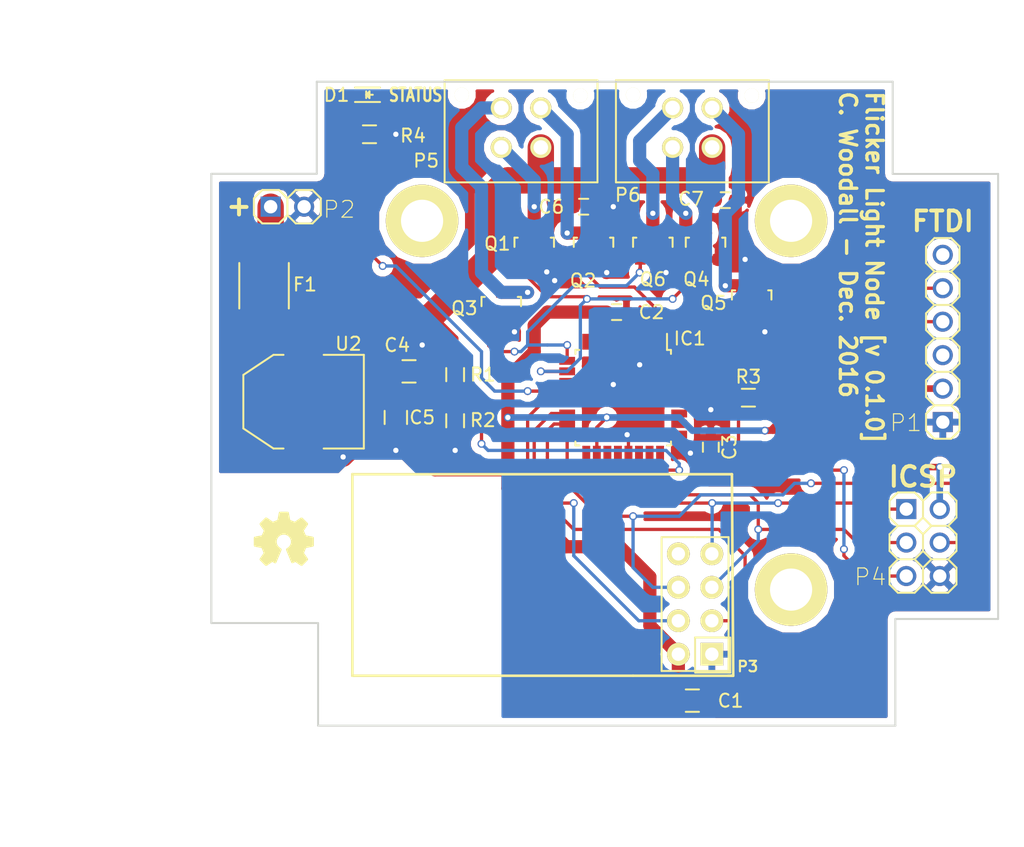
<source format=kicad_pcb>
(kicad_pcb (version 4) (host pcbnew 4.0.4-1.fc25-product)

  (general
    (links 0)
    (no_connects 3)
    (area 32.924999 158.674999 92.775001 207.715001)
    (thickness 1.6)
    (drawings 49)
    (tracks 380)
    (zones 0)
    (modules 31)
    (nets 41)
  )

  (page USLedger)
  (title_block
    (title "Flicker Light Node Hardware")
    (rev 0.1.0)
    (company "Christopher Woodall")
    (comment 1 2016)
    (comment 2 OSHW)
    (comment 3 "CC BY 4.0")
    (comment 4 github.com/cwoodall/flighter-lights-node-hardware)
  )

  (layers
    (0 F.Cu signal)
    (31 B.Cu signal)
    (32 B.Adhes user)
    (33 F.Adhes user)
    (34 B.Paste user)
    (35 F.Paste user)
    (36 B.SilkS user)
    (37 F.SilkS user)
    (38 B.Mask user)
    (39 F.Mask user)
    (40 Dwgs.User user)
    (41 Cmts.User user)
    (42 Eco1.User user)
    (43 Eco2.User user)
    (44 Edge.Cuts user)
    (45 Margin user)
    (46 B.CrtYd user)
    (47 F.CrtYd user)
    (48 B.Fab user)
    (49 F.Fab user)
  )

  (setup
    (last_trace_width 0.25)
    (trace_clearance 0.2)
    (zone_clearance 0.508)
    (zone_45_only yes)
    (trace_min 0.2)
    (segment_width 0.2)
    (edge_width 0.15)
    (via_size 0.6)
    (via_drill 0.4)
    (via_min_size 0.4)
    (via_min_drill 0.3)
    (uvia_size 0.3)
    (uvia_drill 0.1)
    (uvias_allowed no)
    (uvia_min_size 0.2)
    (uvia_min_drill 0.1)
    (pcb_text_width 0.3)
    (pcb_text_size 1.5 1.5)
    (mod_edge_width 0.15)
    (mod_text_size 1 1)
    (mod_text_width 0.15)
    (pad_size 1.524 1.524)
    (pad_drill 0.762)
    (pad_to_mask_clearance 0.2)
    (aux_axis_origin 33 158.75)
    (grid_origin 33 158.75)
    (visible_elements FFFFFF7F)
    (pcbplotparams
      (layerselection 0x010f0_80000001)
      (usegerberextensions false)
      (excludeedgelayer false)
      (linewidth 0.100000)
      (plotframeref false)
      (viasonmask false)
      (mode 1)
      (useauxorigin false)
      (hpglpennumber 1)
      (hpglpenspeed 20)
      (hpglpendiameter 15)
      (hpglpenoverlay 2)
      (psnegative false)
      (psa4output false)
      (plotreference true)
      (plotvalue true)
      (plotinvisibletext false)
      (padsonsilk false)
      (subtractmaskfromsilk true)
      (outputformat 1)
      (mirror false)
      (drillshape 0)
      (scaleselection 1)
      (outputdirectory output/))
  )

  (net 0 "")
  (net 1 +3V3)
  (net 2 GND)
  (net 3 "Net-(C3-Pad1)")
  (net 4 +9V)
  (net 5 "Net-(D1-Pad2)")
  (net 6 "Net-(D1-Pad1)")
  (net 7 "Net-(F1-Pad1)")
  (net 8 /LED_BLUE)
  (net 9 "Net-(IC1-Pad2)")
  (net 10 /LED_RED)
  (net 11 /LED_GREEN)
  (net 12 /NRF24_CE)
  (net 13 /NRF24_CSN)
  (net 14 /NRF24_MO)
  (net 15 /NRF24_MI)
  (net 16 /NRF24_SCK)
  (net 17 "Net-(IC1-Pad22)")
  (net 18 "Net-(IC1-Pad25)")
  (net 19 /FTDI_RX)
  (net 20 /FTDI_TX)
  (net 21 "Net-(IC1-Pad28)")
  (net 22 "Net-(P1-Pad3)")
  (net 23 "Net-(P1-Pad6)")
  (net 24 /NRF24_IRQ)
  (net 25 "Net-(P5-Pad2)")
  (net 26 "Net-(P5-Pad3)")
  (net 27 "Net-(P5-Pad4)")
  (net 28 "Net-(P6-Pad2)")
  (net 29 "Net-(P6-Pad3)")
  (net 30 "Net-(P6-Pad4)")
  (net 31 "Net-(IC1-Pad7)")
  (net 32 "Net-(IC1-Pad8)")
  (net 33 "Net-(IC1-Pad12)")
  (net 34 "Net-(IC1-Pad19)")
  (net 35 /VADC)
  (net 36 "Net-(IC1-Pad26)")
  (net 37 "Net-(IC1-Pad27)")
  (net 38 "Net-(IC1-Pad29)")
  (net 39 "Net-(IC1-Pad32)")
  (net 40 "Net-(IC1-Pad24)")

  (net_class Default "This is the default net class."
    (clearance 0.2)
    (trace_width 0.25)
    (via_dia 0.6)
    (via_drill 0.4)
    (uvia_dia 0.3)
    (uvia_drill 0.1)
    (add_net +3V3)
    (add_net +9V)
    (add_net /FTDI_RX)
    (add_net /FTDI_TX)
    (add_net /LED_BLUE)
    (add_net /LED_GREEN)
    (add_net /LED_RED)
    (add_net /NRF24_CE)
    (add_net /NRF24_CSN)
    (add_net /NRF24_IRQ)
    (add_net /NRF24_MI)
    (add_net /NRF24_MO)
    (add_net /NRF24_SCK)
    (add_net /VADC)
    (add_net GND)
    (add_net "Net-(C3-Pad1)")
    (add_net "Net-(D1-Pad1)")
    (add_net "Net-(D1-Pad2)")
    (add_net "Net-(F1-Pad1)")
    (add_net "Net-(IC1-Pad12)")
    (add_net "Net-(IC1-Pad19)")
    (add_net "Net-(IC1-Pad2)")
    (add_net "Net-(IC1-Pad22)")
    (add_net "Net-(IC1-Pad24)")
    (add_net "Net-(IC1-Pad25)")
    (add_net "Net-(IC1-Pad26)")
    (add_net "Net-(IC1-Pad27)")
    (add_net "Net-(IC1-Pad28)")
    (add_net "Net-(IC1-Pad29)")
    (add_net "Net-(IC1-Pad32)")
    (add_net "Net-(IC1-Pad7)")
    (add_net "Net-(IC1-Pad8)")
    (add_net "Net-(P1-Pad3)")
    (add_net "Net-(P1-Pad6)")
    (add_net "Net-(P5-Pad2)")
    (add_net "Net-(P5-Pad3)")
    (add_net "Net-(P5-Pad4)")
    (add_net "Net-(P6-Pad2)")
    (add_net "Net-(P6-Pad3)")
    (add_net "Net-(P6-Pad4)")
  )

  (module Radio_Modules:NRF24L01 (layer F.Cu) (tedit 5587F36C) (tstamp 586B547F)
    (at 72.5 203.74 270)
    (descr NRF24L01)
    (tags "nRF 24 NRF24L01 NRF24L01+")
    (path /5860BDA3)
    (fp_text reference P3 (at -0.59 -1.2 360) (layer F.SilkS)
      (effects (font (size 0.8 0.8) (thickness 0.16)))
    )
    (fp_text value CONN_02X04 (at -8.382 7.112 270) (layer F.Fab) hide
      (effects (font (size 0.8 0.8) (thickness 0.16)))
    )
    (fp_line (start -15.25 28.8) (end 0 28.8) (layer F.CrtYd) (width 0.15))
    (fp_line (start 0 28.8) (end 0 0) (layer F.CrtYd) (width 0.15))
    (fp_line (start 0 0) (end -15.25 0) (layer F.CrtYd) (width 0.15))
    (fp_line (start -15.25 0) (end -15.25 28.8) (layer F.CrtYd) (width 0.15))
    (fp_line (start -2.794 0.127) (end -0.127 0.127) (layer F.SilkS) (width 0.15))
    (fp_line (start -0.127 0.127) (end -0.127 2.794) (layer F.SilkS) (width 0.15))
    (fp_line (start 0 0) (end -15.25 0) (layer B.CrtYd) (width 0.15))
    (fp_line (start -15.25 0) (end -15.25 28.8) (layer B.CrtYd) (width 0.15))
    (fp_line (start -15.25 28.8) (end 0 28.8) (layer B.CrtYd) (width 0.15))
    (fp_line (start 0 28.8) (end 0 0) (layer B.CrtYd) (width 0.15))
    (fp_line (start -7.874 0.254) (end -10.414 0.254) (layer F.SilkS) (width 0.15))
    (fp_line (start -10.414 0.254) (end -10.414 2.794) (layer F.SilkS) (width 0.15))
    (fp_line (start -2.794 0.254) (end -2.794 2.794) (layer F.SilkS) (width 0.15))
    (fp_line (start -2.794 2.794) (end -0.254 2.794) (layer F.SilkS) (width 0.15))
    (fp_line (start -10.894 -0.226) (end -10.894 5.824) (layer F.CrtYd) (width 0.05))
    (fp_line (start 0.256 -0.226) (end 0.256 5.824) (layer F.CrtYd) (width 0.05))
    (fp_line (start -10.894 -0.226) (end 0.256 -0.226) (layer F.CrtYd) (width 0.05))
    (fp_line (start -10.894 5.824) (end 0.256 5.824) (layer F.CrtYd) (width 0.05))
    (fp_line (start -7.874 0.254) (end -0.254 0.254) (layer F.SilkS) (width 0.15))
    (fp_line (start -0.254 0.254) (end -0.254 5.334) (layer F.SilkS) (width 0.15))
    (fp_line (start -0.254 5.334) (end -10.414 5.334) (layer F.SilkS) (width 0.15))
    (fp_line (start -10.414 5.334) (end -10.414 2.794) (layer F.SilkS) (width 0.15))
    (pad 7 thru_hole oval (at -9.144 1.524 270) (size 1.7272 1.7272) (drill 1.016) (layers *.Cu *.Mask F.SilkS)
      (net 15 /NRF24_MI))
    (pad 8 thru_hole oval (at -9.144 4.064 270) (size 1.7272 1.7272) (drill 1.016) (layers *.Cu *.Mask F.SilkS)
      (net 24 /NRF24_IRQ))
    (pad 5 thru_hole oval (at -6.604 1.524 270) (size 1.7272 1.7272) (drill 1.016) (layers *.Cu *.Mask F.SilkS)
      (net 16 /NRF24_SCK))
    (pad 6 thru_hole oval (at -6.604 4.064 270) (size 1.7272 1.7272) (drill 1.016) (layers *.Cu *.Mask F.SilkS)
      (net 14 /NRF24_MO))
    (pad 3 thru_hole oval (at -4.064 1.524 270) (size 1.7272 1.7272) (drill 1.016) (layers *.Cu *.Mask F.SilkS)
      (net 12 /NRF24_CE))
    (pad 4 thru_hole oval (at -4.064 4.064 270) (size 1.7272 1.7272) (drill 1.016) (layers *.Cu *.Mask F.SilkS)
      (net 13 /NRF24_CSN))
    (pad 1 thru_hole rect (at -1.524 1.524 270) (size 1.7272 1.7272) (drill 1.016) (layers *.Cu *.Mask F.SilkS)
      (net 2 GND))
    (pad 2 thru_hole oval (at -1.524 4.064 270) (size 1.7272 1.7272) (drill 1.016) (layers *.Cu *.Mask F.SilkS)
      (net 1 +3V3))
    (model Socket_Strips.3dshapes/Socket_Strip_Straight_2x04.wrl
      (at (xyz -0.21 -0.11 0))
      (scale (xyz 1 1 1))
      (rotate (xyz 0 0 0))
    )
    (model Pin_Headers.3dshapes/Pin_Header_Straight_2x04.wrl
      (at (xyz -0.21 -0.11 0.442))
      (scale (xyz 1 1 1))
      (rotate (xyz 0 180 0))
    )
    (model ${MYSLOCAL}/mysensors.3dshapes/mysensors_radios.3dshapes/nrf24l01.wrl
      (at (xyz -0.3 -0.5669999999999999 0.475))
      (scale (xyz 0.395 0.395 0.395))
      (rotate (xyz 0 0 0))
    )
    (model Housings_DFN_QFN.3dshapes/QFN-20-1EP_4x4mm_Pitch0.5mm.wrl
      (at (xyz -0.22 -0.51 0.509))
      (scale (xyz 1 1 1))
      (rotate (xyz 0 0 0))
    )
    (model ${MYSLOCAL}/mysensors.3dshapes/w.lain.3dshapes/crystal/crystal_hc-49s.wrl
      (at (xyz -0.5 -0.475 0.51))
      (scale (xyz 1 1 1))
      (rotate (xyz 0 0 90))
    )
  )

  (module Capacitors_SMD:C_0805 (layer F.Cu) (tedit 5415D6EA) (tstamp 586B5366)
    (at 69.5 205.74)
    (descr "Capacitor SMD 0805, reflow soldering, AVX (see smccp.pdf)")
    (tags "capacitor 0805")
    (path /5861F96D)
    (attr smd)
    (fp_text reference C1 (at 2.9 0.01) (layer F.SilkS)
      (effects (font (size 1 1) (thickness 0.15)))
    )
    (fp_text value 4.7uF (at 0 2.1) (layer F.Fab)
      (effects (font (size 1 1) (thickness 0.15)))
    )
    (fp_line (start -1.8 -1) (end 1.8 -1) (layer F.CrtYd) (width 0.05))
    (fp_line (start -1.8 1) (end 1.8 1) (layer F.CrtYd) (width 0.05))
    (fp_line (start -1.8 -1) (end -1.8 1) (layer F.CrtYd) (width 0.05))
    (fp_line (start 1.8 -1) (end 1.8 1) (layer F.CrtYd) (width 0.05))
    (fp_line (start 0.5 -0.85) (end -0.5 -0.85) (layer F.SilkS) (width 0.15))
    (fp_line (start -0.5 0.85) (end 0.5 0.85) (layer F.SilkS) (width 0.15))
    (pad 1 smd rect (at -1 0) (size 1 1.25) (layers F.Cu F.Paste F.Mask)
      (net 1 +3V3))
    (pad 2 smd rect (at 1 0) (size 1 1.25) (layers F.Cu F.Paste F.Mask)
      (net 2 GND))
    (model Capacitors_SMD.3dshapes/C_0805.wrl
      (at (xyz 0 0 0))
      (scale (xyz 1 1 1))
      (rotate (xyz 0 0 0))
    )
  )

  (module Capacitors_SMD:C_0603 (layer F.Cu) (tedit 5415D631) (tstamp 586B5372)
    (at 63.75 176.24)
    (descr "Capacitor SMD 0603, reflow soldering, AVX (see smccp.pdf)")
    (tags "capacitor 0603")
    (path /5860E159)
    (attr smd)
    (fp_text reference C2 (at 2.65 0.01) (layer F.SilkS)
      (effects (font (size 1 1) (thickness 0.15)))
    )
    (fp_text value .1uF (at 0 1.9) (layer F.Fab)
      (effects (font (size 1 1) (thickness 0.15)))
    )
    (fp_line (start -1.45 -0.75) (end 1.45 -0.75) (layer F.CrtYd) (width 0.05))
    (fp_line (start -1.45 0.75) (end 1.45 0.75) (layer F.CrtYd) (width 0.05))
    (fp_line (start -1.45 -0.75) (end -1.45 0.75) (layer F.CrtYd) (width 0.05))
    (fp_line (start 1.45 -0.75) (end 1.45 0.75) (layer F.CrtYd) (width 0.05))
    (fp_line (start -0.35 -0.6) (end 0.35 -0.6) (layer F.SilkS) (width 0.15))
    (fp_line (start 0.35 0.6) (end -0.35 0.6) (layer F.SilkS) (width 0.15))
    (pad 1 smd rect (at -0.75 0) (size 0.8 0.75) (layers F.Cu F.Paste F.Mask)
      (net 1 +3V3))
    (pad 2 smd rect (at 0.75 0) (size 0.8 0.75) (layers F.Cu F.Paste F.Mask)
      (net 2 GND))
    (model Capacitors_SMD.3dshapes/C_0603.wrl
      (at (xyz 0 0 0))
      (scale (xyz 1 1 1))
      (rotate (xyz 0 0 0))
    )
  )

  (module Capacitors_SMD:C_0603 (layer F.Cu) (tedit 5415D631) (tstamp 586B537E)
    (at 70.9 186.5 90)
    (descr "Capacitor SMD 0603, reflow soldering, AVX (see smccp.pdf)")
    (tags "capacitor 0603")
    (path /586097DD)
    (attr smd)
    (fp_text reference C3 (at 0 1.41 90) (layer F.SilkS)
      (effects (font (size 1 1) (thickness 0.15)))
    )
    (fp_text value .1uF (at 0 1.9 90) (layer F.Fab)
      (effects (font (size 1 1) (thickness 0.15)))
    )
    (fp_line (start -1.45 -0.75) (end 1.45 -0.75) (layer F.CrtYd) (width 0.05))
    (fp_line (start -1.45 0.75) (end 1.45 0.75) (layer F.CrtYd) (width 0.05))
    (fp_line (start -1.45 -0.75) (end -1.45 0.75) (layer F.CrtYd) (width 0.05))
    (fp_line (start 1.45 -0.75) (end 1.45 0.75) (layer F.CrtYd) (width 0.05))
    (fp_line (start -0.35 -0.6) (end 0.35 -0.6) (layer F.SilkS) (width 0.15))
    (fp_line (start 0.35 0.6) (end -0.35 0.6) (layer F.SilkS) (width 0.15))
    (pad 1 smd rect (at -0.75 0 90) (size 0.8 0.75) (layers F.Cu F.Paste F.Mask)
      (net 3 "Net-(C3-Pad1)"))
    (pad 2 smd rect (at 0.75 0 90) (size 0.8 0.75) (layers F.Cu F.Paste F.Mask)
      (net 2 GND))
    (model Capacitors_SMD.3dshapes/C_0603.wrl
      (at (xyz 0 0 0))
      (scale (xyz 1 1 1))
      (rotate (xyz 0 0 0))
    )
  )

  (module Capacitors_SMD:C_0805 (layer F.Cu) (tedit 5415D6EA) (tstamp 586B538A)
    (at 48 180.74)
    (descr "Capacitor SMD 0805, reflow soldering, AVX (see smccp.pdf)")
    (tags "capacitor 0805")
    (path /5860D3A9)
    (attr smd)
    (fp_text reference C4 (at -0.9 -1.99) (layer F.SilkS)
      (effects (font (size 1 1) (thickness 0.15)))
    )
    (fp_text value 4.7uF (at 0 2.1) (layer F.Fab)
      (effects (font (size 1 1) (thickness 0.15)))
    )
    (fp_line (start -1.8 -1) (end 1.8 -1) (layer F.CrtYd) (width 0.05))
    (fp_line (start -1.8 1) (end 1.8 1) (layer F.CrtYd) (width 0.05))
    (fp_line (start -1.8 -1) (end -1.8 1) (layer F.CrtYd) (width 0.05))
    (fp_line (start 1.8 -1) (end 1.8 1) (layer F.CrtYd) (width 0.05))
    (fp_line (start 0.5 -0.85) (end -0.5 -0.85) (layer F.SilkS) (width 0.15))
    (fp_line (start -0.5 0.85) (end 0.5 0.85) (layer F.SilkS) (width 0.15))
    (pad 1 smd rect (at -1 0) (size 1 1.25) (layers F.Cu F.Paste F.Mask)
      (net 4 +9V))
    (pad 2 smd rect (at 1 0) (size 1 1.25) (layers F.Cu F.Paste F.Mask)
      (net 2 GND))
    (model Capacitors_SMD.3dshapes/C_0805.wrl
      (at (xyz 0 0 0))
      (scale (xyz 1 1 1))
      (rotate (xyz 0 0 0))
    )
  )

  (module Capacitors_SMD:C_0805 (layer F.Cu) (tedit 5415D6EA) (tstamp 586B5396)
    (at 47 184.24 270)
    (descr "Capacitor SMD 0805, reflow soldering, AVX (see smccp.pdf)")
    (tags "capacitor 0805")
    (path /5860DB54)
    (attr smd)
    (fp_text reference C5 (at 0 -2 540) (layer F.SilkS)
      (effects (font (size 1 1) (thickness 0.15)))
    )
    (fp_text value 4.7uF (at 0 2.1 270) (layer F.Fab)
      (effects (font (size 1 1) (thickness 0.15)))
    )
    (fp_line (start -1.8 -1) (end 1.8 -1) (layer F.CrtYd) (width 0.05))
    (fp_line (start -1.8 1) (end 1.8 1) (layer F.CrtYd) (width 0.05))
    (fp_line (start -1.8 -1) (end -1.8 1) (layer F.CrtYd) (width 0.05))
    (fp_line (start 1.8 -1) (end 1.8 1) (layer F.CrtYd) (width 0.05))
    (fp_line (start 0.5 -0.85) (end -0.5 -0.85) (layer F.SilkS) (width 0.15))
    (fp_line (start -0.5 0.85) (end 0.5 0.85) (layer F.SilkS) (width 0.15))
    (pad 1 smd rect (at -1 0 270) (size 1 1.25) (layers F.Cu F.Paste F.Mask)
      (net 1 +3V3))
    (pad 2 smd rect (at 1 0 270) (size 1 1.25) (layers F.Cu F.Paste F.Mask)
      (net 2 GND))
    (model Capacitors_SMD.3dshapes/C_0805.wrl
      (at (xyz 0 0 0))
      (scale (xyz 1 1 1))
      (rotate (xyz 0 0 0))
    )
  )

  (module Capacitors_SMD:C_0603 (layer F.Cu) (tedit 5415D631) (tstamp 586B53A2)
    (at 61.25 168.24)
    (descr "Capacitor SMD 0603, reflow soldering, AVX (see smccp.pdf)")
    (tags "capacitor 0603")
    (path /5860E745)
    (attr smd)
    (fp_text reference C6 (at -2.45 0.01) (layer F.SilkS)
      (effects (font (size 1 1) (thickness 0.15)))
    )
    (fp_text value .1uF (at 0 1.9) (layer F.Fab)
      (effects (font (size 1 1) (thickness 0.15)))
    )
    (fp_line (start -1.45 -0.75) (end 1.45 -0.75) (layer F.CrtYd) (width 0.05))
    (fp_line (start -1.45 0.75) (end 1.45 0.75) (layer F.CrtYd) (width 0.05))
    (fp_line (start -1.45 -0.75) (end -1.45 0.75) (layer F.CrtYd) (width 0.05))
    (fp_line (start 1.45 -0.75) (end 1.45 0.75) (layer F.CrtYd) (width 0.05))
    (fp_line (start -0.35 -0.6) (end 0.35 -0.6) (layer F.SilkS) (width 0.15))
    (fp_line (start 0.35 0.6) (end -0.35 0.6) (layer F.SilkS) (width 0.15))
    (pad 1 smd rect (at -0.75 0) (size 0.8 0.75) (layers F.Cu F.Paste F.Mask)
      (net 4 +9V))
    (pad 2 smd rect (at 0.75 0) (size 0.8 0.75) (layers F.Cu F.Paste F.Mask)
      (net 2 GND))
    (model Capacitors_SMD.3dshapes/C_0603.wrl
      (at (xyz 0 0 0))
      (scale (xyz 1 1 1))
      (rotate (xyz 0 0 0))
    )
  )

  (module Capacitors_SMD:C_0603 (layer F.Cu) (tedit 5415D631) (tstamp 586B53AE)
    (at 72 167.74)
    (descr "Capacitor SMD 0603, reflow soldering, AVX (see smccp.pdf)")
    (tags "capacitor 0603")
    (path /5860E42F)
    (attr smd)
    (fp_text reference C7 (at -2.6 -0.09) (layer F.SilkS)
      (effects (font (size 1 1) (thickness 0.15)))
    )
    (fp_text value .1uF (at 0 1.9) (layer F.Fab)
      (effects (font (size 1 1) (thickness 0.15)))
    )
    (fp_line (start -1.45 -0.75) (end 1.45 -0.75) (layer F.CrtYd) (width 0.05))
    (fp_line (start -1.45 0.75) (end 1.45 0.75) (layer F.CrtYd) (width 0.05))
    (fp_line (start -1.45 -0.75) (end -1.45 0.75) (layer F.CrtYd) (width 0.05))
    (fp_line (start 1.45 -0.75) (end 1.45 0.75) (layer F.CrtYd) (width 0.05))
    (fp_line (start -0.35 -0.6) (end 0.35 -0.6) (layer F.SilkS) (width 0.15))
    (fp_line (start 0.35 0.6) (end -0.35 0.6) (layer F.SilkS) (width 0.15))
    (pad 1 smd rect (at -0.75 0) (size 0.8 0.75) (layers F.Cu F.Paste F.Mask)
      (net 4 +9V))
    (pad 2 smd rect (at 0.75 0) (size 0.8 0.75) (layers F.Cu F.Paste F.Mask)
      (net 2 GND))
    (model Capacitors_SMD.3dshapes/C_0603.wrl
      (at (xyz 0 0 0))
      (scale (xyz 1 1 1))
      (rotate (xyz 0 0 0))
    )
  )

  (module LEDs:LED_0603 (layer F.Cu) (tedit 55BDE255) (tstamp 586B53BF)
    (at 45 159.74)
    (descr "LED 0603 smd package")
    (tags "LED led 0603 SMD smd SMT smt smdled SMDLED smtled SMTLED")
    (path /5860B3AB)
    (attr smd)
    (fp_text reference D1 (at -2.5 0.01) (layer F.SilkS)
      (effects (font (size 1 1) (thickness 0.15)))
    )
    (fp_text value GREEN (at 0 1.5) (layer F.Fab)
      (effects (font (size 1 1) (thickness 0.15)))
    )
    (fp_line (start -1.1 0.55) (end 0.8 0.55) (layer F.SilkS) (width 0.15))
    (fp_line (start -1.1 -0.55) (end 0.8 -0.55) (layer F.SilkS) (width 0.15))
    (fp_line (start -0.2 0) (end 0.25 0) (layer F.SilkS) (width 0.15))
    (fp_line (start -0.25 -0.25) (end -0.25 0.25) (layer F.SilkS) (width 0.15))
    (fp_line (start -0.25 0) (end 0 -0.25) (layer F.SilkS) (width 0.15))
    (fp_line (start 0 -0.25) (end 0 0.25) (layer F.SilkS) (width 0.15))
    (fp_line (start 0 0.25) (end -0.25 0) (layer F.SilkS) (width 0.15))
    (fp_line (start 1.4 -0.75) (end 1.4 0.75) (layer F.CrtYd) (width 0.05))
    (fp_line (start 1.4 0.75) (end -1.4 0.75) (layer F.CrtYd) (width 0.05))
    (fp_line (start -1.4 0.75) (end -1.4 -0.75) (layer F.CrtYd) (width 0.05))
    (fp_line (start -1.4 -0.75) (end 1.4 -0.75) (layer F.CrtYd) (width 0.05))
    (pad 2 smd rect (at 0.7493 0 180) (size 0.79756 0.79756) (layers F.Cu F.Paste F.Mask)
      (net 5 "Net-(D1-Pad2)"))
    (pad 1 smd rect (at -0.7493 0 180) (size 0.79756 0.79756) (layers F.Cu F.Paste F.Mask)
      (net 6 "Net-(D1-Pad1)"))
    (model LEDs.3dshapes/LED_0603.wrl
      (at (xyz 0 0 0))
      (scale (xyz 1 1 1))
      (rotate (xyz 0 0 180))
    )
  )

  (module Resistors_SMD:R_1812 (layer F.Cu) (tedit 5572A4A8) (tstamp 586B53CB)
    (at 37 174.24 270)
    (descr "Resistor SMD 1812, flow soldering, Panasonic (see ERJ12)")
    (tags "resistor 1812")
    (path /5861B1D7)
    (attr smd)
    (fp_text reference F1 (at -0.09 -3.1 360) (layer F.SilkS)
      (effects (font (size 1 1) (thickness 0.15)))
    )
    (fp_text value "PTC RESTTBLE 2.6A 16V CHIP 1812" (at 0 3.175 270) (layer F.Fab)
      (effects (font (size 1 1) (thickness 0.15)))
    )
    (fp_line (start -3.5052 -2.2352) (end 3.5052 -2.2352) (layer F.CrtYd) (width 0.05))
    (fp_line (start 3.5052 -2.2352) (end 3.5052 2.2352) (layer F.CrtYd) (width 0.05))
    (fp_line (start 3.5052 2.2352) (end -3.5052 2.2352) (layer F.CrtYd) (width 0.05))
    (fp_line (start -3.5052 2.2352) (end -3.5052 -2.2352) (layer F.CrtYd) (width 0.05))
    (fp_line (start -1.7272 1.8796) (end 1.7272 1.8796) (layer F.SilkS) (width 0.15))
    (fp_line (start -1.7272 -1.8796) (end 1.7272 -1.8796) (layer F.SilkS) (width 0.15))
    (pad 1 smd rect (at -2.4384 0 270) (size 1.6 3.5) (layers F.Cu F.Paste F.Mask)
      (net 7 "Net-(F1-Pad1)"))
    (pad 2 smd rect (at 2.4384 0 270) (size 1.6 3.5) (layers F.Cu F.Paste F.Mask)
      (net 4 +9V))
  )

  (module xess:HDR_1x6 (layer F.Cu) (tedit 58629A28) (tstamp 586B543C)
    (at 88.5 178.24 90)
    (descr "PIN HEADER")
    (tags "PIN HEADER")
    (path /58616F8B)
    (attr virtual)
    (fp_text reference P1 (at -6.41 -2.8 180) (layer F.SilkS)
      (effects (font (size 1.27 1.27) (thickness 0.0889)))
    )
    (fp_text value CONN_01X06 (at -3.81 2.54 90) (layer F.SilkS) hide
      (effects (font (size 1.27 1.27) (thickness 0.0889)))
    )
    (fp_line (start 6.096 0.254) (end 6.096 -0.254) (layer F.Fab) (width 0.06604))
    (fp_line (start 6.096 -0.254) (end 6.604 -0.254) (layer F.Fab) (width 0.06604))
    (fp_line (start 6.604 0.254) (end 6.604 -0.254) (layer F.Fab) (width 0.06604))
    (fp_line (start 6.096 0.254) (end 6.604 0.254) (layer F.Fab) (width 0.06604))
    (fp_line (start 3.556 0.254) (end 3.556 -0.254) (layer F.Fab) (width 0.06604))
    (fp_line (start 3.556 -0.254) (end 4.064 -0.254) (layer F.Fab) (width 0.06604))
    (fp_line (start 4.064 0.254) (end 4.064 -0.254) (layer F.Fab) (width 0.06604))
    (fp_line (start 3.556 0.254) (end 4.064 0.254) (layer F.Fab) (width 0.06604))
    (fp_line (start 1.016 0.254) (end 1.016 -0.254) (layer F.Fab) (width 0.06604))
    (fp_line (start 1.016 -0.254) (end 1.524 -0.254) (layer F.Fab) (width 0.06604))
    (fp_line (start 1.524 0.254) (end 1.524 -0.254) (layer F.Fab) (width 0.06604))
    (fp_line (start 1.016 0.254) (end 1.524 0.254) (layer F.Fab) (width 0.06604))
    (fp_line (start -1.524 0.254) (end -1.524 -0.254) (layer F.Fab) (width 0.06604))
    (fp_line (start -1.524 -0.254) (end -1.016 -0.254) (layer F.Fab) (width 0.06604))
    (fp_line (start -1.016 0.254) (end -1.016 -0.254) (layer F.Fab) (width 0.06604))
    (fp_line (start -1.524 0.254) (end -1.016 0.254) (layer F.Fab) (width 0.06604))
    (fp_line (start -4.064 0.254) (end -4.064 -0.254) (layer F.Fab) (width 0.06604))
    (fp_line (start -4.064 -0.254) (end -3.556 -0.254) (layer F.Fab) (width 0.06604))
    (fp_line (start -3.556 0.254) (end -3.556 -0.254) (layer F.Fab) (width 0.06604))
    (fp_line (start -4.064 0.254) (end -3.556 0.254) (layer F.Fab) (width 0.06604))
    (fp_line (start -6.604 0.254) (end -6.604 -0.254) (layer F.Fab) (width 0.06604))
    (fp_line (start -6.604 -0.254) (end -6.096 -0.254) (layer F.Fab) (width 0.06604))
    (fp_line (start -6.096 0.254) (end -6.096 -0.254) (layer F.Fab) (width 0.06604))
    (fp_line (start -6.604 0.254) (end -6.096 0.254) (layer F.Fab) (width 0.06604))
    (fp_line (start 5.08 -0.635) (end 5.715 -1.27) (layer F.SilkS) (width 0.1524))
    (fp_line (start 5.715 -1.27) (end 6.985 -1.27) (layer F.SilkS) (width 0.1524))
    (fp_line (start 6.985 -1.27) (end 7.62 -0.635) (layer F.SilkS) (width 0.1524))
    (fp_line (start 7.62 -0.635) (end 7.62 0.635) (layer F.SilkS) (width 0.1524))
    (fp_line (start 7.62 0.635) (end 6.985 1.27) (layer F.SilkS) (width 0.1524))
    (fp_line (start 6.985 1.27) (end 5.715 1.27) (layer F.SilkS) (width 0.1524))
    (fp_line (start 5.715 1.27) (end 5.08 0.635) (layer F.SilkS) (width 0.1524))
    (fp_line (start 0.635 -1.27) (end 1.905 -1.27) (layer F.SilkS) (width 0.1524))
    (fp_line (start 1.905 -1.27) (end 2.54 -0.635) (layer F.SilkS) (width 0.1524))
    (fp_line (start 2.54 -0.635) (end 2.54 0.635) (layer F.SilkS) (width 0.1524))
    (fp_line (start 2.54 0.635) (end 1.905 1.27) (layer F.SilkS) (width 0.1524))
    (fp_line (start 2.54 -0.635) (end 3.175 -1.27) (layer F.SilkS) (width 0.1524))
    (fp_line (start 3.175 -1.27) (end 4.445 -1.27) (layer F.SilkS) (width 0.1524))
    (fp_line (start 4.445 -1.27) (end 5.08 -0.635) (layer F.SilkS) (width 0.1524))
    (fp_line (start 5.08 -0.635) (end 5.08 0.635) (layer F.SilkS) (width 0.1524))
    (fp_line (start 5.08 0.635) (end 4.445 1.27) (layer F.SilkS) (width 0.1524))
    (fp_line (start 4.445 1.27) (end 3.175 1.27) (layer F.SilkS) (width 0.1524))
    (fp_line (start 3.175 1.27) (end 2.54 0.635) (layer F.SilkS) (width 0.1524))
    (fp_line (start -2.54 -0.635) (end -1.905 -1.27) (layer F.SilkS) (width 0.1524))
    (fp_line (start -1.905 -1.27) (end -0.635 -1.27) (layer F.SilkS) (width 0.1524))
    (fp_line (start -0.635 -1.27) (end 0 -0.635) (layer F.SilkS) (width 0.1524))
    (fp_line (start 0 -0.635) (end 0 0.635) (layer F.SilkS) (width 0.1524))
    (fp_line (start 0 0.635) (end -0.635 1.27) (layer F.SilkS) (width 0.1524))
    (fp_line (start -0.635 1.27) (end -1.905 1.27) (layer F.SilkS) (width 0.1524))
    (fp_line (start -1.905 1.27) (end -2.54 0.635) (layer F.SilkS) (width 0.1524))
    (fp_line (start 0.635 -1.27) (end 0 -0.635) (layer F.SilkS) (width 0.1524))
    (fp_line (start 0 0.635) (end 0.635 1.27) (layer F.SilkS) (width 0.1524))
    (fp_line (start 1.905 1.27) (end 0.635 1.27) (layer F.SilkS) (width 0.1524))
    (fp_line (start -6.985 -1.27) (end -5.715 -1.27) (layer F.SilkS) (width 0.1524))
    (fp_line (start -5.715 -1.27) (end -5.08 -0.635) (layer F.SilkS) (width 0.1524))
    (fp_line (start -5.08 -0.635) (end -5.08 0.635) (layer F.SilkS) (width 0.1524))
    (fp_line (start -5.08 0.635) (end -5.715 1.27) (layer F.SilkS) (width 0.1524))
    (fp_line (start -5.08 -0.635) (end -4.445 -1.27) (layer F.SilkS) (width 0.1524))
    (fp_line (start -4.445 -1.27) (end -3.175 -1.27) (layer F.SilkS) (width 0.1524))
    (fp_line (start -3.175 -1.27) (end -2.54 -0.635) (layer F.SilkS) (width 0.1524))
    (fp_line (start -2.54 -0.635) (end -2.54 0.635) (layer F.SilkS) (width 0.1524))
    (fp_line (start -2.54 0.635) (end -3.175 1.27) (layer F.SilkS) (width 0.1524))
    (fp_line (start -3.175 1.27) (end -4.445 1.27) (layer F.SilkS) (width 0.1524))
    (fp_line (start -4.445 1.27) (end -5.08 0.635) (layer F.SilkS) (width 0.1524))
    (fp_line (start -7.62 -0.635) (end -7.62 0.635) (layer F.SilkS) (width 0.1524))
    (fp_line (start -6.985 -1.27) (end -7.62 -0.635) (layer F.SilkS) (width 0.1524))
    (fp_line (start -7.62 0.635) (end -6.985 1.27) (layer F.SilkS) (width 0.1524))
    (fp_line (start -5.715 1.27) (end -6.985 1.27) (layer F.SilkS) (width 0.1524))
    (pad 1 thru_hole rect (at -6.35 0 90) (size 1.524 1.524) (drill 1.016) (layers *.Cu *.Mask)
      (net 2 GND))
    (pad 2 thru_hole circle (at -3.81 0 90) (size 1.524 1.524) (drill 1.016) (layers *.Cu *.Mask)
      (net 1 +3V3))
    (pad 3 thru_hole circle (at -1.27 0 90) (size 1.524 1.524) (drill 1.016) (layers *.Cu *.Mask)
      (net 22 "Net-(P1-Pad3)"))
    (pad 4 thru_hole circle (at 1.27 0 90) (size 1.524 1.524) (drill 1.016) (layers *.Cu *.Mask)
      (net 19 /FTDI_RX))
    (pad 5 thru_hole circle (at 3.81 0 90) (size 1.524 1.524) (drill 1.016) (layers *.Cu *.Mask)
      (net 20 /FTDI_TX))
    (pad 6 thru_hole circle (at 6.35 0 90) (size 1.524 1.524) (drill 1.016) (layers *.Cu *.Mask)
      (net 23 "Net-(P1-Pad6)"))
  )

  (module xess:HDR_1x2 (layer F.Cu) (tedit 58629A4E) (tstamp 586B545D)
    (at 38.77 168.24)
    (descr "PIN HEADER")
    (tags "PIN HEADER")
    (path /58609373)
    (attr virtual)
    (fp_text reference P2 (at 3.93 0.21) (layer F.SilkS)
      (effects (font (size 1.27 1.27) (thickness 0.0889)))
    )
    (fp_text value CONN_01X02 (at 1.27 2.54) (layer F.SilkS) hide
      (effects (font (size 1.27 1.27) (thickness 0.0889)))
    )
    (fp_line (start -2.54 -1.27) (end -2.54 1.27) (layer F.CrtYd) (width 0.15))
    (fp_line (start -2.54 1.27) (end 2.54 1.27) (layer F.CrtYd) (width 0.15))
    (fp_line (start 2.54 1.27) (end 2.54 -1.27) (layer F.CrtYd) (width 0.15))
    (fp_line (start 2.54 -1.27) (end -2.54 -1.27) (layer F.CrtYd) (width 0.15))
    (fp_line (start 1.016 0.254) (end 1.016 -0.254) (layer F.Fab) (width 0.06604))
    (fp_line (start 1.016 -0.254) (end 1.524 -0.254) (layer F.Fab) (width 0.06604))
    (fp_line (start 1.524 0.254) (end 1.524 -0.254) (layer F.Fab) (width 0.06604))
    (fp_line (start 1.016 0.254) (end 1.524 0.254) (layer F.Fab) (width 0.06604))
    (fp_line (start -1.524 0.254) (end -1.524 -0.254) (layer F.Fab) (width 0.06604))
    (fp_line (start -1.524 -0.254) (end -1.016 -0.254) (layer F.Fab) (width 0.06604))
    (fp_line (start -1.016 0.254) (end -1.016 -0.254) (layer F.Fab) (width 0.06604))
    (fp_line (start -1.524 0.254) (end -1.016 0.254) (layer F.Fab) (width 0.06604))
    (fp_line (start -1.905 -1.27) (end -0.635 -1.27) (layer F.SilkS) (width 0.1524))
    (fp_line (start -0.635 -1.27) (end 0 -0.635) (layer F.SilkS) (width 0.1524))
    (fp_line (start 0 -0.635) (end 0 0.635) (layer F.SilkS) (width 0.1524))
    (fp_line (start 0 0.635) (end -0.635 1.27) (layer F.SilkS) (width 0.1524))
    (fp_line (start 0 -0.635) (end 0.635 -1.27) (layer F.SilkS) (width 0.1524))
    (fp_line (start 0.635 -1.27) (end 1.905 -1.27) (layer F.SilkS) (width 0.1524))
    (fp_line (start 1.905 -1.27) (end 2.54 -0.635) (layer F.SilkS) (width 0.1524))
    (fp_line (start 2.54 -0.635) (end 2.54 0.635) (layer F.SilkS) (width 0.1524))
    (fp_line (start 2.54 0.635) (end 1.905 1.27) (layer F.SilkS) (width 0.1524))
    (fp_line (start 1.905 1.27) (end 0.635 1.27) (layer F.SilkS) (width 0.1524))
    (fp_line (start 0.635 1.27) (end 0 0.635) (layer F.SilkS) (width 0.1524))
    (fp_line (start -2.54 -0.635) (end -2.54 0.635) (layer F.SilkS) (width 0.1524))
    (fp_line (start -1.905 -1.27) (end -2.54 -0.635) (layer F.SilkS) (width 0.1524))
    (fp_line (start -2.54 0.635) (end -1.905 1.27) (layer F.SilkS) (width 0.1524))
    (fp_line (start -0.635 1.27) (end -1.905 1.27) (layer F.SilkS) (width 0.1524))
    (pad 1 thru_hole rect (at -1.27 0) (size 1.524 1.524) (drill 1.016) (layers *.Cu *.Mask)
      (net 7 "Net-(F1-Pad1)"))
    (pad 2 thru_hole circle (at 1.27 0) (size 1.524 1.524) (drill 1.016) (layers *.Cu *.Mask)
      (net 2 GND))
  )

  (module xess:HDR_2x3 (layer F.Cu) (tedit 58629A2C) (tstamp 586B54CD)
    (at 87 193.74 270)
    (descr "PIN HEADER")
    (tags "PIN HEADER")
    (path /586093E8)
    (attr virtual)
    (fp_text reference P4 (at 2.61 4 360) (layer F.SilkS)
      (effects (font (size 1.27 1.27) (thickness 0.0889)))
    )
    (fp_text value CONN_02X03 (at -0.381 3.81 270) (layer F.SilkS) hide
      (effects (font (size 1.27 1.27) (thickness 0.0889)))
    )
    (fp_line (start -1.905 2.54) (end -3.175 2.54) (layer F.SilkS) (width 0.1524))
    (fp_line (start -3.81 1.905) (end -3.175 2.54) (layer F.SilkS) (width 0.1524))
    (fp_line (start -3.175 0) (end -3.81 0.635) (layer F.SilkS) (width 0.1524))
    (fp_line (start -3.81 0.635) (end -3.81 1.905) (layer F.SilkS) (width 0.1524))
    (fp_line (start -0.635 2.54) (end -1.27 1.905) (layer F.SilkS) (width 0.1524))
    (fp_line (start 0.635 2.54) (end -0.635 2.54) (layer F.SilkS) (width 0.1524))
    (fp_line (start 1.27 1.905) (end 0.635 2.54) (layer F.SilkS) (width 0.1524))
    (fp_line (start 1.27 0.635) (end 1.27 1.905) (layer F.SilkS) (width 0.1524))
    (fp_line (start 0.635 0) (end 1.27 0.635) (layer F.SilkS) (width 0.1524))
    (fp_line (start -0.635 0) (end 0.635 0) (layer F.SilkS) (width 0.1524))
    (fp_line (start -1.27 0.635) (end -0.635 0) (layer F.SilkS) (width 0.1524))
    (fp_line (start -1.27 1.905) (end -1.905 2.54) (layer F.SilkS) (width 0.1524))
    (fp_line (start -1.27 0.635) (end -1.27 1.905) (layer F.SilkS) (width 0.1524))
    (fp_line (start -1.905 0) (end -1.27 0.635) (layer F.SilkS) (width 0.1524))
    (fp_line (start -3.175 0) (end -1.905 0) (layer F.SilkS) (width 0.1524))
    (fp_line (start 1.905 2.54) (end 1.27 1.905) (layer F.SilkS) (width 0.1524))
    (fp_line (start 3.175 2.54) (end 1.905 2.54) (layer F.SilkS) (width 0.1524))
    (fp_line (start 3.81 1.905) (end 3.175 2.54) (layer F.SilkS) (width 0.1524))
    (fp_line (start 3.81 0.635) (end 3.81 1.905) (layer F.SilkS) (width 0.1524))
    (fp_line (start 3.175 0) (end 3.81 0.635) (layer F.SilkS) (width 0.1524))
    (fp_line (start 1.905 0) (end 3.175 0) (layer F.SilkS) (width 0.1524))
    (fp_line (start 1.27 0.635) (end 1.905 0) (layer F.SilkS) (width 0.1524))
    (fp_line (start -2.794 1.524) (end -2.286 1.524) (layer F.Fab) (width 0.06604))
    (fp_line (start -2.286 1.524) (end -2.286 1.016) (layer F.Fab) (width 0.06604))
    (fp_line (start -2.794 1.016) (end -2.286 1.016) (layer F.Fab) (width 0.06604))
    (fp_line (start -2.794 1.524) (end -2.794 1.016) (layer F.Fab) (width 0.06604))
    (fp_line (start -0.254 1.524) (end 0.254 1.524) (layer F.Fab) (width 0.06604))
    (fp_line (start 0.254 1.524) (end 0.254 1.016) (layer F.Fab) (width 0.06604))
    (fp_line (start -0.254 1.016) (end 0.254 1.016) (layer F.Fab) (width 0.06604))
    (fp_line (start -0.254 1.524) (end -0.254 1.016) (layer F.Fab) (width 0.06604))
    (fp_line (start 2.286 1.524) (end 2.794 1.524) (layer F.Fab) (width 0.06604))
    (fp_line (start 2.794 1.524) (end 2.794 1.016) (layer F.Fab) (width 0.06604))
    (fp_line (start 2.286 1.016) (end 2.794 1.016) (layer F.Fab) (width 0.06604))
    (fp_line (start 2.286 1.524) (end 2.286 1.016) (layer F.Fab) (width 0.06604))
    (fp_line (start 2.286 -1.016) (end 2.286 -1.524) (layer F.Fab) (width 0.06604))
    (fp_line (start 2.286 -1.524) (end 2.794 -1.524) (layer F.Fab) (width 0.06604))
    (fp_line (start 2.794 -1.016) (end 2.794 -1.524) (layer F.Fab) (width 0.06604))
    (fp_line (start 2.286 -1.016) (end 2.794 -1.016) (layer F.Fab) (width 0.06604))
    (fp_line (start -0.254 -1.016) (end -0.254 -1.524) (layer F.Fab) (width 0.06604))
    (fp_line (start -0.254 -1.524) (end 0.254 -1.524) (layer F.Fab) (width 0.06604))
    (fp_line (start 0.254 -1.016) (end 0.254 -1.524) (layer F.Fab) (width 0.06604))
    (fp_line (start -0.254 -1.016) (end 0.254 -1.016) (layer F.Fab) (width 0.06604))
    (fp_line (start -2.794 -1.016) (end -2.794 -1.524) (layer F.Fab) (width 0.06604))
    (fp_line (start -2.794 -1.524) (end -2.286 -1.524) (layer F.Fab) (width 0.06604))
    (fp_line (start -2.286 -1.016) (end -2.286 -1.524) (layer F.Fab) (width 0.06604))
    (fp_line (start -2.794 -1.016) (end -2.286 -1.016) (layer F.Fab) (width 0.06604))
    (fp_line (start 1.27 -1.905) (end 1.905 -2.54) (layer F.SilkS) (width 0.1524))
    (fp_line (start 1.905 -2.54) (end 3.175 -2.54) (layer F.SilkS) (width 0.1524))
    (fp_line (start 3.175 -2.54) (end 3.81 -1.905) (layer F.SilkS) (width 0.1524))
    (fp_line (start 3.81 -1.905) (end 3.81 -0.635) (layer F.SilkS) (width 0.1524))
    (fp_line (start 3.81 -0.635) (end 3.175 0) (layer F.SilkS) (width 0.1524))
    (fp_line (start 3.175 0) (end 1.905 0) (layer F.SilkS) (width 0.1524))
    (fp_line (start 1.905 0) (end 1.27 -0.635) (layer F.SilkS) (width 0.1524))
    (fp_line (start -3.175 -2.54) (end -1.905 -2.54) (layer F.SilkS) (width 0.1524))
    (fp_line (start -1.905 -2.54) (end -1.27 -1.905) (layer F.SilkS) (width 0.1524))
    (fp_line (start -1.27 -1.905) (end -1.27 -0.635) (layer F.SilkS) (width 0.1524))
    (fp_line (start -1.27 -0.635) (end -1.905 0) (layer F.SilkS) (width 0.1524))
    (fp_line (start -1.27 -1.905) (end -0.635 -2.54) (layer F.SilkS) (width 0.1524))
    (fp_line (start -0.635 -2.54) (end 0.635 -2.54) (layer F.SilkS) (width 0.1524))
    (fp_line (start 0.635 -2.54) (end 1.27 -1.905) (layer F.SilkS) (width 0.1524))
    (fp_line (start 1.27 -1.905) (end 1.27 -0.635) (layer F.SilkS) (width 0.1524))
    (fp_line (start 1.27 -0.635) (end 0.635 0) (layer F.SilkS) (width 0.1524))
    (fp_line (start 0.635 0) (end -0.635 0) (layer F.SilkS) (width 0.1524))
    (fp_line (start -0.635 0) (end -1.27 -0.635) (layer F.SilkS) (width 0.1524))
    (fp_line (start -3.81 -1.905) (end -3.81 -0.635) (layer F.SilkS) (width 0.1524))
    (fp_line (start -3.175 -2.54) (end -3.81 -1.905) (layer F.SilkS) (width 0.1524))
    (fp_line (start -3.81 -0.635) (end -3.175 0) (layer F.SilkS) (width 0.1524))
    (fp_line (start -1.905 0) (end -3.175 0) (layer F.SilkS) (width 0.1524))
    (pad 5 thru_hole circle (at 2.54 1.27 270) (size 1.524 1.524) (drill 1.016) (layers *.Cu *.Mask)
      (net 38 "Net-(IC1-Pad29)"))
    (pad 3 thru_hole circle (at 0 1.27 270) (size 1.524 1.524) (drill 1.016) (layers *.Cu *.Mask)
      (net 16 /NRF24_SCK))
    (pad 1 thru_hole rect (at -2.54 1.27 270) (size 1.524 1.524) (drill 1.016) (layers *.Cu *.Mask)
      (net 15 /NRF24_MI))
    (pad 2 thru_hole circle (at -2.54 -1.27 270) (size 1.524 1.524) (drill 1.016) (layers *.Cu *.Mask)
      (net 1 +3V3))
    (pad 4 thru_hole circle (at 0 -1.27 270) (size 1.524 1.524) (drill 1.016) (layers *.Cu *.Mask)
      (net 14 /NRF24_MO))
    (pad 6 thru_hole circle (at 2.54 -1.27 270) (size 1.524 1.524) (drill 1.016) (layers *.Cu *.Mask)
      (net 2 GND))
  )

  (module Connectors_Molex:Molex_Microfit3_Header_02x02_Straight_43045-0428 (layer F.Cu) (tedit 55B72257) (tstamp 586B54DF)
    (at 58 163.74)
    (descr "Microfit3 Header Straight 02x02 43045-0428")
    (tags "connector Microfit 02x02 header straight 3mm")
    (path /58609357)
    (fp_text reference P5 (at -8.7 1.01) (layer F.SilkS)
      (effects (font (size 1 1) (thickness 0.15)))
    )
    (fp_text value CONN_01X04 (at -2 -8) (layer F.Fab)
      (effects (font (size 1 1) (thickness 0.15)))
    )
    (fp_line (start 4.5 2.85) (end 4.5 -5.3) (layer F.CrtYd) (width 0.05))
    (fp_line (start 4.5 2.85) (end -7.5 2.85) (layer F.CrtYd) (width 0.05))
    (fp_line (start -7.5 2.85) (end -7.5 -5.3) (layer F.CrtYd) (width 0.05))
    (fp_line (start 4.5 -5.3) (end -7.5 -5.3) (layer F.CrtYd) (width 0.05))
    (fp_line (start 4.3 2.65) (end 4.3 -5.1) (layer F.SilkS) (width 0.15))
    (fp_line (start -7.3 2.65) (end -7.3 -5.1) (layer F.SilkS) (width 0.15))
    (fp_line (start 4.3 2.65) (end -7.3 2.65) (layer F.SilkS) (width 0.15))
    (fp_line (start 4.3 -5.1) (end -7.3 -5.1) (layer F.SilkS) (width 0.15))
    (pad "" np_thru_hole circle (at -6 -4) (size 1.1 1.1) (drill 1.1) (layers *.Cu *.Mask F.SilkS))
    (pad 1 thru_hole circle (at 0 0) (size 1.6 1.6) (drill 1.1) (layers *.Cu *.Mask F.SilkS)
      (net 4 +9V))
    (pad 2 thru_hole circle (at -3 0) (size 1.6 1.6) (drill 1.1) (layers *.Cu *.Mask F.SilkS)
      (net 25 "Net-(P5-Pad2)"))
    (pad 3 thru_hole circle (at 0 -3) (size 1.6 1.6) (drill 1.1) (layers *.Cu *.Mask F.SilkS)
      (net 26 "Net-(P5-Pad3)"))
    (pad 4 thru_hole circle (at -3 -3) (size 1.6 1.6) (drill 1.1) (layers *.Cu *.Mask F.SilkS)
      (net 27 "Net-(P5-Pad4)"))
    (pad "" np_thru_hole circle (at 3 -3.94) (size 1.1 1.1) (drill 1.1) (layers *.Cu *.Mask F.SilkS))
  )

  (module Connectors_Molex:Molex_Microfit3_Header_02x02_Straight_43045-0428 (layer F.Cu) (tedit 55B72257) (tstamp 586B54F1)
    (at 71 163.74)
    (descr "Microfit3 Header Straight 02x02 43045-0428")
    (tags "connector Microfit 02x02 header straight 3mm")
    (path /58610153)
    (fp_text reference P6 (at -6.4 3.61) (layer F.SilkS)
      (effects (font (size 1 1) (thickness 0.15)))
    )
    (fp_text value CONN_01X04 (at -2 -8) (layer F.Fab)
      (effects (font (size 1 1) (thickness 0.15)))
    )
    (fp_line (start 4.5 2.85) (end 4.5 -5.3) (layer F.CrtYd) (width 0.05))
    (fp_line (start 4.5 2.85) (end -7.5 2.85) (layer F.CrtYd) (width 0.05))
    (fp_line (start -7.5 2.85) (end -7.5 -5.3) (layer F.CrtYd) (width 0.05))
    (fp_line (start 4.5 -5.3) (end -7.5 -5.3) (layer F.CrtYd) (width 0.05))
    (fp_line (start 4.3 2.65) (end 4.3 -5.1) (layer F.SilkS) (width 0.15))
    (fp_line (start -7.3 2.65) (end -7.3 -5.1) (layer F.SilkS) (width 0.15))
    (fp_line (start 4.3 2.65) (end -7.3 2.65) (layer F.SilkS) (width 0.15))
    (fp_line (start 4.3 -5.1) (end -7.3 -5.1) (layer F.SilkS) (width 0.15))
    (pad "" np_thru_hole circle (at -6 -4) (size 1.1 1.1) (drill 1.1) (layers *.Cu *.Mask F.SilkS))
    (pad 1 thru_hole circle (at 0 0) (size 1.6 1.6) (drill 1.1) (layers *.Cu *.Mask F.SilkS)
      (net 4 +9V))
    (pad 2 thru_hole circle (at -3 0) (size 1.6 1.6) (drill 1.1) (layers *.Cu *.Mask F.SilkS)
      (net 28 "Net-(P6-Pad2)"))
    (pad 3 thru_hole circle (at 0 -3) (size 1.6 1.6) (drill 1.1) (layers *.Cu *.Mask F.SilkS)
      (net 29 "Net-(P6-Pad3)"))
    (pad 4 thru_hole circle (at -3 -3) (size 1.6 1.6) (drill 1.1) (layers *.Cu *.Mask F.SilkS)
      (net 30 "Net-(P6-Pad4)"))
    (pad "" np_thru_hole circle (at 3 -3.94) (size 1.1 1.1) (drill 1.1) (layers *.Cu *.Mask F.SilkS))
  )

  (module TO_SOT_Packages_SMD:SOT-23 (layer F.Cu) (tedit 553634F8) (tstamp 586B5501)
    (at 57.5 171.24)
    (descr "SOT-23, Standard")
    (tags SOT-23)
    (path /58610843)
    (attr smd)
    (fp_text reference Q1 (at -2.8 -0.19) (layer F.SilkS)
      (effects (font (size 1 1) (thickness 0.15)))
    )
    (fp_text value BSS138 (at 0 2.3) (layer F.Fab)
      (effects (font (size 1 1) (thickness 0.15)))
    )
    (fp_line (start -1.65 -1.6) (end 1.65 -1.6) (layer F.CrtYd) (width 0.05))
    (fp_line (start 1.65 -1.6) (end 1.65 1.6) (layer F.CrtYd) (width 0.05))
    (fp_line (start 1.65 1.6) (end -1.65 1.6) (layer F.CrtYd) (width 0.05))
    (fp_line (start -1.65 1.6) (end -1.65 -1.6) (layer F.CrtYd) (width 0.05))
    (fp_line (start 1.29916 -0.65024) (end 1.2509 -0.65024) (layer F.SilkS) (width 0.15))
    (fp_line (start -1.49982 0.0508) (end -1.49982 -0.65024) (layer F.SilkS) (width 0.15))
    (fp_line (start -1.49982 -0.65024) (end -1.2509 -0.65024) (layer F.SilkS) (width 0.15))
    (fp_line (start 1.29916 -0.65024) (end 1.49982 -0.65024) (layer F.SilkS) (width 0.15))
    (fp_line (start 1.49982 -0.65024) (end 1.49982 0.0508) (layer F.SilkS) (width 0.15))
    (pad 1 smd rect (at -0.95 1.00076) (size 0.8001 0.8001) (layers F.Cu F.Paste F.Mask)
      (net 11 /LED_GREEN))
    (pad 2 smd rect (at 0.95 1.00076) (size 0.8001 0.8001) (layers F.Cu F.Paste F.Mask)
      (net 2 GND))
    (pad 3 smd rect (at 0 -0.99822) (size 0.8001 0.8001) (layers F.Cu F.Paste F.Mask)
      (net 25 "Net-(P5-Pad2)"))
    (model TO_SOT_Packages_SMD.3dshapes/SOT-23.wrl
      (at (xyz 0 0 0))
      (scale (xyz 1 1 1))
      (rotate (xyz 0 0 0))
    )
  )

  (module TO_SOT_Packages_SMD:SOT-23 (layer F.Cu) (tedit 553634F8) (tstamp 586B5511)
    (at 62 171.24)
    (descr "SOT-23, Standard")
    (tags SOT-23)
    (path /586107BB)
    (attr smd)
    (fp_text reference Q2 (at -0.8 2.61) (layer F.SilkS)
      (effects (font (size 1 1) (thickness 0.15)))
    )
    (fp_text value BSS138 (at 0 2.3) (layer F.Fab)
      (effects (font (size 1 1) (thickness 0.15)))
    )
    (fp_line (start -1.65 -1.6) (end 1.65 -1.6) (layer F.CrtYd) (width 0.05))
    (fp_line (start 1.65 -1.6) (end 1.65 1.6) (layer F.CrtYd) (width 0.05))
    (fp_line (start 1.65 1.6) (end -1.65 1.6) (layer F.CrtYd) (width 0.05))
    (fp_line (start -1.65 1.6) (end -1.65 -1.6) (layer F.CrtYd) (width 0.05))
    (fp_line (start 1.29916 -0.65024) (end 1.2509 -0.65024) (layer F.SilkS) (width 0.15))
    (fp_line (start -1.49982 0.0508) (end -1.49982 -0.65024) (layer F.SilkS) (width 0.15))
    (fp_line (start -1.49982 -0.65024) (end -1.2509 -0.65024) (layer F.SilkS) (width 0.15))
    (fp_line (start 1.29916 -0.65024) (end 1.49982 -0.65024) (layer F.SilkS) (width 0.15))
    (fp_line (start 1.49982 -0.65024) (end 1.49982 0.0508) (layer F.SilkS) (width 0.15))
    (pad 1 smd rect (at -0.95 1.00076) (size 0.8001 0.8001) (layers F.Cu F.Paste F.Mask)
      (net 8 /LED_BLUE))
    (pad 2 smd rect (at 0.95 1.00076) (size 0.8001 0.8001) (layers F.Cu F.Paste F.Mask)
      (net 2 GND))
    (pad 3 smd rect (at 0 -0.99822) (size 0.8001 0.8001) (layers F.Cu F.Paste F.Mask)
      (net 26 "Net-(P5-Pad3)"))
    (model TO_SOT_Packages_SMD.3dshapes/SOT-23.wrl
      (at (xyz 0 0 0))
      (scale (xyz 1 1 1))
      (rotate (xyz 0 0 0))
    )
  )

  (module TO_SOT_Packages_SMD:SOT-23 (layer F.Cu) (tedit 553634F8) (tstamp 586B5521)
    (at 55 175.74)
    (descr "SOT-23, Standard")
    (tags SOT-23)
    (path /58610734)
    (attr smd)
    (fp_text reference Q3 (at -2.8 0.21) (layer F.SilkS)
      (effects (font (size 1 1) (thickness 0.15)))
    )
    (fp_text value BSS138 (at 0 2.3) (layer F.Fab)
      (effects (font (size 1 1) (thickness 0.15)))
    )
    (fp_line (start -1.65 -1.6) (end 1.65 -1.6) (layer F.CrtYd) (width 0.05))
    (fp_line (start 1.65 -1.6) (end 1.65 1.6) (layer F.CrtYd) (width 0.05))
    (fp_line (start 1.65 1.6) (end -1.65 1.6) (layer F.CrtYd) (width 0.05))
    (fp_line (start -1.65 1.6) (end -1.65 -1.6) (layer F.CrtYd) (width 0.05))
    (fp_line (start 1.29916 -0.65024) (end 1.2509 -0.65024) (layer F.SilkS) (width 0.15))
    (fp_line (start -1.49982 0.0508) (end -1.49982 -0.65024) (layer F.SilkS) (width 0.15))
    (fp_line (start -1.49982 -0.65024) (end -1.2509 -0.65024) (layer F.SilkS) (width 0.15))
    (fp_line (start 1.29916 -0.65024) (end 1.49982 -0.65024) (layer F.SilkS) (width 0.15))
    (fp_line (start 1.49982 -0.65024) (end 1.49982 0.0508) (layer F.SilkS) (width 0.15))
    (pad 1 smd rect (at -0.95 1.00076) (size 0.8001 0.8001) (layers F.Cu F.Paste F.Mask)
      (net 10 /LED_RED))
    (pad 2 smd rect (at 0.95 1.00076) (size 0.8001 0.8001) (layers F.Cu F.Paste F.Mask)
      (net 2 GND))
    (pad 3 smd rect (at 0 -0.99822) (size 0.8001 0.8001) (layers F.Cu F.Paste F.Mask)
      (net 27 "Net-(P5-Pad4)"))
    (model TO_SOT_Packages_SMD.3dshapes/SOT-23.wrl
      (at (xyz 0 0 0))
      (scale (xyz 1 1 1))
      (rotate (xyz 0 0 0))
    )
  )

  (module TO_SOT_Packages_SMD:SOT-23 (layer F.Cu) (tedit 553634F8) (tstamp 586B5531)
    (at 70.5 171.24)
    (descr "SOT-23, Standard")
    (tags SOT-23)
    (path /586106A8)
    (attr smd)
    (fp_text reference Q4 (at -0.7 2.51) (layer F.SilkS)
      (effects (font (size 1 1) (thickness 0.15)))
    )
    (fp_text value BSS138 (at 0 2.3) (layer F.Fab)
      (effects (font (size 1 1) (thickness 0.15)))
    )
    (fp_line (start -1.65 -1.6) (end 1.65 -1.6) (layer F.CrtYd) (width 0.05))
    (fp_line (start 1.65 -1.6) (end 1.65 1.6) (layer F.CrtYd) (width 0.05))
    (fp_line (start 1.65 1.6) (end -1.65 1.6) (layer F.CrtYd) (width 0.05))
    (fp_line (start -1.65 1.6) (end -1.65 -1.6) (layer F.CrtYd) (width 0.05))
    (fp_line (start 1.29916 -0.65024) (end 1.2509 -0.65024) (layer F.SilkS) (width 0.15))
    (fp_line (start -1.49982 0.0508) (end -1.49982 -0.65024) (layer F.SilkS) (width 0.15))
    (fp_line (start -1.49982 -0.65024) (end -1.2509 -0.65024) (layer F.SilkS) (width 0.15))
    (fp_line (start 1.29916 -0.65024) (end 1.49982 -0.65024) (layer F.SilkS) (width 0.15))
    (fp_line (start 1.49982 -0.65024) (end 1.49982 0.0508) (layer F.SilkS) (width 0.15))
    (pad 1 smd rect (at -0.95 1.00076) (size 0.8001 0.8001) (layers F.Cu F.Paste F.Mask)
      (net 11 /LED_GREEN))
    (pad 2 smd rect (at 0.95 1.00076) (size 0.8001 0.8001) (layers F.Cu F.Paste F.Mask)
      (net 2 GND))
    (pad 3 smd rect (at 0 -0.99822) (size 0.8001 0.8001) (layers F.Cu F.Paste F.Mask)
      (net 28 "Net-(P6-Pad2)"))
    (model TO_SOT_Packages_SMD.3dshapes/SOT-23.wrl
      (at (xyz 0 0 0))
      (scale (xyz 1 1 1))
      (rotate (xyz 0 0 0))
    )
  )

  (module TO_SOT_Packages_SMD:SOT-23 (layer F.Cu) (tedit 553634F8) (tstamp 586B5541)
    (at 74 175.24)
    (descr "SOT-23, Standard")
    (tags SOT-23)
    (path /58610631)
    (attr smd)
    (fp_text reference Q5 (at -2.9 0.31) (layer F.SilkS)
      (effects (font (size 1 1) (thickness 0.15)))
    )
    (fp_text value BSS138 (at 0 2.3) (layer F.Fab)
      (effects (font (size 1 1) (thickness 0.15)))
    )
    (fp_line (start -1.65 -1.6) (end 1.65 -1.6) (layer F.CrtYd) (width 0.05))
    (fp_line (start 1.65 -1.6) (end 1.65 1.6) (layer F.CrtYd) (width 0.05))
    (fp_line (start 1.65 1.6) (end -1.65 1.6) (layer F.CrtYd) (width 0.05))
    (fp_line (start -1.65 1.6) (end -1.65 -1.6) (layer F.CrtYd) (width 0.05))
    (fp_line (start 1.29916 -0.65024) (end 1.2509 -0.65024) (layer F.SilkS) (width 0.15))
    (fp_line (start -1.49982 0.0508) (end -1.49982 -0.65024) (layer F.SilkS) (width 0.15))
    (fp_line (start -1.49982 -0.65024) (end -1.2509 -0.65024) (layer F.SilkS) (width 0.15))
    (fp_line (start 1.29916 -0.65024) (end 1.49982 -0.65024) (layer F.SilkS) (width 0.15))
    (fp_line (start 1.49982 -0.65024) (end 1.49982 0.0508) (layer F.SilkS) (width 0.15))
    (pad 1 smd rect (at -0.95 1.00076) (size 0.8001 0.8001) (layers F.Cu F.Paste F.Mask)
      (net 8 /LED_BLUE))
    (pad 2 smd rect (at 0.95 1.00076) (size 0.8001 0.8001) (layers F.Cu F.Paste F.Mask)
      (net 2 GND))
    (pad 3 smd rect (at 0 -0.99822) (size 0.8001 0.8001) (layers F.Cu F.Paste F.Mask)
      (net 29 "Net-(P6-Pad3)"))
    (model TO_SOT_Packages_SMD.3dshapes/SOT-23.wrl
      (at (xyz 0 0 0))
      (scale (xyz 1 1 1))
      (rotate (xyz 0 0 0))
    )
  )

  (module TO_SOT_Packages_SMD:SOT-23 (layer F.Cu) (tedit 553634F8) (tstamp 586B5551)
    (at 66.5 171.24)
    (descr "SOT-23, Standard")
    (tags SOT-23)
    (path /5860A688)
    (attr smd)
    (fp_text reference Q6 (at 0 2.51) (layer F.SilkS)
      (effects (font (size 1 1) (thickness 0.15)))
    )
    (fp_text value BSS138 (at 0 2.3) (layer F.Fab)
      (effects (font (size 1 1) (thickness 0.15)))
    )
    (fp_line (start -1.65 -1.6) (end 1.65 -1.6) (layer F.CrtYd) (width 0.05))
    (fp_line (start 1.65 -1.6) (end 1.65 1.6) (layer F.CrtYd) (width 0.05))
    (fp_line (start 1.65 1.6) (end -1.65 1.6) (layer F.CrtYd) (width 0.05))
    (fp_line (start -1.65 1.6) (end -1.65 -1.6) (layer F.CrtYd) (width 0.05))
    (fp_line (start 1.29916 -0.65024) (end 1.2509 -0.65024) (layer F.SilkS) (width 0.15))
    (fp_line (start -1.49982 0.0508) (end -1.49982 -0.65024) (layer F.SilkS) (width 0.15))
    (fp_line (start -1.49982 -0.65024) (end -1.2509 -0.65024) (layer F.SilkS) (width 0.15))
    (fp_line (start 1.29916 -0.65024) (end 1.49982 -0.65024) (layer F.SilkS) (width 0.15))
    (fp_line (start 1.49982 -0.65024) (end 1.49982 0.0508) (layer F.SilkS) (width 0.15))
    (pad 1 smd rect (at -0.95 1.00076) (size 0.8001 0.8001) (layers F.Cu F.Paste F.Mask)
      (net 10 /LED_RED))
    (pad 2 smd rect (at 0.95 1.00076) (size 0.8001 0.8001) (layers F.Cu F.Paste F.Mask)
      (net 2 GND))
    (pad 3 smd rect (at 0 -0.99822) (size 0.8001 0.8001) (layers F.Cu F.Paste F.Mask)
      (net 30 "Net-(P6-Pad4)"))
    (model TO_SOT_Packages_SMD.3dshapes/SOT-23.wrl
      (at (xyz 0 0 0))
      (scale (xyz 1 1 1))
      (rotate (xyz 0 0 0))
    )
  )

  (module Resistors_SMD:R_0603 (layer F.Cu) (tedit 5415CC62) (tstamp 586B555D)
    (at 51.5 180.99 270)
    (descr "Resistor SMD 0603, reflow soldering, Vishay (see dcrcw.pdf)")
    (tags "resistor 0603")
    (path /58613DE6)
    (attr smd)
    (fp_text reference R1 (at 0 -2.1 360) (layer F.SilkS)
      (effects (font (size 1 1) (thickness 0.15)))
    )
    (fp_text value 200K (at 0 1.9 270) (layer F.Fab)
      (effects (font (size 1 1) (thickness 0.15)))
    )
    (fp_line (start -1.3 -0.8) (end 1.3 -0.8) (layer F.CrtYd) (width 0.05))
    (fp_line (start -1.3 0.8) (end 1.3 0.8) (layer F.CrtYd) (width 0.05))
    (fp_line (start -1.3 -0.8) (end -1.3 0.8) (layer F.CrtYd) (width 0.05))
    (fp_line (start 1.3 -0.8) (end 1.3 0.8) (layer F.CrtYd) (width 0.05))
    (fp_line (start 0.5 0.675) (end -0.5 0.675) (layer F.SilkS) (width 0.15))
    (fp_line (start -0.5 -0.675) (end 0.5 -0.675) (layer F.SilkS) (width 0.15))
    (pad 1 smd rect (at -0.75 0 270) (size 0.5 0.9) (layers F.Cu F.Paste F.Mask)
      (net 4 +9V))
    (pad 2 smd rect (at 0.75 0 270) (size 0.5 0.9) (layers F.Cu F.Paste F.Mask)
      (net 35 /VADC))
    (model Resistors_SMD.3dshapes/R_0603.wrl
      (at (xyz 0 0 0))
      (scale (xyz 1 1 1))
      (rotate (xyz 0 0 0))
    )
  )

  (module Resistors_SMD:R_0603 (layer F.Cu) (tedit 5415CC62) (tstamp 586B5569)
    (at 51.5 184.49 270)
    (descr "Resistor SMD 0603, reflow soldering, Vishay (see dcrcw.pdf)")
    (tags "resistor 0603")
    (path /586142D5)
    (attr smd)
    (fp_text reference R2 (at -0.04 -2.1 360) (layer F.SilkS)
      (effects (font (size 1 1) (thickness 0.15)))
    )
    (fp_text value 100K (at 0 1.9 270) (layer F.Fab)
      (effects (font (size 1 1) (thickness 0.15)))
    )
    (fp_line (start -1.3 -0.8) (end 1.3 -0.8) (layer F.CrtYd) (width 0.05))
    (fp_line (start -1.3 0.8) (end 1.3 0.8) (layer F.CrtYd) (width 0.05))
    (fp_line (start -1.3 -0.8) (end -1.3 0.8) (layer F.CrtYd) (width 0.05))
    (fp_line (start 1.3 -0.8) (end 1.3 0.8) (layer F.CrtYd) (width 0.05))
    (fp_line (start 0.5 0.675) (end -0.5 0.675) (layer F.SilkS) (width 0.15))
    (fp_line (start -0.5 -0.675) (end 0.5 -0.675) (layer F.SilkS) (width 0.15))
    (pad 1 smd rect (at -0.75 0 270) (size 0.5 0.9) (layers F.Cu F.Paste F.Mask)
      (net 35 /VADC))
    (pad 2 smd rect (at 0.75 0 270) (size 0.5 0.9) (layers F.Cu F.Paste F.Mask)
      (net 2 GND))
    (model Resistors_SMD.3dshapes/R_0603.wrl
      (at (xyz 0 0 0))
      (scale (xyz 1 1 1))
      (rotate (xyz 0 0 0))
    )
  )

  (module Resistors_SMD:R_0603 (layer F.Cu) (tedit 5415CC62) (tstamp 586B5575)
    (at 73.75 182.74 180)
    (descr "Resistor SMD 0603, reflow soldering, Vishay (see dcrcw.pdf)")
    (tags "resistor 0603")
    (path /586093DD)
    (attr smd)
    (fp_text reference R3 (at 0 1.59 180) (layer F.SilkS)
      (effects (font (size 1 1) (thickness 0.15)))
    )
    (fp_text value 10K (at 0 1.9 180) (layer F.Fab)
      (effects (font (size 1 1) (thickness 0.15)))
    )
    (fp_line (start -1.3 -0.8) (end 1.3 -0.8) (layer F.CrtYd) (width 0.05))
    (fp_line (start -1.3 0.8) (end 1.3 0.8) (layer F.CrtYd) (width 0.05))
    (fp_line (start -1.3 -0.8) (end -1.3 0.8) (layer F.CrtYd) (width 0.05))
    (fp_line (start 1.3 -0.8) (end 1.3 0.8) (layer F.CrtYd) (width 0.05))
    (fp_line (start 0.5 0.675) (end -0.5 0.675) (layer F.SilkS) (width 0.15))
    (fp_line (start -0.5 -0.675) (end 0.5 -0.675) (layer F.SilkS) (width 0.15))
    (pad 1 smd rect (at -0.75 0 180) (size 0.5 0.9) (layers F.Cu F.Paste F.Mask)
      (net 1 +3V3))
    (pad 2 smd rect (at 0.75 0 180) (size 0.5 0.9) (layers F.Cu F.Paste F.Mask)
      (net 38 "Net-(IC1-Pad29)"))
    (model Resistors_SMD.3dshapes/R_0603.wrl
      (at (xyz 0 0 0))
      (scale (xyz 1 1 1))
      (rotate (xyz 0 0 0))
    )
  )

  (module Resistors_SMD:R_0603 (layer F.Cu) (tedit 5415CC62) (tstamp 586B5581)
    (at 45 162.74)
    (descr "Resistor SMD 0603, reflow soldering, Vishay (see dcrcw.pdf)")
    (tags "resistor 0603")
    (path /5860B54A)
    (attr smd)
    (fp_text reference R4 (at 3.3 0.11) (layer F.SilkS)
      (effects (font (size 1 1) (thickness 0.15)))
    )
    (fp_text value 1K (at 0 1.9) (layer F.Fab)
      (effects (font (size 1 1) (thickness 0.15)))
    )
    (fp_line (start -1.3 -0.8) (end 1.3 -0.8) (layer F.CrtYd) (width 0.05))
    (fp_line (start -1.3 0.8) (end 1.3 0.8) (layer F.CrtYd) (width 0.05))
    (fp_line (start -1.3 -0.8) (end -1.3 0.8) (layer F.CrtYd) (width 0.05))
    (fp_line (start 1.3 -0.8) (end 1.3 0.8) (layer F.CrtYd) (width 0.05))
    (fp_line (start 0.5 0.675) (end -0.5 0.675) (layer F.SilkS) (width 0.15))
    (fp_line (start -0.5 -0.675) (end 0.5 -0.675) (layer F.SilkS) (width 0.15))
    (pad 1 smd rect (at -0.75 0) (size 0.5 0.9) (layers F.Cu F.Paste F.Mask)
      (net 6 "Net-(D1-Pad1)"))
    (pad 2 smd rect (at 0.75 0) (size 0.5 0.9) (layers F.Cu F.Paste F.Mask)
      (net 2 GND))
    (model Resistors_SMD.3dshapes/R_0603.wrl
      (at (xyz 0 0 0))
      (scale (xyz 1 1 1))
      (rotate (xyz 0 0 0))
    )
  )

  (module TO_SOT_Packages_SMD:SOT-223 (layer F.Cu) (tedit 0) (tstamp 586B5591)
    (at 40 183.042 90)
    (descr "module CMS SOT223 4 pins")
    (tags "CMS SOT")
    (path /58609365)
    (attr smd)
    (fp_text reference U2 (at 4.392 3.4 360) (layer F.SilkS)
      (effects (font (size 1 1) (thickness 0.15)))
    )
    (fp_text value LD1117S33CTR (at 0 0.762 90) (layer F.Fab)
      (effects (font (size 1 1) (thickness 0.15)))
    )
    (fp_line (start -3.556 1.524) (end -3.556 4.572) (layer F.SilkS) (width 0.15))
    (fp_line (start -3.556 4.572) (end 3.556 4.572) (layer F.SilkS) (width 0.15))
    (fp_line (start 3.556 4.572) (end 3.556 1.524) (layer F.SilkS) (width 0.15))
    (fp_line (start -3.556 -1.524) (end -3.556 -2.286) (layer F.SilkS) (width 0.15))
    (fp_line (start -3.556 -2.286) (end -2.032 -4.572) (layer F.SilkS) (width 0.15))
    (fp_line (start -2.032 -4.572) (end 2.032 -4.572) (layer F.SilkS) (width 0.15))
    (fp_line (start 2.032 -4.572) (end 3.556 -2.286) (layer F.SilkS) (width 0.15))
    (fp_line (start 3.556 -2.286) (end 3.556 -1.524) (layer F.SilkS) (width 0.15))
    (pad 4 smd rect (at 0 -3.302 90) (size 3.6576 2.032) (layers F.Cu F.Paste F.Mask))
    (pad 2 smd rect (at 0 3.302 90) (size 1.016 2.032) (layers F.Cu F.Paste F.Mask)
      (net 1 +3V3))
    (pad 3 smd rect (at 2.286 3.302 90) (size 1.016 2.032) (layers F.Cu F.Paste F.Mask)
      (net 4 +9V))
    (pad 1 smd rect (at -2.286 3.302 90) (size 1.016 2.032) (layers F.Cu F.Paste F.Mask)
      (net 2 GND))
    (model TO_SOT_Packages_SMD.3dshapes/SOT-223.wrl
      (at (xyz 0 0 0))
      (scale (xyz 0.4 0.4 0.4))
      (rotate (xyz 0 0 0))
    )
  )

  (module Mounting_Holes:MountingHole_3.2mm_M3_ISO14580_Pad (layer F.Cu) (tedit 58629A20) (tstamp 58643ABF)
    (at 76.99 197.31)
    (descr "Mounting Hole 3.2mm, M3, ISO14580")
    (tags "mounting hole 3.2mm m3 iso14580")
    (fp_text reference REF** (at 0 -3.75) (layer F.SilkS) hide
      (effects (font (size 1 1) (thickness 0.15)))
    )
    (fp_text value MountingHole_3.2mm_M3_ISO14580_Pad (at 0 3.75) (layer F.Fab)
      (effects (font (size 1 1) (thickness 0.15)))
    )
    (fp_circle (center 0 0) (end 2.75 0) (layer Cmts.User) (width 0.15))
    (fp_circle (center 0 0) (end 3 0) (layer F.CrtYd) (width 0.05))
    (pad 1 thru_hole circle (at 0 0) (size 5.5 5.5) (drill 3.2) (layers *.Cu *.Mask F.SilkS))
  )

  (module Mounting_Holes:MountingHole_3.2mm_M3_ISO14580_Pad (layer F.Cu) (tedit 58629A1D) (tstamp 58643AD9)
    (at 76.99 169.31)
    (descr "Mounting Hole 3.2mm, M3, ISO14580")
    (tags "mounting hole 3.2mm m3 iso14580")
    (fp_text reference REF** (at 0 -3.75) (layer F.SilkS) hide
      (effects (font (size 1 1) (thickness 0.15)))
    )
    (fp_text value MountingHole_3.2mm_M3_ISO14580_Pad (at 0 3.75) (layer F.Fab)
      (effects (font (size 1 1) (thickness 0.15)))
    )
    (fp_circle (center 0 0) (end 2.75 0) (layer Cmts.User) (width 0.15))
    (fp_circle (center 0 0) (end 3 0) (layer F.CrtYd) (width 0.05))
    (pad 1 thru_hole circle (at 0 0) (size 5.5 5.5) (drill 3.2) (layers *.Cu *.Mask F.SilkS))
  )

  (module Mounting_Holes:MountingHole_3.2mm_M3_ISO14580_Pad (layer F.Cu) (tedit 58629A1A) (tstamp 58643AE6)
    (at 48.99 169.31)
    (descr "Mounting Hole 3.2mm, M3, ISO14580")
    (tags "mounting hole 3.2mm m3 iso14580")
    (fp_text reference REF** (at 0 -3.75) (layer F.SilkS) hide
      (effects (font (size 1 1) (thickness 0.15)))
    )
    (fp_text value MountingHole_3.2mm_M3_ISO14580_Pad (at 0 3.75) (layer F.Fab)
      (effects (font (size 1 1) (thickness 0.15)))
    )
    (fp_circle (center 0 0) (end 2.75 0) (layer Cmts.User) (width 0.15))
    (fp_circle (center 0 0) (end 3 0) (layer F.CrtYd) (width 0.05))
    (pad 1 thru_hole circle (at 0 0) (size 5.5 5.5) (drill 3.2) (layers *.Cu *.Mask F.SilkS))
  )

  (module Housings_QFP:LQFP-32_7x7mm_Pitch0.8mm (layer F.Cu) (tedit 54130A77) (tstamp 58646B0D)
    (at 64.25 182.74 270)
    (descr "LQFP32: plastic low profile quad flat package; 32 leads; body 7 x 7 x 1.4 mm (see NXP sot358-1_po.pdf and sot358-1_fr.pdf)")
    (tags "QFP 0.8")
    (path /5861ECEB)
    (attr smd)
    (fp_text reference IC1 (at -4.49 -5.05 360) (layer F.SilkS)
      (effects (font (size 1 1) (thickness 0.15)))
    )
    (fp_text value ATMEGA168PA-A (at 0 5.85 270) (layer F.Fab)
      (effects (font (size 1 1) (thickness 0.15)))
    )
    (fp_line (start -5.1 -5.1) (end -5.1 5.1) (layer F.CrtYd) (width 0.05))
    (fp_line (start 5.1 -5.1) (end 5.1 5.1) (layer F.CrtYd) (width 0.05))
    (fp_line (start -5.1 -5.1) (end 5.1 -5.1) (layer F.CrtYd) (width 0.05))
    (fp_line (start -5.1 5.1) (end 5.1 5.1) (layer F.CrtYd) (width 0.05))
    (fp_line (start -3.625 -3.625) (end -3.625 -3.325) (layer F.SilkS) (width 0.15))
    (fp_line (start 3.625 -3.625) (end 3.625 -3.325) (layer F.SilkS) (width 0.15))
    (fp_line (start 3.625 3.625) (end 3.625 3.325) (layer F.SilkS) (width 0.15))
    (fp_line (start -3.625 3.625) (end -3.625 3.325) (layer F.SilkS) (width 0.15))
    (fp_line (start -3.625 -3.625) (end -3.325 -3.625) (layer F.SilkS) (width 0.15))
    (fp_line (start -3.625 3.625) (end -3.325 3.625) (layer F.SilkS) (width 0.15))
    (fp_line (start 3.625 3.625) (end 3.325 3.625) (layer F.SilkS) (width 0.15))
    (fp_line (start 3.625 -3.625) (end 3.325 -3.625) (layer F.SilkS) (width 0.15))
    (fp_line (start -3.625 -3.325) (end -4.85 -3.325) (layer F.SilkS) (width 0.15))
    (pad 1 smd rect (at -4.25 -2.8 270) (size 1.2 0.6) (layers F.Cu F.Paste F.Mask)
      (net 8 /LED_BLUE))
    (pad 2 smd rect (at -4.25 -2 270) (size 1.2 0.6) (layers F.Cu F.Paste F.Mask)
      (net 9 "Net-(IC1-Pad2)"))
    (pad 3 smd rect (at -4.25 -1.2 270) (size 1.2 0.6) (layers F.Cu F.Paste F.Mask)
      (net 2 GND))
    (pad 4 smd rect (at -4.25 -0.4 270) (size 1.2 0.6) (layers F.Cu F.Paste F.Mask)
      (net 1 +3V3))
    (pad 5 smd rect (at -4.25 0.4 270) (size 1.2 0.6) (layers F.Cu F.Paste F.Mask)
      (net 2 GND))
    (pad 6 smd rect (at -4.25 1.2 270) (size 1.2 0.6) (layers F.Cu F.Paste F.Mask)
      (net 1 +3V3))
    (pad 7 smd rect (at -4.25 2 270) (size 1.2 0.6) (layers F.Cu F.Paste F.Mask)
      (net 31 "Net-(IC1-Pad7)"))
    (pad 8 smd rect (at -4.25 2.8 270) (size 1.2 0.6) (layers F.Cu F.Paste F.Mask)
      (net 32 "Net-(IC1-Pad8)"))
    (pad 9 smd rect (at -2.8 4.25) (size 1.2 0.6) (layers F.Cu F.Paste F.Mask)
      (net 10 /LED_RED))
    (pad 10 smd rect (at -2 4.25) (size 1.2 0.6) (layers F.Cu F.Paste F.Mask)
      (net 11 /LED_GREEN))
    (pad 11 smd rect (at -1.2 4.25) (size 1.2 0.6) (layers F.Cu F.Paste F.Mask)
      (net 5 "Net-(D1-Pad2)"))
    (pad 12 smd rect (at -0.4 4.25) (size 1.2 0.6) (layers F.Cu F.Paste F.Mask)
      (net 33 "Net-(IC1-Pad12)"))
    (pad 13 smd rect (at 0.4 4.25) (size 1.2 0.6) (layers F.Cu F.Paste F.Mask)
      (net 12 /NRF24_CE))
    (pad 14 smd rect (at 1.2 4.25) (size 1.2 0.6) (layers F.Cu F.Paste F.Mask)
      (net 13 /NRF24_CSN))
    (pad 15 smd rect (at 2 4.25) (size 1.2 0.6) (layers F.Cu F.Paste F.Mask)
      (net 14 /NRF24_MO))
    (pad 16 smd rect (at 2.8 4.25) (size 1.2 0.6) (layers F.Cu F.Paste F.Mask)
      (net 15 /NRF24_MI))
    (pad 17 smd rect (at 4.25 2.8 270) (size 1.2 0.6) (layers F.Cu F.Paste F.Mask)
      (net 16 /NRF24_SCK))
    (pad 18 smd rect (at 4.25 2 270) (size 1.2 0.6) (layers F.Cu F.Paste F.Mask)
      (net 1 +3V3))
    (pad 19 smd rect (at 4.25 1.2 270) (size 1.2 0.6) (layers F.Cu F.Paste F.Mask)
      (net 34 "Net-(IC1-Pad19)"))
    (pad 20 smd rect (at 4.25 0.4 270) (size 1.2 0.6) (layers F.Cu F.Paste F.Mask)
      (net 3 "Net-(C3-Pad1)"))
    (pad 21 smd rect (at 4.25 -0.4 270) (size 1.2 0.6) (layers F.Cu F.Paste F.Mask)
      (net 2 GND))
    (pad 22 smd rect (at 4.25 -1.2 270) (size 1.2 0.6) (layers F.Cu F.Paste F.Mask)
      (net 17 "Net-(IC1-Pad22)"))
    (pad 23 smd rect (at 4.25 -2 270) (size 1.2 0.6) (layers F.Cu F.Paste F.Mask)
      (net 35 /VADC))
    (pad 24 smd rect (at 4.25 -2.8 270) (size 1.2 0.6) (layers F.Cu F.Paste F.Mask)
      (net 40 "Net-(IC1-Pad24)"))
    (pad 25 smd rect (at 2.8 -4.25) (size 1.2 0.6) (layers F.Cu F.Paste F.Mask)
      (net 18 "Net-(IC1-Pad25)"))
    (pad 26 smd rect (at 2 -4.25) (size 1.2 0.6) (layers F.Cu F.Paste F.Mask)
      (net 36 "Net-(IC1-Pad26)"))
    (pad 27 smd rect (at 1.2 -4.25) (size 1.2 0.6) (layers F.Cu F.Paste F.Mask)
      (net 37 "Net-(IC1-Pad27)"))
    (pad 28 smd rect (at 0.4 -4.25) (size 1.2 0.6) (layers F.Cu F.Paste F.Mask)
      (net 21 "Net-(IC1-Pad28)"))
    (pad 29 smd rect (at -0.4 -4.25) (size 1.2 0.6) (layers F.Cu F.Paste F.Mask)
      (net 38 "Net-(IC1-Pad29)"))
    (pad 30 smd rect (at -1.2 -4.25) (size 1.2 0.6) (layers F.Cu F.Paste F.Mask)
      (net 19 /FTDI_RX))
    (pad 31 smd rect (at -2 -4.25) (size 1.2 0.6) (layers F.Cu F.Paste F.Mask)
      (net 20 /FTDI_TX))
    (pad 32 smd rect (at -2.8 -4.25) (size 1.2 0.6) (layers F.Cu F.Paste F.Mask)
      (net 39 "Net-(IC1-Pad32)"))
    (model Housings_QFP.3dshapes/LQFP-32_7x7mm_Pitch0.8mm.wrl
      (at (xyz 0 0 0))
      (scale (xyz 1 1 1))
      (rotate (xyz 0 0 0))
    )
  )

  (module xess:oshw-logo2 (layer F.Cu) (tedit 532BC9FC) (tstamp 5862F016)
    (at 38.5 193.45)
    (fp_text reference "" (at 0.69 -1.09) (layer F.SilkS)
      (effects (font (thickness 0.15)))
    )
    (fp_text value "" (at 0 0) (layer F.SilkS)
      (effects (font (thickness 0.15)))
    )
    (fp_poly (pts (xy -2.20472 0.220923) (xy -2.204718 0.268886) (xy -2.204708 0.311278) (xy -2.204682 0.348451)
      (xy -2.204633 0.380761) (xy -2.204554 0.408563) (xy -2.204438 0.43221) (xy -2.204278 0.452057)
      (xy -2.204067 0.46846) (xy -2.203797 0.481771) (xy -2.203462 0.492346) (xy -2.203054 0.50054)
      (xy -2.202567 0.506706) (xy -2.201992 0.511199) (xy -2.201323 0.514374) (xy -2.200554 0.516585)
      (xy -2.199675 0.518187) (xy -2.198716 0.51949) (xy -2.192967 0.525354) (xy -2.187604 0.528712)
      (xy -2.183494 0.529633) (xy -2.174316 0.531476) (xy -2.160832 0.534094) (xy -2.143803 0.537342)
      (xy -2.123992 0.541074) (xy -2.10216 0.545143) (xy -2.093595 0.546729) (xy -2.051493 0.554517)
      (xy -2.014297 0.561416) (xy -1.981082 0.5676) (xy -1.950923 0.573241) (xy -1.922895 0.578511)
      (xy -1.896073 0.583583) (xy -1.895052 0.583776) (xy -1.881408 0.586346) (xy -1.863835 0.589628)
      (xy -1.844236 0.59327) (xy -1.824509 0.596917) (xy -1.816523 0.598387) (xy -1.787296 0.603777)
      (xy -1.759264 0.608974) (xy -1.733045 0.613864) (xy -1.709255 0.618329) (xy -1.688511 0.622253)
      (xy -1.67143 0.62552) (xy -1.658629 0.628013) (xy -1.650723 0.629616) (xy -1.648766 0.630056)
      (xy -1.645459 0.631048) (xy -1.642326 0.632531) (xy -1.639199 0.634862) (xy -1.635912 0.638395)
      (xy -1.632299 0.643486) (xy -1.628192 0.650492) (xy -1.623427 0.659768) (xy -1.617835 0.67167)
      (xy -1.611252 0.686554) (xy -1.603509 0.704776) (xy -1.594441 0.726691) (xy -1.583881 0.752656)
      (xy -1.571662 0.783027) (xy -1.557618 0.818159) (xy -1.541583 0.858408) (xy -1.539672 0.86321)
      (xy -1.521473 0.909071) (xy -1.505532 0.949529) (xy -1.491823 0.984653) (xy -1.48032 1.014509)
      (xy -1.470998 1.039166) (xy -1.463832 1.058689) (xy -1.458795 1.073148) (xy -1.455863 1.082609)
      (xy -1.455003 1.086942) (xy -1.455169 1.090656) (xy -1.45589 1.094475) (xy -1.457509 1.098969)
      (xy -1.460366 1.104713) (xy -1.464804 1.112278) (xy -1.471164 1.122237) (xy -1.479787 1.135162)
      (xy -1.491016 1.151627) (xy -1.505191 1.172204) (xy -1.510168 1.179407) (xy -1.522042 1.196611)
      (xy -1.534811 1.215157) (xy -1.547239 1.233243) (xy -1.558086 1.24907) (xy -1.56212 1.254972)
      (xy -1.579874 1.280965) (xy -1.597561 1.306834) (xy -1.614795 1.332016) (xy -1.631191 1.35595)
      (xy -1.646364 1.378075) (xy -1.659929 1.397829) (xy -1.6715 1.41465) (xy -1.680694 1.427978)
      (xy -1.687124 1.437251) (xy -1.689173 1.44018) (xy -1.694576 1.447941) (xy -1.70252 1.459472)
      (xy -1.712227 1.473638) (xy -1.722917 1.4893) (xy -1.73266 1.503626) (xy -1.743926 1.520347)
      (xy -1.75222 1.533057) (xy -1.757986 1.542588) (xy -1.761667 1.549773) (xy -1.763707 1.555443)
      (xy -1.764549 1.56043) (xy -1.764665 1.563652) (xy -1.764665 1.57653) (xy -1.56015 1.780982)
      (xy -1.355635 1.985433) (xy -1.342345 1.98543) (xy -1.33559 1.984973) (xy -1.329061 1.983193)
      (xy -1.321412 1.979477) (xy -1.311295 1.973213) (xy -1.302385 1.967229) (xy -1.275441 1.948835)
      (xy -1.250592 1.931854) (xy -1.228403 1.916671) (xy -1.209441 1.903677) (xy -1.194273 1.893257)
      (xy -1.183852 1.88607) (xy -1.174468 1.879603) (xy -1.161793 1.870908) (xy -1.147438 1.861088)
      (xy -1.133014 1.851247) (xy -1.131993 1.850552) (xy -1.118092 1.841063) (xy -1.104593 1.83181)
      (xy -1.092936 1.823783) (xy -1.084558 1.81797) (xy -1.083798 1.817438) (xy -1.075872 1.811933)
      (xy -1.06451 1.804116) (xy -1.051188 1.794997) (xy -1.037377 1.785588) (xy -1.036385 1.784913)
      (xy -1.021293 1.774628) (xy -1.005322 1.763688) (xy -0.990451 1.753453) (xy -0.979382 1.745784)
      (xy -0.952678 1.727302) (xy -0.930476 1.712192) (xy -0.912522 1.700291) (xy -0.898562 1.691437)
      (xy -0.888341 1.685464) (xy -0.881606 1.68221) (xy -0.879615 1.681583) (xy -0.876532 1.681146)
      (xy -0.872987 1.68131) (xy -0.868493 1.682303) (xy -0.862564 1.684353) (xy -0.854713 1.687686)
      (xy -0.844456 1.692531) (xy -0.831305 1.699115) (xy -0.814774 1.707665) (xy -0.794378 1.718409)
      (xy -0.769629 1.731575) (xy -0.747418 1.743443) (xy -0.726421 1.754581) (xy -0.706892 1.764759)
      (xy -0.689493 1.773647) (xy -0.674884 1.780914) (xy -0.663728 1.786229) (xy -0.656685 1.789262)
      (xy -0.654619 1.789853) (xy -0.649624 1.789546) (xy -0.645239 1.78824) (xy -0.641113 1.78536)
      (xy -0.63689 1.780329) (xy -0.632217 1.772572) (xy -0.626739 1.761513) (xy -0.620103 1.746576)
      (xy -0.611955 1.727186) (xy -0.60362 1.70688) (xy -0.597963 1.693043) (xy -0.591955 1.678382)
      (xy -0.585422 1.662479) (xy -0.578193 1.644915) (xy -0.570092 1.625269) (xy -0.560948 1.603123)
      (xy -0.550587 1.578058) (xy -0.538835 1.549653) (xy -0.52552 1.51749) (xy -0.510467 1.48115)
      (xy -0.493505 1.440213) (xy -0.474459 1.394259) (xy -0.472612 1.389803) (xy -0.462404 1.365167)
      (xy -0.45251 1.341266) (xy -0.443254 1.318889) (xy -0.434962 1.298822) (xy -0.427959 1.281855)
      (xy -0.422572 1.268774) (xy -0.419125 1.260367) (xy -0.419088 1.260276) (xy -0.413187 1.24593)
      (xy -0.406201 1.229135) (xy -0.39938 1.212891) (xy -0.397486 1.208418) (xy -0.391884 1.195117)
      (xy -0.384876 1.178325) (xy -0.377291 1.160038) (xy -0.369959 1.142254) (xy -0.368789 1.139402)
      (xy -0.361157 1.120816) (xy -0.352731 1.100336) (xy -0.344503 1.080367) (xy -0.337463 1.063318)
      (xy -0.337065 1.062355) (xy -0.330135 1.045591) (xy -0.321941 1.025751) (xy -0.313476 1.005238)
      (xy -0.305732 0.986457) (xy -0.305259 0.985308) (xy -0.298499 0.968921) (xy -0.2902 0.948827)
      (xy -0.28109 0.926794) (xy -0.271902 0.904589) (xy -0.264097 0.885742) (xy -0.256883 0.867922)
      (xy -0.250534 0.851447) (xy -0.245393 0.837277) (xy -0.241806 0.826371) (xy -0.240116 0.81969)
      (xy -0.24003 0.818726) (xy -0.241362 0.810743) (xy -0.245797 0.803094) (xy -0.253987 0.795091)
      (xy -0.266588 0.78605) (xy -0.277924 0.77901) (xy -0.291002 0.770917) (xy -0.304054 0.762374)
      (xy -0.31498 0.75477) (xy -0.318558 0.752093) (xy -0.327905 0.745027) (xy -0.339996 0.736138)
      (xy -0.352709 0.72698) (xy -0.357082 0.723879) (xy -0.401126 0.689346) (xy -0.44238 0.65006)
      (xy -0.480173 0.6068) (xy -0.513839 0.560346) (xy -0.542709 0.511478) (xy -0.548066 0.501048)
      (xy -0.571586 0.44898) (xy -0.589619 0.397362) (xy -0.602412 0.345147) (xy -0.610213 0.291289)
      (xy -0.613271 0.234739) (xy -0.613336 0.225213) (xy -0.611046 0.167458) (xy -0.603953 0.112529)
      (xy -0.591843 0.059504) (xy -0.574504 0.00746) (xy -0.551722 -0.044526) (xy -0.550301 -0.047413)
      (xy -0.521247 -0.099523) (xy -0.487405 -0.148357) (xy -0.449119 -0.193608) (xy -0.406729 -0.234968)
      (xy -0.36058 -0.27213) (xy -0.311012 -0.304786) (xy -0.258369 -0.332629) (xy -0.210397 -0.352674)
      (xy -0.157578 -0.369138) (xy -0.102304 -0.380665) (xy -0.045468 -0.387205) (xy 0.012038 -0.388713)
      (xy 0.069321 -0.38514) (xy 0.125489 -0.376438) (xy 0.146685 -0.371697) (xy 0.202033 -0.355245)
      (xy 0.255948 -0.333383) (xy 0.307733 -0.306504) (xy 0.35669 -0.275005) (xy 0.402121 -0.239278)
      (xy 0.434389 -0.209008) (xy 0.475586 -0.16312) (xy 0.511637 -0.114346) (xy 0.542465 -0.062844)
      (xy 0.567994 -0.00877) (xy 0.588147 0.047717) (xy 0.602849 0.106461) (xy 0.610643 0.155039)
      (xy 0.612493 0.177023) (xy 0.613329 0.202954) (xy 0.613211 0.231267) (xy 0.612201 0.260393)
      (xy 0.610358 0.288766) (xy 0.607745 0.314817) (xy 0.604421 0.336982) (xy 0.603374 0.342265)
      (xy 0.587686 0.40283) (xy 0.566948 0.460326) (xy 0.541185 0.514707) (xy 0.510421 0.565931)
      (xy 0.47468 0.613952) (xy 0.433987 0.658727) (xy 0.422265 0.670148) (xy 0.391303 0.697821)
      (xy 0.361852 0.720626) (xy 0.354118 0.725965) (xy 0.343862 0.733122) (xy 0.331763 0.741954)
      (xy 0.321522 0.74972) (xy 0.310666 0.757651) (xy 0.297018 0.766916) (xy 0.282939 0.775929)
      (xy 0.277924 0.778984) (xy 0.266224 0.786384) (xy 0.255923 0.793619) (xy 0.248484 0.799624)
      (xy 0.246068 0.802113) (xy 0.240948 0.81316) (xy 0.240988 0.826821) (xy 0.246189 0.843243)
      (xy 0.246329 0.843563) (xy 0.249744 0.85151) (xy 0.254802 0.863512) (xy 0.260904 0.878136)
      (xy 0.26745 0.89395) (xy 0.269682 0.899372) (xy 0.277398 0.918109) (xy 0.286364 0.939829)
      (xy 0.295551 0.962041) (xy 0.303929 0.982256) (xy 0.305197 0.985308) (xy 0.312396 1.002673)
      (xy 0.319678 1.020285) (xy 0.326348 1.036461) (xy 0.33171 1.049518) (xy 0.333323 1.053465)
      (xy 0.338332 1.065686) (xy 0.345123 1.082164) (xy 0.353194 1.101686) (xy 0.362041 1.123042)
      (xy 0.371162 1.145017) (xy 0.380055 1.166402) (xy 0.388215 1.185984) (xy 0.395141 1.20255)
      (xy 0.398487 1.210522) (xy 0.40232 1.219686) (xy 0.408175 1.23376) (xy 0.415818 1.252178)
      (xy 0.425012 1.274368) (xy 0.435523 1.299763) (xy 0.447115 1.327793) (xy 0.459553 1.357891)
      (xy 0.472602 1.389487) (xy 0.486026 1.422012) (xy 0.497798 1.450552) (xy 0.505466 1.469129)
      (xy 0.513927 1.4896) (xy 0.522188 1.509562) (xy 0.529254 1.52661) (xy 0.529664 1.527598)
      (xy 0.536616 1.544356) (xy 0.544838 1.564188) (xy 0.553335 1.584694) (xy 0.561113 1.603472)
      (xy 0.561598 1.604645) (xy 0.567954 1.619989) (xy 0.575957 1.639302) (xy 0.584985 1.661078)
      (xy 0.594412 1.68381) (xy 0.603615 1.705995) (xy 0.606441 1.712807) (xy 0.614919 1.732832)
      (xy 0.622777 1.750618) (xy 0.629669 1.765433) (xy 0.63525 1.776549) (xy 0.639176 1.783234)
      (xy 0.640386 1.784668) (xy 0.647804 1.788654) (xy 0.653816 1.789853) (xy 0.657975 1.788488)
      (xy 0.666719 1.784597) (xy 0.679426 1.778493) (xy 0.695476 1.770484) (xy 0.714249 1.76088)
      (xy 0.735125 1.749993) (xy 0.757482 1.738131) (xy 0.759992 1.736787) (xy 0.782574 1.724759)
      (xy 0.803818 1.713582) (xy 0.823088 1.703581) (xy 0.83975 1.69508) (xy 0.853166 1.688403)
      (xy 0.862702 1.683873) (xy 0.867722 1.681816) (xy 0.867934 1.681762) (xy 0.874828 1.681379)
      (xy 0.883038 1.683301) (xy 0.893279 1.687874) (xy 0.90626 1.695443) (xy 0.922693 1.706354)
      (xy 0.931968 1.712846) (xy 0.944681 1.72177) (xy 0.960729 1.732915) (xy 0.978534 1.74519)
      (xy 0.996517 1.757506) (xy 1.007533 1.765003) (xy 1.023993 1.7762) (xy 1.040555 1.787515)
      (xy 1.055882 1.798031) (xy 1.068636 1.806831) (xy 1.07569 1.81174) (xy 1.086992 1.819607)
      (xy 1.101358 1.829533) (xy 1.116948 1.840249) (xy 1.131922 1.850488) (xy 1.131993 1.850536)
      (xy 1.146357 1.86034) (xy 1.16077 1.870202) (xy 1.173623 1.879021) (xy 1.183305 1.885691)
      (xy 1.183852 1.88607) (xy 1.194871 1.893669) (xy 1.210223 1.904213) (xy 1.229344 1.917315)
      (xy 1.251666 1.932588) (xy 1.276622 1.949642) (xy 1.302385 1.967229) (xy 1.314933 1.975564)
      (xy 1.324102 1.980934) (xy 1.331241 1.983954) (xy 1.337696 1.985237) (xy 1.342339 1.98543)
      (xy 1.355623 1.985433) (xy 1.556639 1.784668) (xy 1.585419 1.755885) (xy 1.613054 1.728173)
      (xy 1.639248 1.701831) (xy 1.663706 1.67716) (xy 1.686132 1.654462) (xy 1.70623 1.634036)
      (xy 1.723705 1.616184) (xy 1.73826 1.601207) (xy 1.749601 1.589405) (xy 1.757431 1.581079)
      (xy 1.761454 1.57653) (xy 1.761901 1.5759) (xy 1.763605 1.572636) (xy 1.764911 1.569538)
      (xy 1.765615 1.56626) (xy 1.765514 1.562459) (xy 1.764405 1.55779) (xy 1.762084 1.551909)
      (xy 1.75835 1.544472) (xy 1.752998 1.535134) (xy 1.745825 1.523552) (xy 1.736629 1.509382)
      (xy 1.725206 1.492278) (xy 1.711353 1.471897) (xy 1.694867 1.447895) (xy 1.675545 1.419928)
      (xy 1.653183 1.387651) (xy 1.637213 1.364615) (xy 1.631307 1.356044) (xy 1.622953 1.343849)
      (xy 1.613027 1.329312) (xy 1.602404 1.313715) (xy 1.595711 1.303867) (xy 1.583467 1.285884)
      (xy 1.569792 1.265884) (xy 1.556103 1.245931) (xy 1.543814 1.228092) (xy 1.540069 1.222678)
      (xy 1.520969 1.195096) (xy 1.504964 1.171954) (xy 1.491781 1.152815) (xy 1.481145 1.137243)
      (xy 1.472784 1.1248) (xy 1.466425 1.11505) (xy 1.461794 1.107557) (xy 1.458618 1.101883)
      (xy 1.456622 1.097592) (xy 1.455535 1.094247) (xy 1.455083 1.091411) (xy 1.454992 1.088648)
      (xy 1.454997 1.086769) (xy 1.455673 1.082666) (xy 1.457762 1.075333) (xy 1.461358 1.064526)
      (xy 1.466553 1.05) (xy 1.47344 1.03151) (xy 1.482111 1.008812) (xy 1.492659 0.98166)
      (xy 1.505176 0.949811) (xy 1.519756 0.91302) (xy 1.53649 0.871041) (xy 1.53982 0.86271)
      (xy 1.553379 0.828871) (xy 1.566392 0.796529) (xy 1.578679 0.766121) (xy 1.590061 0.738085)
      (xy 1.600359 0.71286) (xy 1.609393 0.690881) (xy 1.616985 0.672588) (xy 1.622953 0.658418)
      (xy 1.62712 0.648809) (xy 1.629305 0.644198) (xy 1.629461 0.643951) (xy 1.632877 0.640005)
      (xy 1.637381 0.636587) (xy 1.643683 0.633481) (xy 1.652494 0.630467) (xy 1.664526 0.627327)
      (xy 1.680488 0.623842) (xy 1.701093 0.619793) (xy 1.718733 0.616492) (xy 1.756497 0.609508)
      (xy 1.789591 0.603372) (xy 1.819176 0.597867) (xy 1.846413 0.592776) (xy 1.872462 0.587882)
      (xy 1.898486 0.582969) (xy 1.917277 0.579408) (xy 1.932699 0.576498) (xy 1.952844 0.572723)
      (xy 1.976603 0.568289) (xy 2.002871 0.563401) (xy 2.03054 0.558266) (xy 2.058504 0.55309)
      (xy 2.078778 0.549346) (xy 2.107122 0.544099) (xy 2.130222 0.539757) (xy 2.148668 0.53618)
      (xy 2.16305 0.533225) (xy 2.173958 0.530753) (xy 2.181981 0.52862) (xy 2.18771 0.526686)
      (xy 2.191733 0.52481) (xy 2.194642 0.52285) (xy 2.196571 0.521119) (xy 2.20472 0.513113)
      (xy 2.20472 0.221551) (xy 2.20472 -0.070011) (xy 2.196552 -0.077837) (xy 2.194025 -0.079907)
      (xy 2.19062 -0.081895) (xy 2.185878 -0.083902) (xy 2.179343 -0.086031) (xy 2.170557 -0.088384)
      (xy 2.159065 -0.091061) (xy 2.144408 -0.094164) (xy 2.12613 -0.097796) (xy 2.103774 -0.102058)
      (xy 2.076883 -0.107052) (xy 2.045 -0.11288) (xy 2.013585 -0.118573) (xy 2.004988 -0.120147)
      (xy 1.991299 -0.122679) (xy 1.97325 -0.126031) (xy 1.951573 -0.130068) (xy 1.927001 -0.134652)
      (xy 1.900266 -0.139647) (xy 1.8721 -0.144917) (xy 1.843237 -0.150324) (xy 1.814407 -0.155732)
      (xy 1.807633 -0.157004) (xy 1.784656 -0.161288) (xy 1.759657 -0.165898) (xy 1.734629 -0.170469)
      (xy 1.711567 -0.174637) (xy 1.693545 -0.177847) (xy 1.668908 -0.18254) (xy 1.649567 -0.18707)
      (xy 1.634901 -0.191654) (xy 1.62429 -0.196507) (xy 1.617116 -0.201847) (xy 1.614077 -0.205565)
      (xy 1.61226 -0.209271) (xy 1.608315 -0.217985) (xy 1.602436 -0.231259) (xy 1.594817 -0.248648)
      (xy 1.58565 -0.269706) (xy 1.57513 -0.293988) (xy 1.56345 -0.321046) (xy 1.550805 -0.350436)
      (xy 1.537387 -0.38171) (xy 1.525068 -0.410499) (xy 1.508028 -0.450444) (xy 1.493239 -0.485283)
      (xy 1.480573 -0.515335) (xy 1.469901 -0.54092) (xy 1.461094 -0.562359) (xy 1.454023 -0.579972)
      (xy 1.448559 -0.59408) (xy 1.444574 -0.605003) (xy 1.441937 -0.613061) (xy 1.440521 -0.618575)
      (xy 1.44018 -0.621415) (xy 1.440338 -0.62468) (xy 1.440994 -0.628175) (xy 1.442424 -0.632343)
      (xy 1.4449 -0.637627) (xy 1.448699 -0.644468) (xy 1.454092 -0.65331) (xy 1.461356 -0.664595)
      (xy 1.470764 -0.678765) (xy 1.482591 -0.696262) (xy 1.497111 -0.71753) (xy 1.514597 -0.743011)
      (xy 1.524307 -0.757132) (xy 1.531147 -0.767083) (xy 1.540506 -0.780706) (xy 1.551548 -0.796786)
      (xy 1.56344 -0.814108) (xy 1.575346 -0.831456) (xy 1.576197 -0.832697) (xy 1.588069 -0.849998)
      (xy 1.599985 -0.867363) (xy 1.611111 -0.883575) (xy 1.620613 -0.89742) (xy 1.627657 -0.907682)
      (xy 1.628055 -0.908262) (xy 1.63493 -0.91828) (xy 1.644307 -0.931953) (xy 1.655341 -0.948045)
      (xy 1.667183 -0.965321) (xy 1.678989 -0.982547) (xy 1.679309 -0.983015) (xy 1.691923 -1.001414)
      (xy 1.705374 -1.021023) (xy 1.718585 -1.040269) (xy 1.730473 -1.057577) (xy 1.738959 -1.069919)
      (xy 1.75041 -1.087028) (xy 1.758429 -1.100386) (xy 1.763298 -1.110864) (xy 1.765299 -1.119332)
      (xy 1.764713 -1.126658) (xy 1.761822 -1.133714) (xy 1.760395 -1.136155) (xy 1.757354 -1.139773)
      (xy 1.750464 -1.147162) (xy 1.740086 -1.157966) (xy 1.726579 -1.171826) (xy 1.710305 -1.188383)
      (xy 1.691622 -1.20728) (xy 1.670892 -1.228159) (xy 1.648475 -1.250661) (xy 1.624732 -1.274429)
      (xy 1.600021 -1.299103) (xy 1.574705 -1.324327) (xy 1.549143 -1.349742) (xy 1.523695 -1.37499)
      (xy 1.498722 -1.399712) (xy 1.474584 -1.423551) (xy 1.451641 -1.446148) (xy 1.430254 -1.467146)
      (xy 1.410783 -1.486186) (xy 1.393588 -1.50291) (xy 1.379029 -1.51696) (xy 1.367468 -1.527978)
      (xy 1.359264 -1.535606) (xy 1.354777 -1.539485) (xy 1.354243 -1.539847) (xy 1.350863 -1.541653)
      (xy 1.347691 -1.543011) (xy 1.344339 -1.5437) (xy 1.340422 -1.543498) (xy 1.335551 -1.542186)
      (xy 1.32934 -1.539543) (xy 1.321403 -1.535348) (xy 1.311351 -1.529381) (xy 1.298798 -1.521421)
      (xy 1.283358 -1.511247) (xy 1.264642 -1.498639) (xy 1.242265 -1.483376) (xy 1.215839 -1.465238)
      (xy 1.184977 -1.444003) (xy 1.179407 -1.440169) (xy 1.132313 -1.407765) (xy 1.089846 -1.378564)
      (xy 1.051756 -1.3524) (xy 1.017794 -1.329108) (xy 0.98771 -1.308523) (xy 0.961254 -1.29048)
      (xy 0.938177 -1.274813) (xy 0.918228 -1.261357) (xy 0.901159 -1.249948) (xy 0.88672 -1.240419)
      (xy 0.87466 -1.232605) (xy 0.864731 -1.226342) (xy 0.856681 -1.221464) (xy 0.850263 -1.217805)
      (xy 0.845226 -1.215201) (xy 0.84132 -1.213486) (xy 0.838297 -1.212495) (xy 0.835905 -1.212063)
      (xy 0.834658 -1.212003) (xy 0.827799 -1.213039) (xy 0.816731 -1.21621) (xy 0.801175 -1.221615)
      (xy 0.780849 -1.229352) (xy 0.755473 -1.239518) (xy 0.752906 -1.240566) (xy 0.731605 -1.249276)
      (xy 0.710065 -1.258081) (xy 0.689545 -1.266468) (xy 0.671301 -1.273924) (xy 0.656593 -1.279934)
      (xy 0.650452 -1.282443) (xy 0.633268 -1.289464) (xy 0.613962 -1.297358) (xy 0.595513 -1.304907)
      (xy 0.58674 -1.308498) (xy 0.573684 -1.31384) (xy 0.556717 -1.320775) (xy 0.537416 -1.328659)
      (xy 0.517358 -1.336848) (xy 0.500803 -1.343603) (xy 0.478641 -1.352687) (xy 0.461301 -1.359934)
      (xy 0.448098 -1.365689) (xy 0.438343 -1.370297) (xy 0.43135 -1.374101) (xy 0.426431 -1.377448)
      (xy 0.4229 -1.380681) (xy 0.420121 -1.384072) (xy 0.417528 -1.389669) (xy 0.414373 -1.400277)
      (xy 0.410603 -1.416115) (xy 0.406166 -1.437403) (xy 0.401335 -1.462601) (xy 0.396861 -1.486659)
      (xy 0.392011 -1.512732) (xy 0.387131 -1.53896) (xy 0.382566 -1.563485) (xy 0.378664 -1.584446)
      (xy 0.377937 -1.588347) (xy 0.375396 -1.602004) (xy 0.371919 -1.620698) (xy 0.367654 -1.643641)
      (xy 0.362748 -1.670043) (xy 0.357347 -1.699115) (xy 0.351598 -1.730067) (xy 0.345648 -1.76211)
      (xy 0.339642 -1.794454) (xy 0.337746 -1.80467) (xy 0.331245 -1.839616) (xy 0.325703 -1.869206)
      (xy 0.321013 -1.89391) (xy 0.31707 -1.914204) (xy 0.31377 -1.93056) (xy 0.311006 -1.943452)
      (xy 0.308673 -1.953352) (xy 0.306667 -1.960734) (xy 0.304882 -1.96607) (xy 0.303212 -1.969835)
      (xy 0.301554 -1.972501) (xy 0.300013 -1.974321) (xy 0.292261 -1.98247) (xy -0.000291 -1.98247)
      (xy -0.292843 -1.98247) (xy -0.300299 -1.97361) (xy -0.305396 -1.96518) (xy -0.309603 -1.95414)
      (xy -0.310833 -1.949162) (xy -0.312022 -1.94297) (xy -0.314162 -1.93164) (xy -0.317125 -1.915863)
      (xy -0.32078 -1.896328) (xy -0.324999 -1.873726) (xy -0.329654 -1.848746) (xy -0.334615 -1.822079)
      (xy -0.337574 -1.806152) (xy -0.347966 -1.750185) (xy -0.357333 -1.69975) (xy -0.365728 -1.65455)
      (xy -0.373206 -1.614291) (xy -0.379823 -1.578676) (xy -0.385634 -1.54741) (xy -0.390694 -1.520197)
      (xy -0.395057 -1.496742) (xy -0.39878 -1.476748) (xy -0.401916 -1.45992) (xy -0.404521 -1.445963)
      (xy -0.406651 -1.434581) (xy -0.408359 -1.425477) (xy -0.409702 -1.418357) (xy -0.410733 -1.412925)
      (xy -0.411509 -1.408884) (xy -0.412084 -1.40594) (xy -0.4121 -1.405863) (xy -0.416009 -1.393536)
      (xy -0.421918 -1.382967) (xy -0.423122 -1.381463) (xy -0.424707 -1.379744) (xy -0.426668 -1.378001)
      (xy -0.429347 -1.376086) (xy -0.433086 -1.37385) (xy -0.438229 -1.371147) (xy -0.445119 -1.367826)
      (xy -0.454098 -1.36374) (xy -0.46551 -1.358741) (xy -0.479697 -1.352679) (xy -0.497002 -1.345408)
      (xy -0.517769 -1.336778) (xy -0.542339 -1.326641) (xy -0.571056 -1.314849) (xy -0.604263 -1.301254)
      (xy -0.642303 -1.285707) (xy -0.681567 -1.269673) (xy -0.694929 -1.264199) (xy -0.712096 -1.257142)
      (xy -0.731399 -1.249187) (xy -0.751167 -1.241024) (xy -0.76454 -1.23549) (xy -0.787619 -1.226253)
      (xy -0.80668 -1.219303) (xy -0.821309 -1.21478) (xy -0.831091 -1.212825) (xy -0.831215 -1.212815)
      (xy -0.846032 -1.211618) (xy -0.908262 -1.254202) (xy -0.92477 -1.265503) (xy -0.945214 -1.279505)
      (xy -0.968644 -1.295556) (xy -0.994107 -1.313005) (xy -1.020653 -1.3312) (xy -1.047332 -1.349488)
      (xy -1.07319 -1.367219) (xy -1.078653 -1.370966) (xy -1.116259 -1.396756) (xy -1.149313 -1.419425)
      (xy -1.178154 -1.439203) (xy -1.203116 -1.456322) (xy -1.224538 -1.471012) (xy -1.242756 -1.483504)
      (xy -1.258106 -1.494029) (xy -1.270926 -1.502818) (xy -1.281552 -1.510102) (xy -1.29032 -1.516111)
      (xy -1.297567 -1.521076) (xy -1.303631 -1.525229) (xy -1.308847 -1.528799) (xy -1.310721 -1.530082)
      (xy -1.324636 -1.538637) (xy -1.335866 -1.543024) (xy -1.345664 -1.543506) (xy -1.355284 -1.540343)
      (xy -1.356613 -1.539664) (xy -1.35982 -1.536993) (xy -1.366902 -1.530413) (xy -1.377555 -1.520223)
      (xy -1.39148 -1.506719) (xy -1.408372 -1.490198) (xy -1.427931 -1.470959) (xy -1.449855 -1.449297)
      (xy -1.473841 -1.425511) (xy -1.499588 -1.399898) (xy -1.526793 -1.372754) (xy -1.555156 -1.344377)
      (xy -1.563579 -1.335935) (xy -1.597542 -1.301877) (xy -1.627557 -1.27175) (xy -1.65386 -1.245289)
      (xy -1.676687 -1.222231) (xy -1.696275 -1.20231) (xy -1.712861 -1.185261) (xy -1.72668 -1.170819)
      (xy -1.73797 -1.15872) (xy -1.746966 -1.148698) (xy -1.753906 -1.140488) (xy -1.759025 -1.133826)
      (xy -1.762559 -1.128446) (xy -1.764747 -1.124084) (xy -1.765823 -1.120475) (xy -1.766024 -1.117354)
      (xy -1.765587 -1.114456) (xy -1.764749 -1.111516) (xy -1.764521 -1.110795) (xy -1.76254 -1.106913)
      (xy -1.757809 -1.099188) (xy -1.750239 -1.087484) (xy -1.739735 -1.071665) (xy -1.726208 -1.051595)
      (xy -1.709566 -1.027136) (xy -1.689717 -0.998154) (xy -1.66657 -0.96451) (xy -1.658433 -0.952712)
      (xy -1.650515 -0.941195) (xy -1.640465 -0.926518) (xy -1.629474 -0.910423) (xy -1.618736 -0.894657)
      (xy -1.616906 -0.891963) (xy -1.605348 -0.875013) (xy -1.591981 -0.8555) (xy -1.578385 -0.835725)
      (xy -1.566138 -0.817989) (xy -1.565035 -0.816398) (xy -1.549442 -0.793831) (xy -1.532736 -0.769514)
      (xy -1.514408 -0.742702) (xy -1.49395 -0.712651) (xy -1.470852 -0.678615) (xy -1.464042 -0.668564)
      (xy -1.454372 -0.654064) (xy -1.447675 -0.643323) (xy -1.443433 -0.635307) (xy -1.44113 -0.628985)
      (xy -1.44025 -0.623322) (xy -1.44018 -0.620841) (xy -1.440665 -0.617165) (xy -1.442208 -0.611358)
      (xy -1.444947 -0.603083) (xy -1.449017 -0.592) (xy -1.454553 -0.577774) (xy -1.46169 -0.560067)
      (xy -1.470565 -0.53854) (xy -1.481313 -0.512857) (xy -1.494069 -0.48268) (xy -1.508969 -0.447671)
      (xy -1.521856 -0.41752) (xy -1.53561 -0.385407) (xy -1.548807 -0.354632) (xy -1.561243 -0.32567)
      (xy -1.572714 -0.298997) (xy -1.583013 -0.275089) (xy -1.591936 -0.254419) (xy -1.599279 -0.237464)
      (xy -1.604837 -0.224699) (xy -1.608404 -0.2166) (xy -1.609559 -0.214059) (xy -1.618179 -0.201934)
      (xy -1.631247 -0.192764) (xy -1.64915 -0.186321) (xy -1.660948 -0.1839) (xy -1.671127 -0.18215)
      (xy -1.686872 -0.179336) (xy -1.707926 -0.175507) (xy -1.734033 -0.170709) (xy -1.764937 -0.16499)
      (xy -1.800382 -0.158398) (xy -1.840112 -0.150979) (xy -1.883871 -0.142781) (xy -1.918758 -0.136229)
      (xy -1.943747 -0.131543) (xy -1.970424 -0.126562) (xy -1.997154 -0.121588) (xy -2.022303 -0.116927)
      (xy -2.044235 -0.112881) (xy -2.055072 -0.110894) (xy -2.086387 -0.105154) (xy -2.112405 -0.100336)
      (xy -2.133661 -0.096314) (xy -2.150692 -0.092964) (xy -2.164032 -0.09016) (xy -2.174219 -0.087777)
      (xy -2.181787 -0.08569) (xy -2.187274 -0.083773) (xy -2.191213 -0.081901) (xy -2.194143 -0.07995)
      (xy -2.196552 -0.077837) (xy -2.20472 -0.070011) (xy -2.20472 0.220923) (xy -2.20472 0.220923)) (layer F.SilkS) (width 0.15))
  )

  (gr_text + (at 35.1 168.15) (layer F.SilkS)
    (effects (font (size 1.5 1.5) (thickness 0.3)))
  )
  (gr_line (start 72.6 203.85) (end 72.2 203.85) (layer F.SilkS) (width 0.2))
  (gr_line (start 72.5 188.55) (end 72.6 203.85) (layer F.SilkS) (width 0.2))
  (gr_line (start 43.7 188.55) (end 72.5 188.55) (layer F.SilkS) (width 0.2))
  (gr_line (start 43.7 203.85) (end 43.7 188.55) (layer F.SilkS) (width 0.2))
  (gr_line (start 65 203.85) (end 43.7 203.85) (layer F.SilkS) (width 0.2))
  (gr_line (start 72.5 203.85) (end 65 203.85) (layer F.SilkS) (width 0.2))
  (gr_text FTDI (at 88.5 169.35 360) (layer F.SilkS)
    (effects (font (size 1.5 1.5) (thickness 0.3)))
  )
  (gr_text "ICSP\n" (at 87 188.75) (layer F.SilkS)
    (effects (font (size 1.5 1.5) (thickness 0.3)))
  )
  (gr_text STATUS (at 48.5 159.75) (layer F.SilkS)
    (effects (font (size 1 0.75) (thickness 0.1875)))
  )
  (gr_text "Flicker Light Node [v 0.1.0]\nC. Woodall - Dec. 2016" (at 82.3 159.35 270) (layer F.SilkS)
    (effects (font (size 1.25 1.25) (thickness 0.25)) (justify left))
  )
  (gr_line (start 84.9 207.64) (end 41.1 207.64) (angle 90) (layer Edge.Cuts) (width 0.15))
  (gr_line (start 84.9 207.64) (end 84.9 199.54) (angle 90) (layer Edge.Cuts) (width 0.15))
  (gr_line (start 33 199.85) (end 33 165.74) (angle 90) (layer Edge.Cuts) (width 0.15))
  (gr_line (start 41.1 199.85) (end 33 199.85) (angle 90) (layer Edge.Cuts) (width 0.15))
  (gr_line (start 41.1 207.64) (end 41.1 199.85) (angle 90) (layer Edge.Cuts) (width 0.15))
  (gr_line (start 92.7 199.54) (end 84.9 199.54) (angle 90) (layer Edge.Cuts) (width 0.15))
  (gr_line (start 92.7 165.75) (end 92.7 199.54) (angle 90) (layer Edge.Cuts) (width 0.15))
  (gr_line (start 84.7 165.75) (end 92.7 165.75) (angle 90) (layer Edge.Cuts) (width 0.15))
  (gr_line (start 84.7 158.75) (end 84.7 165.75) (angle 90) (layer Edge.Cuts) (width 0.15))
  (gr_line (start 41 158.75) (end 84.7 158.75) (angle 90) (layer Edge.Cuts) (width 0.15))
  (gr_line (start 41 165.74) (end 41 158.75) (angle 90) (layer Edge.Cuts) (width 0.15))
  (gr_line (start 33 165.74) (end 41 165.74) (angle 90) (layer Edge.Cuts) (width 0.15))
  (gr_line (start 62.875 158.75) (end 62.875 207.64) (angle 90) (layer Dwgs.User) (width 0.2))
  (gr_line (start 33.5 184.3) (end 93.2 184.3) (angle 90) (layer Dwgs.User) (width 0.2))
  (gr_line (start 84.7 159.45) (end 92.68 159.45) (angle 90) (layer Dwgs.User) (width 0.2) (tstamp 5861E18B))
  (gr_line (start 87.5 158.75) (end 87.5 165.71) (angle 90) (layer Dwgs.User) (width 0.2) (tstamp 5861E18A))
  (dimension 7 (width 0.3) (layer Dwgs.User) (tstamp 5861E188)
    (gr_text "7.000 mm" (at 81.35 162.25 270) (layer Dwgs.User) (tstamp 5861E189)
      (effects (font (size 1.5 1.5) (thickness 0.3)))
    )
    (feature1 (pts (xy 87.5 165.75) (xy 80 165.75)))
    (feature2 (pts (xy 87.5 158.75) (xy 80 158.75)))
    (crossbar (pts (xy 82.7 158.75) (xy 82.7 165.75)))
    (arrow1a (pts (xy 82.7 165.75) (xy 82.113579 164.623496)))
    (arrow1b (pts (xy 82.7 165.75) (xy 83.286421 164.623496)))
    (arrow2a (pts (xy 82.7 158.75) (xy 82.113579 159.876504)))
    (arrow2b (pts (xy 82.7 158.75) (xy 83.286421 159.876504)))
  )
  (dimension 8 (width 0.3) (layer Dwgs.User) (tstamp 5861E186)
    (gr_text "8.000 mm" (at 88.7 155.9) (layer Dwgs.User) (tstamp 5861E187)
      (effects (font (size 1.5 1.5) (thickness 0.3)))
    )
    (feature1 (pts (xy 92.7 159.45) (xy 92.7 154.55)))
    (feature2 (pts (xy 84.7 159.45) (xy 84.7 154.55)))
    (crossbar (pts (xy 84.7 157.25) (xy 92.7 157.25)))
    (arrow1a (pts (xy 92.7 157.25) (xy 91.573496 157.836421)))
    (arrow1b (pts (xy 92.7 157.25) (xy 91.573496 156.663579)))
    (arrow2a (pts (xy 84.7 157.25) (xy 85.826504 157.836421)))
    (arrow2b (pts (xy 84.7 157.25) (xy 85.826504 156.663579)))
  )
  (gr_line (start 92.7 207.65) (end 32.4 207.65) (angle 90) (layer Dwgs.User) (width 0.2))
  (gr_line (start 92.7 158.75) (end 92.7 207.65) (angle 90) (layer Dwgs.User) (width 0.2))
  (gr_line (start 87.55 207.7) (end 87.55 199.55) (angle 90) (layer Dwgs.User) (width 0.2) (tstamp 5861E0EE))
  (gr_line (start 84.95 205) (end 92.81 205) (angle 90) (layer Dwgs.User) (width 0.2) (tstamp 5861E0ED))
  (dimension 7.8 (width 0.3) (layer Dwgs.User) (tstamp 5861E0EB)
    (gr_text "7.800 mm" (at 88.85 217.45) (layer Dwgs.User) (tstamp 5861E0EC)
      (effects (font (size 1.5 1.5) (thickness 0.3)))
    )
    (feature1 (pts (xy 92.75 205) (xy 92.75 218.8)))
    (feature2 (pts (xy 84.95 205) (xy 84.95 218.8)))
    (crossbar (pts (xy 84.95 216.1) (xy 92.75 216.1)))
    (arrow1a (pts (xy 92.75 216.1) (xy 91.623496 215.513579)))
    (arrow1b (pts (xy 92.75 216.1) (xy 91.623496 216.686421)))
    (arrow2a (pts (xy 84.95 216.1) (xy 86.076504 215.513579)))
    (arrow2b (pts (xy 84.95 216.1) (xy 86.076504 216.686421)))
  )
  (dimension 8.1 (width 0.3) (layer Dwgs.User) (tstamp 5861E0E9)
    (gr_text "8.100 mm" (at 81.3 203.65 90) (layer Dwgs.User) (tstamp 5861E0EA)
      (effects (font (size 1.5 1.5) (thickness 0.3)))
    )
    (feature1 (pts (xy 87.55 199.6) (xy 79.95 199.6)))
    (feature2 (pts (xy 87.55 207.7) (xy 79.95 207.7)))
    (crossbar (pts (xy 82.65 207.7) (xy 82.65 199.6)))
    (arrow1a (pts (xy 82.65 199.6) (xy 82.063579 200.726504)))
    (arrow1b (pts (xy 82.65 199.6) (xy 83.236421 200.726504)))
    (arrow2a (pts (xy 82.65 207.7) (xy 82.063579 206.573496)))
    (arrow2b (pts (xy 82.65 207.7) (xy 83.236421 206.573496)))
  )
  (gr_line (start 84.95 205) (end 92.81 205) (angle 90) (layer Dwgs.User) (width 0.2) (tstamp 5861E0E8))
  (gr_line (start 35.7 207.65) (end 35.7 199.79) (angle 90) (layer Dwgs.User) (width 0.2) (tstamp 5861E0C1))
  (dimension 8.1 (width 0.3) (layer Dwgs.User)
    (gr_text "8.100 mm" (at 37.05 211.3) (layer Dwgs.User)
      (effects (font (size 1.5 1.5) (thickness 0.3)))
    )
    (feature1 (pts (xy 41.1 205.05) (xy 41.1 212.65)))
    (feature2 (pts (xy 33 205.05) (xy 33 212.65)))
    (crossbar (pts (xy 33 209.95) (xy 41.1 209.95)))
    (arrow1a (pts (xy 41.1 209.95) (xy 39.973496 210.536421)))
    (arrow1b (pts (xy 41.1 209.95) (xy 39.973496 209.363579)))
    (arrow2a (pts (xy 33 209.95) (xy 34.126504 210.536421)))
    (arrow2b (pts (xy 33 209.95) (xy 34.126504 209.363579)))
  )
  (dimension 7.8 (width 0.3) (layer Dwgs.User)
    (gr_text "7.800 mm" (at 23.25 203.75 90) (layer Dwgs.User)
      (effects (font (size 1.5 1.5) (thickness 0.3)))
    )
    (feature1 (pts (xy 35.7 199.85) (xy 21.9 199.85)))
    (feature2 (pts (xy 35.7 207.65) (xy 21.9 207.65)))
    (crossbar (pts (xy 24.6 207.65) (xy 24.6 199.85)))
    (arrow1a (pts (xy 24.6 199.85) (xy 25.186421 200.976504)))
    (arrow1b (pts (xy 24.6 199.85) (xy 24.013579 200.976504)))
    (arrow2a (pts (xy 24.6 207.65) (xy 25.186421 206.523496)))
    (arrow2b (pts (xy 24.6 207.65) (xy 24.013579 206.523496)))
  )
  (gr_line (start 35.7 207.65) (end 35.7 199.79) (angle 90) (layer Dwgs.User) (width 0.2))
  (gr_line (start 33 205.05) (end 41.15 205.05) (angle 90) (layer Dwgs.User) (width 0.2))
  (dimension 8 (width 0.3) (layer Dwgs.User)
    (gr_text "8.000 mm" (at 37 155.9) (layer Dwgs.User)
      (effects (font (size 1.5 1.5) (thickness 0.3)))
    )
    (feature1 (pts (xy 41 159.45) (xy 41 154.55)))
    (feature2 (pts (xy 33 159.45) (xy 33 154.55)))
    (crossbar (pts (xy 33 157.25) (xy 41 157.25)))
    (arrow1a (pts (xy 41 157.25) (xy 39.873496 157.836421)))
    (arrow1b (pts (xy 41 157.25) (xy 39.873496 156.663579)))
    (arrow2a (pts (xy 33 157.25) (xy 34.126504 157.836421)))
    (arrow2b (pts (xy 33 157.25) (xy 34.126504 156.663579)))
  )
  (dimension 7 (width 0.3) (layer Dwgs.User)
    (gr_text "7.000 mm" (at 29.65 162.25 270) (layer Dwgs.User)
      (effects (font (size 1.5 1.5) (thickness 0.3)))
    )
    (feature1 (pts (xy 35.8 165.75) (xy 28.3 165.75)))
    (feature2 (pts (xy 35.8 158.75) (xy 28.3 158.75)))
    (crossbar (pts (xy 31 158.75) (xy 31 165.75)))
    (arrow1a (pts (xy 31 165.75) (xy 30.413579 164.623496)))
    (arrow1b (pts (xy 31 165.75) (xy 31.586421 164.623496)))
    (arrow2a (pts (xy 31 158.75) (xy 30.413579 159.876504)))
    (arrow2b (pts (xy 31 158.75) (xy 31.586421 159.876504)))
  )
  (gr_line (start 35.8 158.75) (end 35.8 165.71) (angle 90) (layer Dwgs.User) (width 0.2))
  (gr_line (start 33 159.45) (end 40.98 159.45) (angle 90) (layer Dwgs.User) (width 0.2))
  (dimension 48.9 (width 0.3) (layer Dwgs.User)
    (gr_text "48.900 mm" (at 27.15 183.2 90) (layer Dwgs.User)
      (effects (font (size 1.5 1.5) (thickness 0.3)))
    )
    (feature1 (pts (xy 33 158.75) (xy 25.8 158.75)))
    (feature2 (pts (xy 33 207.65) (xy 25.8 207.65)))
    (crossbar (pts (xy 28.5 207.65) (xy 28.5 158.75)))
    (arrow1a (pts (xy 28.5 158.75) (xy 29.086421 159.876504)))
    (arrow1b (pts (xy 28.5 158.75) (xy 27.913579 159.876504)))
    (arrow2a (pts (xy 28.5 207.65) (xy 29.086421 206.523496)))
    (arrow2b (pts (xy 28.5 207.65) (xy 27.913579 206.523496)))
  )
  (gr_line (start 33 158.75) (end 33 207.64) (angle 90) (layer Dwgs.User) (width 0.2))
  (dimension 59.75 (width 0.3) (layer Dwgs.User)
    (gr_text "59.750 mm" (at 62.875 154.4) (layer Dwgs.User)
      (effects (font (size 1.5 1.5) (thickness 0.3)))
    )
    (feature1 (pts (xy 92.75 158.75) (xy 92.75 153.05)))
    (feature2 (pts (xy 33 158.75) (xy 33 153.05)))
    (crossbar (pts (xy 33 155.75) (xy 92.75 155.75)))
    (arrow1a (pts (xy 92.75 155.75) (xy 91.623496 156.336421)))
    (arrow1b (pts (xy 92.75 155.75) (xy 91.623496 155.163579)))
    (arrow2a (pts (xy 33 155.75) (xy 34.126504 156.336421)))
    (arrow2b (pts (xy 33 155.75) (xy 34.126504 155.163579)))
  )
  (gr_line (start 33 158.75) (end 92.73 158.75) (angle 90) (layer Dwgs.User) (width 0.2))

  (segment (start 55.5 188.214) (end 55.5 189.632) (width 1) (layer F.Cu) (net 1))
  (segment (start 55.5 189.632) (end 59.924 194.056) (width 1) (layer F.Cu) (net 1))
  (segment (start 63.988 194.056) (end 66.274 196.342) (width 1) (layer F.Cu) (net 1))
  (segment (start 59.924 194.056) (end 63.988 194.056) (width 1) (layer F.Cu) (net 1))
  (segment (start 66.274 196.342) (end 66.274 200.054) (width 1) (layer F.Cu) (net 1))
  (segment (start 66.274 200.054) (end 68.436 202.216) (width 1) (layer F.Cu) (net 1))
  (segment (start 55.5 181.24) (end 55.5 188.214) (width 1) (layer F.Cu) (net 1))
  (segment (start 55.5 188.214) (end 49.974 188.214) (width 1) (layer F.Cu) (net 1))
  (segment (start 49.974 188.214) (end 49 187.24) (width 1) (layer F.Cu) (net 1))
  (segment (start 76.9 185.24) (end 76.65 185.24) (width 0.5) (layer F.Cu) (net 1))
  (segment (start 78.5 185.24) (end 76.9 185.24) (width 0.5) (layer F.Cu) (net 1))
  (segment (start 76.9 185.24) (end 76.74 185.24) (width 0.25) (layer F.Cu) (net 1))
  (segment (start 76.74 185.24) (end 76 184.5) (width 0.25) (layer F.Cu) (net 1))
  (segment (start 76 184.59) (end 76.15 184.74) (width 0.25) (layer F.Cu) (net 1))
  (segment (start 76.15 184.74) (end 76.65 185.24) (width 0.25) (layer F.Cu) (net 1))
  (segment (start 76.65 185.24) (end 76 185.24) (width 0.5) (layer F.Cu) (net 1))
  (segment (start 76 184.5) (end 76 184.59) (width 0.25) (layer F.Cu) (net 1))
  (segment (start 76 184.9) (end 75.94 184.9) (width 0.25) (layer F.Cu) (net 1))
  (segment (start 75.94 184.9) (end 75.6 185.24) (width 0.25) (layer F.Cu) (net 1))
  (segment (start 76 184.5) (end 76 184.9) (width 0.5) (layer F.Cu) (net 1))
  (segment (start 76 184.9) (end 76 185.24) (width 0.5) (layer F.Cu) (net 1))
  (segment (start 75.6 185.24) (end 75.25 185.24) (width 0.5) (layer F.Cu) (net 1))
  (segment (start 75.25 185.24) (end 75 185.24) (width 0.5) (layer F.Cu) (net 1))
  (segment (start 76 184.5) (end 75.99 184.5) (width 0.25) (layer F.Cu) (net 1))
  (segment (start 75.99 184.5) (end 75.25 185.24) (width 0.25) (layer F.Cu) (net 1))
  (segment (start 75.6 184.9) (end 76 184.5) (width 0.25) (layer F.Cu) (net 1))
  (segment (start 76 185.24) (end 75.6 185.24) (width 0.5) (layer F.Cu) (net 1))
  (segment (start 76 183.49) (end 76 184.5) (width 0.5) (layer F.Cu) (net 1))
  (segment (start 75.6 185.24) (end 75.6 184.9) (width 0.25) (layer F.Cu) (net 1))
  (segment (start 82.09 183.15) (end 81.95 183.29) (width 0.5) (layer F.Cu) (net 1))
  (segment (start 81.95 183.29) (end 81.5 183.74) (width 0.5) (layer F.Cu) (net 1))
  (segment (start 81.9 184.14) (end 81.9 183.34) (width 0.25) (layer F.Cu) (net 1))
  (segment (start 81.9 183.34) (end 81.95 183.29) (width 0.25) (layer F.Cu) (net 1))
  (segment (start 83.19 182.05) (end 82.09 183.15) (width 0.5) (layer F.Cu) (net 1))
  (segment (start 81.81 183.43) (end 82.09 183.15) (width 0.25) (layer F.Cu) (net 1))
  (segment (start 81.81 184.05) (end 81.5 183.74) (width 0.5) (layer F.Cu) (net 1))
  (segment (start 82.11 184.35) (end 81.81 184.05) (width 0.5) (layer F.Cu) (net 1))
  (segment (start 81.81 184.05) (end 81.81 183.43) (width 0.25) (layer F.Cu) (net 1))
  (segment (start 81.1 184.14) (end 80 185.24) (width 0.5) (layer F.Cu) (net 1))
  (segment (start 81.5 183.74) (end 81.1 184.14) (width 0.5) (layer F.Cu) (net 1))
  (segment (start 85.77 188.01) (end 82.11 184.35) (width 0.5) (layer F.Cu) (net 1))
  (segment (start 81.1 184.14) (end 81.9 184.14) (width 0.25) (layer F.Cu) (net 1))
  (segment (start 81.9 184.14) (end 82.11 184.35) (width 0.25) (layer F.Cu) (net 1))
  (segment (start 63 177.25) (end 63 177.5) (width 0.25) (layer F.Cu) (net 1))
  (segment (start 63 177.5) (end 63 178.44) (width 0.25) (layer F.Cu) (net 1))
  (segment (start 63.25 177.25) (end 63 177.5) (width 0.25) (layer F.Cu) (net 1))
  (segment (start 63 177) (end 63 177.25) (width 0.25) (layer F.Cu) (net 1))
  (segment (start 63 177.25) (end 63.25 177.25) (width 0.25) (layer F.Cu) (net 1))
  (segment (start 63 176.24) (end 63 177) (width 0.25) (layer F.Cu) (net 1))
  (segment (start 63.25 177.25) (end 64.3 177.25) (width 0.25) (layer F.Cu) (net 1))
  (segment (start 63 177) (end 63.25 177.25) (width 0.25) (layer F.Cu) (net 1))
  (segment (start 64.3 177.25) (end 64.65 177.6) (width 0.25) (layer F.Cu) (net 1))
  (segment (start 64.65 177.6) (end 64.65 178.49) (width 0.25) (layer F.Cu) (net 1))
  (segment (start 74.5 182.74) (end 75.25 182.74) (width 0.5) (layer F.Cu) (net 1))
  (segment (start 75.25 182.74) (end 76 183.49) (width 0.5) (layer F.Cu) (net 1))
  (segment (start 69.5 185.24) (end 68.5 184.24) (width 0.5) (layer B.Cu) (net 1))
  (segment (start 68.5 184.24) (end 63 184.24) (width 0.5) (layer B.Cu) (net 1))
  (segment (start 75 185.24) (end 69.5 185.24) (width 0.5) (layer B.Cu) (net 1))
  (via (at 75 185.24) (size 0.6) (drill 0.4) (layers F.Cu B.Cu) (net 1))
  (segment (start 80 185.24) (end 78.5 185.24) (width 0.5) (layer F.Cu) (net 1))
  (segment (start 88.5 182.05) (end 83.19 182.05) (width 0.5) (layer F.Cu) (net 1))
  (segment (start 88.27 188.01) (end 85.77 188.01) (width 0.5) (layer F.Cu) (net 1))
  (segment (start 88.27 191.2) (end 88.27 188.01) (width 0.5) (layer B.Cu) (net 1))
  (via (at 88.27 188.01) (size 0.6) (drill 0.4) (layers F.Cu B.Cu) (net 1))
  (via (at 55.5 184.24) (size 0.6) (drill 0.4) (layers F.Cu B.Cu) (net 1))
  (segment (start 63 184.24) (end 55.5 184.24) (width 0.5) (layer B.Cu) (net 1))
  (segment (start 62.25 186.99) (end 62.25 184.99) (width 0.25) (layer F.Cu) (net 1))
  (segment (start 62.25 184.99) (end 63 184.24) (width 0.25) (layer F.Cu) (net 1))
  (via (at 63 184.24) (size 0.6) (drill 0.4) (layers F.Cu B.Cu) (net 1))
  (segment (start 63 176.24) (end 58.5 176.24) (width 1) (layer F.Cu) (net 1))
  (segment (start 58.5 176.24) (end 57.5 177.24) (width 1) (layer F.Cu) (net 1))
  (segment (start 57.5 177.24) (end 57.5 179.24) (width 1) (layer F.Cu) (net 1))
  (segment (start 57.5 179.24) (end 55.5 181.24) (width 1) (layer F.Cu) (net 1))
  (segment (start 63 178.44) (end 63.05 178.49) (width 0.25) (layer F.Cu) (net 1))
  (segment (start 68.436 202.216) (end 68.436 205.676) (width 1) (layer F.Cu) (net 1))
  (segment (start 68.436 205.676) (end 68.5 205.74) (width 1) (layer F.Cu) (net 1))
  (segment (start 47 183.24) (end 48.625 183.24) (width 1) (layer F.Cu) (net 1))
  (segment (start 48.625 183.24) (end 49 183.615) (width 1) (layer F.Cu) (net 1))
  (segment (start 49 183.615) (end 49 187.24) (width 1) (layer F.Cu) (net 1))
  (segment (start 45.5 183.224) (end 46.984 183.224) (width 1) (layer F.Cu) (net 1))
  (segment (start 46.984 183.224) (end 47 183.24) (width 1) (layer F.Cu) (net 1))
  (segment (start 43.302 183.042) (end 45.318 183.042) (width 1) (layer F.Cu) (net 1))
  (segment (start 45.318 183.042) (end 45.5 183.224) (width 1) (layer F.Cu) (net 1))
  (segment (start 58.45 172.24076) (end 58.45 173.19) (width 0.25) (layer F.Cu) (net 2))
  (via (at 58.45 173.19) (size 0.6) (drill 0.4) (layers F.Cu B.Cu) (net 2))
  (segment (start 70.9 185.75) (end 70.9 183.65) (width 0.25) (layer F.Cu) (net 2))
  (via (at 70.9 183.65) (size 0.6) (drill 0.4) (layers F.Cu B.Cu) (net 2))
  (segment (start 69.75 186.5) (end 69.35 186.9) (width 0.25) (layer F.Cu) (net 2))
  (segment (start 69.35 186.9) (end 69.35 186.95) (width 0.25) (layer F.Cu) (net 2))
  (via (at 69.35 186.95) (size 0.6) (drill 0.4) (layers F.Cu B.Cu) (net 2))
  (segment (start 69.75 185.85) (end 69.75 186.5) (width 0.25) (layer F.Cu) (net 2))
  (segment (start 69.85 185.75) (end 69.75 185.85) (width 0.25) (layer F.Cu) (net 2))
  (segment (start 70.275 185.75) (end 69.85 185.75) (width 0.25) (layer F.Cu) (net 2))
  (segment (start 70.9 185.75) (end 70.275 185.75) (width 0.25) (layer F.Cu) (net 2))
  (segment (start 45.75 162.74) (end 47 162.74) (width 0.25) (layer F.Cu) (net 2))
  (via (at 47 162.74) (size 0.6) (drill 0.4) (layers F.Cu B.Cu) (net 2))
  (segment (start 63.85 181.39) (end 63.5 181.74) (width 0.25) (layer F.Cu) (net 2))
  (via (at 63.5 181.74) (size 0.6) (drill 0.4) (layers F.Cu B.Cu) (net 2))
  (segment (start 63.85 178.49) (end 63.85 181.39) (width 0.25) (layer F.Cu) (net 2))
  (segment (start 65.45 180.19) (end 65.5 180.24) (width 0.25) (layer F.Cu) (net 2))
  (via (at 65.5 180.24) (size 0.6) (drill 0.4) (layers F.Cu B.Cu) (net 2))
  (segment (start 65.45 178.49) (end 65.45 180.19) (width 0.25) (layer F.Cu) (net 2))
  (segment (start 64.5 176.24) (end 65.15 176.24) (width 0.25) (layer F.Cu) (net 2))
  (segment (start 65.15 176.24) (end 65.45 176.54) (width 0.25) (layer F.Cu) (net 2))
  (segment (start 65.45 176.54) (end 65.45 177.64) (width 0.25) (layer F.Cu) (net 2))
  (segment (start 65.45 177.64) (end 65.45 178.49) (width 0.25) (layer F.Cu) (net 2))
  (segment (start 74.95 176.24076) (end 74.95 177.69) (width 1) (layer F.Cu) (net 2))
  (via (at 75 177.74) (size 0.6) (drill 0.4) (layers F.Cu B.Cu) (net 2))
  (segment (start 74.95 177.69) (end 75 177.74) (width 1) (layer F.Cu) (net 2))
  (segment (start 64.65 186.99) (end 64.65 185.39) (width 0.25) (layer F.Cu) (net 2))
  (segment (start 64.65 185.39) (end 64.5 185.24) (width 0.25) (layer F.Cu) (net 2))
  (via (at 64.55 185.55) (size 0.6) (drill 0.4) (layers F.Cu B.Cu) (net 2))
  (segment (start 55.95 176.74076) (end 55.95 177.69) (width 1) (layer F.Cu) (net 2))
  (segment (start 55.95 177.69) (end 56 177.74) (width 1) (layer F.Cu) (net 2))
  (via (at 56 177.74) (size 0.6) (drill 0.4) (layers F.Cu B.Cu) (net 2))
  (via (at 59.05 173.85) (size 0.6) (drill 0.4) (layers F.Cu B.Cu) (net 2))
  (segment (start 62.95 172.24076) (end 62.95 173.19) (width 1) (layer F.Cu) (net 2))
  (segment (start 62.95 173.19) (end 63 173.24) (width 1) (layer F.Cu) (net 2))
  (via (at 63 173.24) (size 0.6) (drill 0.4) (layers F.Cu B.Cu) (net 2))
  (segment (start 71.45 172.24076) (end 73.49924 172.24076) (width 1) (layer F.Cu) (net 2))
  (segment (start 73.49924 172.24076) (end 73.5 172.24) (width 1) (layer F.Cu) (net 2))
  (via (at 73.5 172.24) (size 0.6) (drill 0.4) (layers F.Cu B.Cu) (net 2))
  (segment (start 67.45 172.24076) (end 67.45 173.19) (width 1) (layer F.Cu) (net 2))
  (segment (start 67.45 173.19) (end 67.5 173.24) (width 1) (layer F.Cu) (net 2))
  (via (at 67.5 173.24) (size 0.6) (drill 0.4) (layers F.Cu B.Cu) (net 2))
  (segment (start 71.45 172.24076) (end 72.75 170.94076) (width 1) (layer F.Cu) (net 2))
  (segment (start 72.75 170.94076) (end 72.75 167.74) (width 1) (layer F.Cu) (net 2))
  (segment (start 62 168.24) (end 63.5 168.24) (width 1) (layer F.Cu) (net 2))
  (via (at 63.5 168.24) (size 0.6) (drill 0.4) (layers F.Cu B.Cu) (net 2))
  (segment (start 43.302 185.328) (end 43.302 186.938) (width 1.5) (layer F.Cu) (net 2))
  (segment (start 43.302 186.938) (end 43 187.24) (width 1.5) (layer F.Cu) (net 2))
  (via (at 43 187.24) (size 0.6) (drill 0.4) (layers F.Cu B.Cu) (net 2))
  (segment (start 43.302 185.328) (end 46.912 185.328) (width 1.5) (layer F.Cu) (net 2))
  (segment (start 46.912 185.328) (end 47 185.24) (width 1.5) (layer F.Cu) (net 2))
  (segment (start 47 185.24) (end 47 186.74) (width 0.5) (layer F.Cu) (net 2))
  (via (at 47 186.74) (size 0.6) (drill 0.4) (layers F.Cu B.Cu) (net 2))
  (segment (start 51.5 185.24) (end 51.5 186.74) (width 0.5) (layer F.Cu) (net 2))
  (via (at 51.5 186.74) (size 0.6) (drill 0.4) (layers F.Cu B.Cu) (net 2))
  (segment (start 49 180.74) (end 49 178.74) (width 0.5) (layer F.Cu) (net 2))
  (via (at 49 178.74) (size 0.6) (drill 0.4) (layers F.Cu B.Cu) (net 2))
  (segment (start 69.81 189.24) (end 70.9 188.15) (width 0.25) (layer F.Cu) (net 3))
  (segment (start 70.9 188.15) (end 70.9 187.25) (width 0.25) (layer F.Cu) (net 3))
  (segment (start 64 189.24) (end 69.81 189.24) (width 0.25) (layer F.Cu) (net 3))
  (segment (start 63.85 186.99) (end 63.85 189.09) (width 0.25) (layer F.Cu) (net 3))
  (segment (start 63.85 189.09) (end 64 189.24) (width 0.25) (layer F.Cu) (net 3))
  (segment (start 71.25 167.74) (end 71.25 163.99) (width 1) (layer F.Cu) (net 4))
  (segment (start 71.25 163.99) (end 71 163.74) (width 1) (layer F.Cu) (net 4))
  (segment (start 58 166.24) (end 60.5 166.24) (width 2) (layer F.Cu) (net 4))
  (segment (start 60.5 166.24) (end 70 166.24) (width 2) (layer F.Cu) (net 4))
  (segment (start 60.5 168.24) (end 60.5 166.24) (width 1) (layer F.Cu) (net 4))
  (segment (start 49.9384 176.6784) (end 51.5 178.24) (width 0.5) (layer F.Cu) (net 4))
  (segment (start 51.5 178.24) (end 51.5 180.24) (width 0.5) (layer F.Cu) (net 4))
  (segment (start 49 176.6784) (end 49.9384 176.6784) (width 1.5) (layer F.Cu) (net 4))
  (segment (start 47.467602 176.6784) (end 49 176.6784) (width 1.5) (layer F.Cu) (net 4))
  (segment (start 43.302 180.756) (end 46.984 180.756) (width 1.5) (layer F.Cu) (net 4))
  (segment (start 46.984 180.756) (end 47 180.74) (width 1.5) (layer F.Cu) (net 4))
  (segment (start 43.302 180.756) (end 43.302 176.8764) (width 1.5) (layer F.Cu) (net 4))
  (segment (start 43.302 176.8764) (end 43.5 176.6784) (width 2) (layer F.Cu) (net 4))
  (segment (start 37 176.6784) (end 43.5 176.6784) (width 2) (layer F.Cu) (net 4))
  (segment (start 43.5 176.6784) (end 47.467602 176.6784) (width 2) (layer F.Cu) (net 4))
  (segment (start 47.467602 176.6784) (end 47.529202 176.74) (width 2) (layer F.Cu) (net 4))
  (segment (start 47.529202 176.74) (end 47.529202 176.710798) (width 2) (layer F.Cu) (net 4))
  (segment (start 47.529202 176.710798) (end 49.529202 176.710798) (width 2) (layer F.Cu) (net 4))
  (segment (start 49.529202 176.710798) (end 54.5 171.74) (width 2) (layer F.Cu) (net 4))
  (segment (start 55.5 166.24) (end 58 166.24) (width 2) (layer F.Cu) (net 4))
  (segment (start 54.5 171.74) (end 54.5 167.24) (width 2) (layer F.Cu) (net 4))
  (segment (start 54.5 167.24) (end 55.5 166.24) (width 2) (layer F.Cu) (net 4))
  (segment (start 70 166.24) (end 71 165.24) (width 2) (layer F.Cu) (net 4))
  (segment (start 71 165.24) (end 71 163.74) (width 2) (layer F.Cu) (net 4))
  (segment (start 58 166.24) (end 58 163.74) (width 2) (layer F.Cu) (net 4))
  (segment (start 47 172.74) (end 48.5 174.24) (width 0.25) (layer B.Cu) (net 5))
  (segment (start 46 172.74) (end 47 172.74) (width 0.25) (layer B.Cu) (net 5))
  (via (at 46 172.74) (size 0.6) (drill 0.4) (layers F.Cu B.Cu) (net 5))
  (segment (start 44 170.74) (end 44 168.74) (width 0.25) (layer F.Cu) (net 5))
  (segment (start 44 170.74) (end 46 172.74) (width 0.25) (layer F.Cu) (net 5))
  (segment (start 48 160.74) (end 47 159.74) (width 0.25) (layer F.Cu) (net 5))
  (segment (start 47 159.74) (end 45.7493 159.74) (width 0.25) (layer F.Cu) (net 5))
  (segment (start 48 164.74) (end 48 160.74) (width 0.25) (layer F.Cu) (net 5))
  (segment (start 44 168.74) (end 48 164.74) (width 0.25) (layer F.Cu) (net 5))
  (segment (start 53.5 179.24) (end 48.5 174.24) (width 0.25) (layer B.Cu) (net 5))
  (segment (start 53.5 181.24) (end 53.5 179.24) (width 0.25) (layer B.Cu) (net 5))
  (segment (start 54.5 182.24) (end 53.5 181.24) (width 0.25) (layer B.Cu) (net 5))
  (segment (start 57 182.24) (end 54.5 182.24) (width 0.25) (layer B.Cu) (net 5))
  (segment (start 58.45 182.24) (end 57 182.24) (width 0.25) (layer F.Cu) (net 5))
  (via (at 57 182.24) (size 0.6) (drill 0.4) (layers F.Cu B.Cu) (net 5))
  (segment (start 60 181.54) (end 59.15 181.54) (width 0.25) (layer F.Cu) (net 5))
  (segment (start 59.15 181.54) (end 58.45 182.24) (width 0.25) (layer F.Cu) (net 5))
  (segment (start 44.2507 159.74) (end 44.2507 162.7393) (width 0.25) (layer F.Cu) (net 6))
  (segment (start 44.2507 162.7393) (end 44.25 162.74) (width 0.25) (layer F.Cu) (net 6))
  (segment (start 37.5 168.24) (end 37.5 171.3016) (width 2) (layer F.Cu) (net 7))
  (segment (start 37.5 171.3016) (end 37 171.8016) (width 2) (layer F.Cu) (net 7))
  (segment (start 61.05 172.89081) (end 62.5 174.34081) (width 0.25) (layer F.Cu) (net 8))
  (segment (start 62.5 174.34081) (end 65.10005 174.34081) (width 0.25) (layer F.Cu) (net 8))
  (segment (start 65.10005 174.34081) (end 66.49924 175.74) (width 0.25) (layer F.Cu) (net 8))
  (segment (start 66.49924 175.74) (end 67 176.24076) (width 0.25) (layer F.Cu) (net 8))
  (segment (start 67 176.24076) (end 67.5 176.24076) (width 0.25) (layer F.Cu) (net 8))
  (segment (start 73.05 176.24076) (end 67.5 176.24076) (width 0.25) (layer F.Cu) (net 8))
  (segment (start 67 176.24076) (end 67.05 176.29076) (width 0.25) (layer F.Cu) (net 8))
  (segment (start 67.05 176.29076) (end 67.05 178.49) (width 0.25) (layer F.Cu) (net 8))
  (segment (start 61.05 172.24076) (end 61.05 172.89081) (width 0.25) (layer F.Cu) (net 8))
  (segment (start 56.5 179.24) (end 57 178.74) (width 0.25) (layer B.Cu) (net 10))
  (segment (start 65.5 173.24) (end 64.5 174.24) (width 0.25) (layer B.Cu) (net 10))
  (segment (start 64.5 174.24) (end 60.5 174.24) (width 0.25) (layer B.Cu) (net 10))
  (segment (start 60.5 174.24) (end 57 177.74) (width 0.25) (layer B.Cu) (net 10))
  (segment (start 57 177.74) (end 57 178.74) (width 0.25) (layer B.Cu) (net 10))
  (segment (start 57 178.74) (end 58.5 178.74) (width 0.25) (layer B.Cu) (net 10))
  (segment (start 58.5 178.74) (end 60 178.74) (width 0.25) (layer B.Cu) (net 10))
  (segment (start 65.55 172.24076) (end 65.55 173.19) (width 0.25) (layer F.Cu) (net 10))
  (segment (start 65.55 173.19) (end 65.5 173.24) (width 0.25) (layer F.Cu) (net 10))
  (via (at 65.5 173.24) (size 0.6) (drill 0.4) (layers F.Cu B.Cu) (net 10))
  (segment (start 56 179.24) (end 56.5 179.24) (width 0.25) (layer B.Cu) (net 10))
  (segment (start 60 179.94) (end 60 178.74) (width 0.25) (layer F.Cu) (net 10))
  (via (at 60 178.74) (size 0.6) (drill 0.4) (layers F.Cu B.Cu) (net 10))
  (segment (start 65.55 172.89081) (end 65.5 172.94081) (width 0.25) (layer F.Cu) (net 10))
  (segment (start 65.55 172.24076) (end 65.55 172.89081) (width 0.25) (layer F.Cu) (net 10))
  (segment (start 54.5 179.24) (end 56 179.24) (width 0.25) (layer F.Cu) (net 10))
  (via (at 56 179.24) (size 0.6) (drill 0.4) (layers F.Cu B.Cu) (net 10))
  (segment (start 54.05 178.79) (end 54.5 179.24) (width 0.25) (layer F.Cu) (net 10))
  (segment (start 54.05 176.74076) (end 54.05 178.79) (width 0.25) (layer F.Cu) (net 10))
  (segment (start 61 175.74) (end 61.5 175.24) (width 0.25) (layer B.Cu) (net 11))
  (segment (start 61.5 175.24) (end 68 175.24) (width 0.25) (layer B.Cu) (net 11))
  (segment (start 58.5 175.07682) (end 58 174.57682) (width 0.25) (layer F.Cu) (net 11))
  (segment (start 58.5 175.07682) (end 61.33682 175.07682) (width 0.25) (layer F.Cu) (net 11))
  (via (at 61.5 175.24) (size 0.6) (drill 0.4) (layers F.Cu B.Cu) (net 11))
  (segment (start 61.33682 175.07682) (end 61.5 175.24) (width 0.25) (layer F.Cu) (net 11))
  (segment (start 60 180.74) (end 61 179.74) (width 0.25) (layer B.Cu) (net 11))
  (segment (start 61 179.74) (end 61 175.74) (width 0.25) (layer B.Cu) (net 11))
  (segment (start 58 180.74) (end 60 180.74) (width 0.25) (layer B.Cu) (net 11))
  (via (at 58 180.74) (size 0.6) (drill 0.4) (layers F.Cu B.Cu) (net 11))
  (segment (start 60 180.74) (end 58 180.74) (width 0.25) (layer F.Cu) (net 11))
  (segment (start 60 180.74) (end 58.5 180.74) (width 0.25) (layer F.Cu) (net 11))
  (via (at 68 175.24) (size 0.6) (drill 0.4) (layers F.Cu B.Cu) (net 11))
  (segment (start 69.55 173.69) (end 68 175.24) (width 0.25) (layer F.Cu) (net 11))
  (segment (start 69.55 172.24076) (end 69.55 173.69) (width 0.25) (layer F.Cu) (net 11))
  (segment (start 56.55 172.24076) (end 56.55 173.12682) (width 0.25) (layer F.Cu) (net 11))
  (segment (start 56.55 173.12682) (end 58 174.57682) (width 0.25) (layer F.Cu) (net 11))
  (segment (start 73.5 196) (end 73.5 198.74) (width 0.25) (layer F.Cu) (net 12))
  (segment (start 71.5 192.74) (end 73.5 194.74) (width 0.25) (layer F.Cu) (net 12))
  (segment (start 73.5 194.74) (end 73.5 196) (width 0.25) (layer F.Cu) (net 12))
  (segment (start 60.5 192.74) (end 71.5 192.74) (width 0.25) (layer F.Cu) (net 12))
  (segment (start 59 191.24) (end 59.5 191.74) (width 0.25) (layer F.Cu) (net 12))
  (segment (start 59 191.24) (end 60.5 192.74) (width 0.25) (layer F.Cu) (net 12))
  (segment (start 57 189.24) (end 59 191.24) (width 0.25) (layer F.Cu) (net 12))
  (segment (start 60 183.14) (end 58.1 183.14) (width 0.25) (layer F.Cu) (net 12))
  (segment (start 58.1 183.14) (end 57 184.24) (width 0.25) (layer F.Cu) (net 12))
  (segment (start 57 184.24) (end 57 189.24) (width 0.25) (layer F.Cu) (net 12))
  (segment (start 73.5 198.74) (end 72.564 199.676) (width 0.25) (layer F.Cu) (net 12))
  (segment (start 72.564 199.676) (end 70.976 199.676) (width 0.25) (layer F.Cu) (net 12))
  (segment (start 60 183.14) (end 59.15 183.14) (width 0.25) (layer F.Cu) (net 12))
  (segment (start 59.15 183.14) (end 59.05 183.24) (width 0.25) (layer F.Cu) (net 12))
  (segment (start 60.5 190.74) (end 60.5 194.74) (width 0.25) (layer B.Cu) (net 13))
  (segment (start 60.5 194.74) (end 65.436 199.676) (width 0.25) (layer B.Cu) (net 13))
  (segment (start 65.436 199.676) (end 68.436 199.676) (width 0.25) (layer B.Cu) (net 13))
  (segment (start 57.5 189.10359) (end 59.13641 190.74) (width 0.25) (layer F.Cu) (net 13))
  (segment (start 59.13641 190.74) (end 60.5 190.74) (width 0.25) (layer F.Cu) (net 13))
  (via (at 60.5 190.74) (size 0.6) (drill 0.4) (layers F.Cu B.Cu) (net 13))
  (segment (start 58.625001 184.114999) (end 57.5 185.24) (width 0.25) (layer F.Cu) (net 13))
  (segment (start 57.5 185.24) (end 57.5 189.10359) (width 0.25) (layer F.Cu) (net 13))
  (segment (start 60 183.94) (end 58.8 183.94) (width 0.25) (layer F.Cu) (net 13))
  (segment (start 58.8 183.94) (end 58.625001 184.114999) (width 0.25) (layer F.Cu) (net 13))
  (segment (start 65 191.74) (end 68.5 191.74) (width 0.25) (layer B.Cu) (net 14))
  (segment (start 68.5 191.74) (end 70 190.24) (width 0.25) (layer B.Cu) (net 14))
  (segment (start 66.5 197.136) (end 68.436 197.136) (width 0.25) (layer B.Cu) (net 14))
  (segment (start 65 191.74) (end 65 195.636) (width 0.25) (layer B.Cu) (net 14))
  (segment (start 65 195.636) (end 66.5 197.136) (width 0.25) (layer B.Cu) (net 14))
  (segment (start 62.425002 191.74) (end 65 191.74) (width 0.25) (layer F.Cu) (net 14))
  (via (at 65 191.74) (size 0.6) (drill 0.4) (layers F.Cu B.Cu) (net 14))
  (segment (start 58.5 187.24) (end 58.5 187.814998) (width 0.25) (layer F.Cu) (net 14))
  (segment (start 58.5 187.814998) (end 62.425002 191.74) (width 0.25) (layer F.Cu) (net 14))
  (segment (start 70 190.24) (end 70.125001 190.114999) (width 0.25) (layer B.Cu) (net 14))
  (segment (start 91 193.24) (end 90.5 193.74) (width 0.25) (layer F.Cu) (net 14))
  (segment (start 90.5 193.74) (end 88.27 193.74) (width 0.25) (layer F.Cu) (net 14))
  (segment (start 91 190.24) (end 91 193.24) (width 0.25) (layer F.Cu) (net 14))
  (segment (start 90 189.24) (end 91 190.24) (width 0.25) (layer F.Cu) (net 14))
  (segment (start 78.5 189.24) (end 90 189.24) (width 0.25) (layer F.Cu) (net 14))
  (segment (start 76.374999 190.114999) (end 77.249998 189.24) (width 0.25) (layer B.Cu) (net 14))
  (segment (start 77.249998 189.24) (end 78.5 189.24) (width 0.25) (layer B.Cu) (net 14))
  (via (at 78.5 189.24) (size 0.6) (drill 0.4) (layers F.Cu B.Cu) (net 14))
  (segment (start 70.125001 190.114999) (end 76.374999 190.114999) (width 0.25) (layer B.Cu) (net 14))
  (segment (start 58.5 185.24) (end 58.5 187.24) (width 0.25) (layer F.Cu) (net 14))
  (segment (start 59 184.74) (end 58.5 185.24) (width 0.25) (layer F.Cu) (net 14))
  (segment (start 60 184.74) (end 59 184.74) (width 0.25) (layer F.Cu) (net 14))
  (segment (start 71 190.74) (end 63.488591 190.74) (width 0.25) (layer F.Cu) (net 15))
  (segment (start 63.488591 190.74) (end 62.119297 189.370706) (width 0.25) (layer F.Cu) (net 15))
  (segment (start 61.874999 189.114999) (end 60.874999 189.114999) (width 0.25) (layer F.Cu) (net 15))
  (segment (start 60 186.09) (end 60 185.54) (width 0.25) (layer F.Cu) (net 15))
  (segment (start 62.119297 189.370706) (end 62.125001 189.365001) (width 0.25) (layer F.Cu) (net 15))
  (segment (start 62.125001 189.365001) (end 61.874999 189.114999) (width 0.25) (layer F.Cu) (net 15))
  (segment (start 60.874999 189.114999) (end 60 188.24) (width 0.25) (layer F.Cu) (net 15))
  (segment (start 60 188.24) (end 60 186.09) (width 0.25) (layer F.Cu) (net 15))
  (segment (start 82.5 190.74) (end 82.96 191.2) (width 0.25) (layer F.Cu) (net 15))
  (segment (start 82.96 191.2) (end 85.73 191.2) (width 0.25) (layer F.Cu) (net 15))
  (segment (start 76 190.74) (end 82.5 190.74) (width 0.25) (layer F.Cu) (net 15))
  (segment (start 71 190.74) (end 76 190.74) (width 0.25) (layer B.Cu) (net 15))
  (via (at 76 190.74) (size 0.6) (drill 0.4) (layers F.Cu B.Cu) (net 15))
  (segment (start 71 190.74) (end 71 194.572) (width 0.25) (layer B.Cu) (net 15))
  (segment (start 71 194.572) (end 70.976 194.596) (width 0.25) (layer B.Cu) (net 15))
  (via (at 71 190.74) (size 0.6) (drill 0.4) (layers F.Cu B.Cu) (net 15))
  (segment (start 61.45 186.99) (end 61.45 188.050002) (width 0.25) (layer F.Cu) (net 16))
  (segment (start 61.45 188.050002) (end 63.514997 190.114999) (width 0.25) (layer F.Cu) (net 16))
  (segment (start 63.514997 190.114999) (end 73.874999 190.114999) (width 0.25) (layer F.Cu) (net 16))
  (segment (start 73.874999 190.114999) (end 74.5 190.74) (width 0.25) (layer F.Cu) (net 16))
  (segment (start 74.5 190.74) (end 74.5 192.74) (width 0.25) (layer F.Cu) (net 16))
  (segment (start 81 192.74) (end 82 193.74) (width 0.25) (layer F.Cu) (net 16))
  (segment (start 82 193.74) (end 85.73 193.74) (width 0.25) (layer F.Cu) (net 16))
  (segment (start 74.5 192.74) (end 81 192.74) (width 0.25) (layer F.Cu) (net 16))
  (segment (start 74.5 192.74) (end 74.5 193.612) (width 0.25) (layer B.Cu) (net 16))
  (segment (start 74.5 193.612) (end 70.976 197.136) (width 0.25) (layer B.Cu) (net 16))
  (via (at 74.5 192.74) (size 0.6) (drill 0.4) (layers F.Cu B.Cu) (net 16))
  (segment (start 61.435003 188.050002) (end 63.5 190.114999) (width 0.25) (layer F.Cu) (net 16))
  (segment (start 79.2 181.54) (end 83.77 176.97) (width 0.25) (layer F.Cu) (net 19))
  (segment (start 83.77 176.97) (end 88.5 176.97) (width 0.25) (layer F.Cu) (net 19))
  (segment (start 68.5 181.54) (end 79.2 181.54) (width 0.25) (layer F.Cu) (net 19))
  (segment (start 68.5 180.74) (end 78.5 180.74) (width 0.25) (layer F.Cu) (net 20))
  (segment (start 78.5 180.74) (end 84.81 174.43) (width 0.25) (layer F.Cu) (net 20))
  (segment (start 84.81 174.43) (end 88.5 174.43) (width 0.25) (layer F.Cu) (net 20))
  (segment (start 57.5 168.24) (end 57.5 170.24178) (width 1) (layer F.Cu) (net 25))
  (segment (start 56.500001 165.240001) (end 57.5 166.24) (width 1) (layer B.Cu) (net 25))
  (segment (start 57.5 166.24) (end 57.5 168.24) (width 1) (layer B.Cu) (net 25))
  (via (at 57.5 168.24) (size 0.6) (drill 0.4) (layers F.Cu B.Cu) (net 25))
  (segment (start 55 163.74) (end 56.500001 165.240001) (width 1) (layer B.Cu) (net 25))
  (segment (start 60 170.24) (end 60 162.74) (width 1) (layer B.Cu) (net 26))
  (segment (start 60 162.74) (end 58 160.74) (width 1) (layer B.Cu) (net 26))
  (segment (start 62 170.24178) (end 60.00178 170.24178) (width 1) (layer F.Cu) (net 26))
  (segment (start 60.00178 170.24178) (end 60 170.24) (width 1) (layer F.Cu) (net 26))
  (via (at 60 170.24) (size 0.6) (drill 0.4) (layers F.Cu B.Cu) (net 26))
  (segment (start 56.99822 174.74178) (end 55.00178 174.74178) (width 1) (layer B.Cu) (net 27))
  (segment (start 53.5 160.74) (end 55 160.74) (width 1) (layer B.Cu) (net 27))
  (segment (start 55.00178 174.74178) (end 53.5 173.24) (width 1) (layer B.Cu) (net 27))
  (segment (start 53.5 173.24) (end 53.5 166.74) (width 1) (layer B.Cu) (net 27))
  (segment (start 53.5 166.74) (end 52 165.24) (width 1) (layer B.Cu) (net 27))
  (segment (start 52 165.24) (end 52 162.24) (width 1) (layer B.Cu) (net 27))
  (segment (start 52 162.24) (end 53.5 160.74) (width 1) (layer B.Cu) (net 27))
  (via (at 56.99822 174.74178) (size 0.6) (drill 0.4) (layers F.Cu B.Cu) (net 27))
  (segment (start 55 174.74178) (end 56.99822 174.74178) (width 1) (layer F.Cu) (net 27))
  (segment (start 69 168.74) (end 69 170.14183) (width 1) (layer F.Cu) (net 28))
  (segment (start 69 170.14183) (end 69.09995 170.24178) (width 1) (layer F.Cu) (net 28))
  (segment (start 69.09995 170.24178) (end 70.5 170.24178) (width 1) (layer F.Cu) (net 28))
  (via (at 69 168.74) (size 0.6) (drill 0.4) (layers F.Cu B.Cu) (net 28))
  (segment (start 68 167.74) (end 69 168.74) (width 1) (layer B.Cu) (net 28))
  (segment (start 68 163.74) (end 68 167.74) (width 1) (layer B.Cu) (net 28))
  (segment (start 72 174.24) (end 73.99822 174.24) (width 1) (layer F.Cu) (net 29))
  (segment (start 73.99822 174.24) (end 74 174.24178) (width 1) (layer F.Cu) (net 29))
  (segment (start 72 168.74) (end 72 174.24) (width 1) (layer B.Cu) (net 29))
  (via (at 72 174.24) (size 0.6) (drill 0.4) (layers F.Cu B.Cu) (net 29))
  (segment (start 73 167.74) (end 72 168.74) (width 1) (layer B.Cu) (net 29))
  (segment (start 73 166.24) (end 73 167.74) (width 1) (layer B.Cu) (net 29))
  (segment (start 73 162.74) (end 73 166.24) (width 1) (layer B.Cu) (net 29))
  (segment (start 71 160.74) (end 73 162.74) (width 1) (layer B.Cu) (net 29))
  (segment (start 65.5 164.74) (end 65.5 163.24) (width 1) (layer B.Cu) (net 30))
  (segment (start 65.5 163.24) (end 68 160.74) (width 1) (layer B.Cu) (net 30))
  (segment (start 66.5 165.74) (end 65.5 164.74) (width 1) (layer B.Cu) (net 30))
  (segment (start 66.5 168.74) (end 66.5 165.74) (width 1) (layer B.Cu) (net 30))
  (segment (start 66.5 170.24178) (end 66.5 168.74) (width 1) (layer F.Cu) (net 30))
  (via (at 66.5 168.74) (size 0.6) (drill 0.4) (layers F.Cu B.Cu) (net 30))
  (segment (start 53.5 186.24) (end 53.5 184.24) (width 0.25) (layer F.Cu) (net 35))
  (segment (start 53.5 184.24) (end 53 183.74) (width 0.25) (layer F.Cu) (net 35))
  (segment (start 53 183.74) (end 51.5 183.74) (width 0.25) (layer F.Cu) (net 35))
  (segment (start 67.5 186.74) (end 54 186.74) (width 0.25) (layer B.Cu) (net 35))
  (segment (start 54 186.74) (end 53.5 186.24) (width 0.25) (layer B.Cu) (net 35))
  (via (at 53.5 186.24) (size 0.6) (drill 0.4) (layers F.Cu B.Cu) (net 35))
  (segment (start 68.5 187.74) (end 67.5 186.74) (width 0.25) (layer B.Cu) (net 35))
  (segment (start 68.5 188.24) (end 68.5 187.74) (width 0.25) (layer B.Cu) (net 35))
  (segment (start 66.65 188.24) (end 68.5 188.24) (width 0.25) (layer F.Cu) (net 35))
  (via (at 68.5 188.24) (size 0.6) (drill 0.4) (layers F.Cu B.Cu) (net 35))
  (segment (start 66.25 186.99) (end 66.25 187.84) (width 0.25) (layer F.Cu) (net 35))
  (segment (start 66.25 187.84) (end 66.65 188.24) (width 0.25) (layer F.Cu) (net 35))
  (segment (start 51.5 181.74) (end 51.5 183.74) (width 0.25) (layer F.Cu) (net 35))
  (segment (start 81 188.24) (end 74.5 188.24) (width 0.25) (layer F.Cu) (net 38))
  (segment (start 74.5 188.24) (end 73 186.74) (width 0.25) (layer F.Cu) (net 38))
  (segment (start 73 182.74) (end 73 186.74) (width 0.25) (layer F.Cu) (net 38))
  (segment (start 71.1 182.34) (end 71.5 182.74) (width 0.25) (layer F.Cu) (net 38))
  (segment (start 71.5 182.74) (end 73 182.74) (width 0.25) (layer F.Cu) (net 38))
  (segment (start 68.5 182.34) (end 71.1 182.34) (width 0.25) (layer F.Cu) (net 38))
  (via (at 81 188.24) (size 0.6) (drill 0.4) (layers F.Cu B.Cu) (net 38))
  (segment (start 81 194.24) (end 81 188.24) (width 0.25) (layer B.Cu) (net 38))
  (segment (start 82.54 196.28) (end 81 194.74) (width 0.25) (layer F.Cu) (net 38))
  (segment (start 81 194.74) (end 81 194.24) (width 0.25) (layer F.Cu) (net 38))
  (via (at 81 194.24) (size 0.6) (drill 0.4) (layers F.Cu B.Cu) (net 38))
  (segment (start 85.73 196.28) (end 82.54 196.28) (width 0.25) (layer F.Cu) (net 38))

  (zone (net 2) (net_name GND) (layer B.Cu) (tstamp 58646F60) (hatch edge 0.508)
    (connect_pads (clearance 0.508))
    (min_thickness 0.254)
    (fill yes (arc_segments 16) (thermal_gap 0.508) (thermal_bridge_width 0.508))
    (polygon
      (pts
        (xy 93 158.24) (xy 93 208.24) (xy 31.5 208.24) (xy 31.5 158.24)
      )
    )
    (filled_polygon
      (pts
        (xy 50.815206 159.503255) (xy 50.814794 159.974677) (xy 50.99482 160.410372) (xy 51.327875 160.744009) (xy 51.725677 160.909191)
        (xy 51.197434 161.437434) (xy 50.951397 161.805654) (xy 50.865 162.24) (xy 50.865 165.24) (xy 50.951397 165.674346)
        (xy 51.127187 165.937434) (xy 51.197434 166.042566) (xy 52.365 167.210132) (xy 52.365 168.614016) (xy 51.861337 167.395057)
        (xy 50.909952 166.44201) (xy 49.666272 165.925589) (xy 48.319636 165.924414) (xy 47.075057 166.438663) (xy 46.12201 167.390048)
        (xy 45.605589 168.633728) (xy 45.604414 169.980364) (xy 46.118663 171.224943) (xy 46.872403 171.98) (xy 46.562463 171.98)
        (xy 46.530327 171.947808) (xy 46.186799 171.805162) (xy 45.814833 171.804838) (xy 45.471057 171.946883) (xy 45.207808 172.209673)
        (xy 45.065162 172.553201) (xy 45.064838 172.925167) (xy 45.206883 173.268943) (xy 45.469673 173.532192) (xy 45.813201 173.674838)
        (xy 46.185167 173.675162) (xy 46.528943 173.533117) (xy 46.562118 173.5) (xy 46.685198 173.5) (xy 52.74 179.554802)
        (xy 52.74 181.24) (xy 52.797852 181.530839) (xy 52.962599 181.777401) (xy 53.962599 182.777401) (xy 54.209161 182.942148)
        (xy 54.5 183) (xy 56.437537 183) (xy 56.469673 183.032192) (xy 56.813201 183.174838) (xy 57.185167 183.175162)
        (xy 57.528943 183.033117) (xy 57.792192 182.770327) (xy 57.934838 182.426799) (xy 57.935162 182.054833) (xy 57.793117 181.711057)
        (xy 57.717144 181.634952) (xy 57.813201 181.674838) (xy 58.185167 181.675162) (xy 58.528943 181.533117) (xy 58.562118 181.5)
        (xy 60 181.5) (xy 60.290839 181.442148) (xy 60.537401 181.277401) (xy 61.537401 180.277401) (xy 61.702148 180.030839)
        (xy 61.76 179.74) (xy 61.76 176.144242) (xy 62.028943 176.033117) (xy 62.062118 176) (xy 67.437537 176)
        (xy 67.469673 176.032192) (xy 67.813201 176.174838) (xy 68.185167 176.175162) (xy 68.528943 176.033117) (xy 68.792192 175.770327)
        (xy 68.934838 175.426799) (xy 68.935162 175.054833) (xy 68.793117 174.711057) (xy 68.530327 174.447808) (xy 68.186799 174.305162)
        (xy 67.814833 174.304838) (xy 67.471057 174.446883) (xy 67.437882 174.48) (xy 65.334802 174.48) (xy 65.63968 174.175122)
        (xy 65.685167 174.175162) (xy 66.028943 174.033117) (xy 66.292192 173.770327) (xy 66.434838 173.426799) (xy 66.435162 173.054833)
        (xy 66.293117 172.711057) (xy 66.030327 172.447808) (xy 65.686799 172.305162) (xy 65.314833 172.304838) (xy 64.971057 172.446883)
        (xy 64.707808 172.709673) (xy 64.565162 173.053201) (xy 64.565121 173.100077) (xy 64.185198 173.48) (xy 60.5 173.48)
        (xy 60.257414 173.528254) (xy 60.20916 173.537852) (xy 59.962599 173.702599) (xy 56.462599 177.202599) (xy 56.297852 177.449161)
        (xy 56.24 177.74) (xy 56.24 178.327253) (xy 56.186799 178.305162) (xy 55.814833 178.304838) (xy 55.471057 178.446883)
        (xy 55.207808 178.709673) (xy 55.065162 179.053201) (xy 55.064838 179.425167) (xy 55.206883 179.768943) (xy 55.469673 180.032192)
        (xy 55.813201 180.174838) (xy 56.185167 180.175162) (xy 56.528943 180.033117) (xy 56.577576 179.984569) (xy 56.790839 179.942148)
        (xy 57.037401 179.777401) (xy 57.314802 179.5) (xy 59.437537 179.5) (xy 59.469673 179.532192) (xy 59.813201 179.674838)
        (xy 59.990206 179.674992) (xy 59.685198 179.98) (xy 58.562463 179.98) (xy 58.530327 179.947808) (xy 58.186799 179.805162)
        (xy 57.814833 179.804838) (xy 57.471057 179.946883) (xy 57.207808 180.209673) (xy 57.065162 180.553201) (xy 57.064838 180.925167)
        (xy 57.206883 181.268943) (xy 57.282856 181.345048) (xy 57.186799 181.305162) (xy 56.814833 181.304838) (xy 56.471057 181.446883)
        (xy 56.437882 181.48) (xy 54.814802 181.48) (xy 54.26 180.925198) (xy 54.26 179.24) (xy 54.202148 178.949161)
        (xy 54.037401 178.702599) (xy 47.827181 172.492379) (xy 48.313728 172.694411) (xy 49.660364 172.695586) (xy 50.904943 172.181337)
        (xy 51.85799 171.229952) (xy 52.365 170.008936) (xy 52.365 173.24) (xy 52.451397 173.674346) (xy 52.63469 173.948663)
        (xy 52.697434 174.042566) (xy 54.199214 175.544346) (xy 54.567435 175.790384) (xy 55.00178 175.87678) (xy 56.99822 175.87678)
        (xy 57.432566 175.790383) (xy 57.800786 175.544346) (xy 58.046823 175.176126) (xy 58.13322 174.74178) (xy 58.046823 174.307434)
        (xy 57.800786 173.939214) (xy 57.432566 173.693177) (xy 56.99822 173.60678) (xy 55.471912 173.60678) (xy 54.635 172.769868)
        (xy 54.635 166.74) (xy 54.548603 166.305654) (xy 54.302566 165.937434) (xy 53.135 164.769868) (xy 53.135 162.710132)
        (xy 53.970132 161.875) (xy 54.105394 161.875) (xy 54.186077 161.955824) (xy 54.713309 162.17475) (xy 55.284187 162.175248)
        (xy 55.8118 161.957243) (xy 56.215824 161.553923) (xy 56.43475 161.026691) (xy 56.435248 160.455813) (xy 56.217243 159.9282)
        (xy 55.813923 159.524176) (xy 55.65937 159.46) (xy 57.340084 159.46) (xy 57.1882 159.522757) (xy 56.784176 159.926077)
        (xy 56.56525 160.453309) (xy 56.564752 161.024187) (xy 56.782757 161.5518) (xy 57.186077 161.955824) (xy 57.713309 162.17475)
        (xy 57.82972 162.174852) (xy 57.959833 162.304965) (xy 57.715813 162.304752) (xy 57.1882 162.522757) (xy 56.784176 162.926077)
        (xy 56.56525 163.453309) (xy 56.565035 163.699903) (xy 56.435148 163.570016) (xy 56.435248 163.455813) (xy 56.217243 162.9282)
        (xy 55.813923 162.524176) (xy 55.286691 162.30525) (xy 54.715813 162.304752) (xy 54.1882 162.522757) (xy 53.784176 162.926077)
        (xy 53.56525 163.453309) (xy 53.564752 164.024187) (xy 53.782757 164.5518) (xy 54.186077 164.955824) (xy 54.713309 165.17475)
        (xy 54.82972 165.174852) (xy 56.365 166.710132) (xy 56.365 168.24) (xy 56.451397 168.674346) (xy 56.697434 169.042566)
        (xy 57.065654 169.288603) (xy 57.5 169.375) (xy 57.934346 169.288603) (xy 58.302566 169.042566) (xy 58.548603 168.674346)
        (xy 58.635 168.24) (xy 58.635 166.24) (xy 58.548603 165.805654) (xy 58.302566 165.437434) (xy 58.040167 165.175035)
        (xy 58.284187 165.175248) (xy 58.8118 164.957243) (xy 58.865 164.904136) (xy 58.865 170.24) (xy 58.951397 170.674346)
        (xy 59.197434 171.042566) (xy 59.565654 171.288603) (xy 60 171.375) (xy 60.434346 171.288603) (xy 60.802566 171.042566)
        (xy 61.048603 170.674346) (xy 61.135 170.24) (xy 61.135 162.74) (xy 61.048603 162.305654) (xy 60.802566 161.937434)
        (xy 59.435148 160.570016) (xy 59.435248 160.455813) (xy 59.217243 159.9282) (xy 58.813923 159.524176) (xy 58.65937 159.46)
        (xy 59.858081 159.46) (xy 59.815206 159.563255) (xy 59.814794 160.034677) (xy 59.99482 160.470372) (xy 60.327875 160.804009)
        (xy 60.763255 160.984794) (xy 61.234677 160.985206) (xy 61.670372 160.80518) (xy 62.004009 160.472125) (xy 62.184794 160.036745)
        (xy 62.185206 159.565323) (xy 62.141687 159.46) (xy 63.833167 159.46) (xy 63.815206 159.503255) (xy 63.814794 159.974677)
        (xy 63.99482 160.410372) (xy 64.327875 160.744009) (xy 64.763255 160.924794) (xy 65.234677 160.925206) (xy 65.670372 160.74518)
        (xy 66.004009 160.412125) (xy 66.184794 159.976745) (xy 66.185206 159.505323) (xy 66.166479 159.46) (xy 67.340084 159.46)
        (xy 67.1882 159.522757) (xy 66.784176 159.926077) (xy 66.56525 160.453309) (xy 66.565148 160.56972) (xy 64.697434 162.437434)
        (xy 64.451397 162.805654) (xy 64.365 163.24) (xy 64.365 164.74) (xy 64.451397 165.174346) (xy 64.697434 165.542566)
        (xy 65.365 166.210133) (xy 65.365 168.74) (xy 65.451397 169.174346) (xy 65.697434 169.542566) (xy 66.065654 169.788603)
        (xy 66.5 169.875) (xy 66.934346 169.788603) (xy 67.302566 169.542566) (xy 67.548603 169.174346) (xy 67.595159 168.940292)
        (xy 68.197434 169.542567) (xy 68.565655 169.788604) (xy 69 169.875) (xy 69.434346 169.788604) (xy 69.802567 169.542567)
        (xy 70.048604 169.174346) (xy 70.135 168.74) (xy 70.048604 168.305655) (xy 69.802567 167.937434) (xy 69.135 167.269868)
        (xy 69.135 164.634606) (xy 69.215824 164.553923) (xy 69.43475 164.026691) (xy 69.435248 163.455813) (xy 69.217243 162.9282)
        (xy 68.813923 162.524176) (xy 68.286691 162.30525) (xy 68.040097 162.305035) (xy 68.169984 162.175148) (xy 68.284187 162.175248)
        (xy 68.8118 161.957243) (xy 69.215824 161.553923) (xy 69.43475 161.026691) (xy 69.435248 160.455813) (xy 69.217243 159.9282)
        (xy 68.813923 159.524176) (xy 68.65937 159.46) (xy 70.340084 159.46) (xy 70.1882 159.522757) (xy 69.784176 159.926077)
        (xy 69.56525 160.453309) (xy 69.564752 161.024187) (xy 69.782757 161.5518) (xy 70.186077 161.955824) (xy 70.713309 162.17475)
        (xy 70.82972 162.174852) (xy 70.959833 162.304965) (xy 70.715813 162.304752) (xy 70.1882 162.522757) (xy 69.784176 162.926077)
        (xy 69.56525 163.453309) (xy 69.564752 164.024187) (xy 69.782757 164.5518) (xy 70.186077 164.955824) (xy 70.713309 165.17475)
        (xy 71.284187 165.175248) (xy 71.8118 164.957243) (xy 71.865 164.904136) (xy 71.865 167.269867) (xy 71.197434 167.937434)
        (xy 70.951397 168.305654) (xy 70.865 168.74) (xy 70.865 174.24) (xy 70.951397 174.674346) (xy 71.197434 175.042566)
        (xy 71.565654 175.288603) (xy 72 175.375) (xy 72.434346 175.288603) (xy 72.802566 175.042566) (xy 73.048603 174.674346)
        (xy 73.135 174.24) (xy 73.135 169.210132) (xy 73.605497 168.739636) (xy 73.604414 169.980364) (xy 74.118663 171.224943)
        (xy 75.070048 172.17799) (xy 76.313728 172.694411) (xy 77.660364 172.695586) (xy 78.904943 172.181337) (xy 78.919644 172.166661)
        (xy 87.102758 172.166661) (xy 87.31499 172.680303) (xy 87.70763 173.073629) (xy 87.915512 173.159949) (xy 87.709697 173.24499)
        (xy 87.316371 173.63763) (xy 87.103243 174.1509) (xy 87.102758 174.706661) (xy 87.31499 175.220303) (xy 87.70763 175.613629)
        (xy 87.915512 175.699949) (xy 87.709697 175.78499) (xy 87.316371 176.17763) (xy 87.103243 176.6909) (xy 87.102758 177.246661)
        (xy 87.31499 177.760303) (xy 87.70763 178.153629) (xy 87.915512 178.239949) (xy 87.709697 178.32499) (xy 87.316371 178.71763)
        (xy 87.103243 179.2309) (xy 87.102758 179.786661) (xy 87.31499 180.300303) (xy 87.70763 180.693629) (xy 87.915512 180.779949)
        (xy 87.709697 180.86499) (xy 87.316371 181.25763) (xy 87.103243 181.7709) (xy 87.102758 182.326661) (xy 87.31499 182.840303)
        (xy 87.667072 183.193) (xy 87.61169 183.193) (xy 87.378301 183.289673) (xy 87.199673 183.468302) (xy 87.103 183.701691)
        (xy 87.103 184.30425) (xy 87.26175 184.463) (xy 88.373 184.463) (xy 88.373 184.443) (xy 88.627 184.443)
        (xy 88.627 184.463) (xy 89.73825 184.463) (xy 89.897 184.30425) (xy 89.897 183.701691) (xy 89.800327 183.468302)
        (xy 89.621699 183.289673) (xy 89.38831 183.193) (xy 89.332386 183.193) (xy 89.683629 182.84237) (xy 89.896757 182.3291)
        (xy 89.897242 181.773339) (xy 89.68501 181.259697) (xy 89.29237 180.866371) (xy 89.084488 180.780051) (xy 89.290303 180.69501)
        (xy 89.683629 180.30237) (xy 89.896757 179.7891) (xy 89.897242 179.233339) (xy 89.68501 178.719697) (xy 89.29237 178.326371)
        (xy 89.084488 178.240051) (xy 89.290303 178.15501) (xy 89.683629 177.76237) (xy 89.896757 177.2491) (xy 89.897242 176.693339)
        (xy 89.68501 176.179697) (xy 89.29237 175.786371) (xy 89.084488 175.700051) (xy 89.290303 175.61501) (xy 89.683629 175.22237)
        (xy 89.896757 174.7091) (xy 89.897242 174.153339) (xy 89.68501 173.639697) (xy 89.29237 173.246371) (xy 89.084488 173.160051)
        (xy 89.290303 173.07501) (xy 89.683629 172.68237) (xy 89.896757 172.1691) (xy 89.897242 171.613339) (xy 89.68501 171.099697)
        (xy 89.29237 170.706371) (xy 88.7791 170.493243) (xy 88.223339 170.492758) (xy 87.709697 170.70499) (xy 87.316371 171.09763)
        (xy 87.103243 171.6109) (xy 87.102758 172.166661) (xy 78.919644 172.166661) (xy 79.85799 171.229952) (xy 80.374411 169.986272)
        (xy 80.375586 168.639636) (xy 79.861337 167.395057) (xy 78.909952 166.44201) (xy 77.666272 165.925589) (xy 76.319636 165.924414)
        (xy 75.075057 166.438663) (xy 74.135 167.377081) (xy 74.135 162.74) (xy 74.048603 162.305654) (xy 73.802566 161.937434)
        (xy 72.435148 160.570016) (xy 72.435248 160.455813) (xy 72.217243 159.9282) (xy 71.813923 159.524176) (xy 71.65937 159.46)
        (xy 72.858081 159.46) (xy 72.815206 159.563255) (xy 72.814794 160.034677) (xy 72.99482 160.470372) (xy 73.327875 160.804009)
        (xy 73.763255 160.984794) (xy 74.234677 160.985206) (xy 74.670372 160.80518) (xy 75.004009 160.472125) (xy 75.184794 160.036745)
        (xy 75.185206 159.565323) (xy 75.141687 159.46) (xy 83.99 159.46) (xy 83.99 165.75) (xy 84.044046 166.021705)
        (xy 84.197954 166.252046) (xy 84.428295 166.405954) (xy 84.7 166.46) (xy 91.99 166.46) (xy 91.99 198.83)
        (xy 84.9 198.83) (xy 84.628295 198.884046) (xy 84.397954 199.037954) (xy 84.244046 199.268295) (xy 84.19 199.54)
        (xy 84.19 206.93) (xy 55.140933 206.93) (xy 55.140933 190.925167) (xy 59.564838 190.925167) (xy 59.706883 191.268943)
        (xy 59.74 191.302118) (xy 59.74 194.74) (xy 59.797852 195.030839) (xy 59.962599 195.277401) (xy 64.898599 200.213401)
        (xy 65.145161 200.378148) (xy 65.436 200.436) (xy 67.15648 200.436) (xy 67.37633 200.765029) (xy 67.647172 200.946)
        (xy 67.37633 201.126971) (xy 67.051474 201.613152) (xy 66.9374 202.186641) (xy 66.9374 202.245359) (xy 67.051474 202.818848)
        (xy 67.37633 203.305029) (xy 67.862511 203.629885) (xy 68.436 203.743959) (xy 69.009489 203.629885) (xy 69.49567 203.305029)
        (xy 69.509737 203.283977) (xy 69.574073 203.439298) (xy 69.752701 203.617927) (xy 69.98609 203.7146) (xy 70.69025 203.7146)
        (xy 70.849 203.55585) (xy 70.849 202.343) (xy 71.103 202.343) (xy 71.103 203.55585) (xy 71.26175 203.7146)
        (xy 71.96591 203.7146) (xy 72.199299 203.617927) (xy 72.377927 203.439298) (xy 72.4746 203.205909) (xy 72.4746 202.50175)
        (xy 72.31585 202.343) (xy 71.103 202.343) (xy 70.849 202.343) (xy 70.829 202.343) (xy 70.829 202.089)
        (xy 70.849 202.089) (xy 70.849 202.069) (xy 71.103 202.069) (xy 71.103 202.089) (xy 72.31585 202.089)
        (xy 72.4746 201.93025) (xy 72.4746 201.226091) (xy 72.377927 200.992702) (xy 72.199299 200.814073) (xy 72.045474 200.750356)
        (xy 72.360526 200.278848) (xy 72.4746 199.705359) (xy 72.4746 199.646641) (xy 72.360526 199.073152) (xy 72.03567 198.586971)
        (xy 71.764828 198.406) (xy 72.03567 198.225029) (xy 72.19915 197.980364) (xy 73.604414 197.980364) (xy 74.118663 199.224943)
        (xy 75.070048 200.17799) (xy 76.313728 200.694411) (xy 77.660364 200.695586) (xy 78.904943 200.181337) (xy 79.85799 199.229952)
        (xy 80.374411 197.986272) (xy 80.375586 196.639636) (xy 79.861337 195.395057) (xy 78.909952 194.44201) (xy 77.666272 193.925589)
        (xy 76.319636 193.924414) (xy 75.075057 194.438663) (xy 74.12201 195.390048) (xy 73.605589 196.633728) (xy 73.604414 197.980364)
        (xy 72.19915 197.980364) (xy 72.360526 197.738848) (xy 72.4746 197.165359) (xy 72.4746 197.106641) (xy 72.409158 196.777644)
        (xy 75.037401 194.149401) (xy 75.202148 193.902839) (xy 75.26 193.612) (xy 75.26 193.302463) (xy 75.292192 193.270327)
        (xy 75.434838 192.926799) (xy 75.435162 192.554833) (xy 75.293117 192.211057) (xy 75.030327 191.947808) (xy 74.686799 191.805162)
        (xy 74.314833 191.804838) (xy 73.971057 191.946883) (xy 73.707808 192.209673) (xy 73.565162 192.553201) (xy 73.564838 192.925167)
        (xy 73.706883 193.268943) (xy 73.737542 193.299656) (xy 72.473929 194.563269) (xy 72.360526 193.993152) (xy 72.03567 193.506971)
        (xy 71.76 193.322774) (xy 71.76 191.5) (xy 75.437537 191.5) (xy 75.469673 191.532192) (xy 75.813201 191.674838)
        (xy 76.185167 191.675162) (xy 76.528943 191.533117) (xy 76.792192 191.270327) (xy 76.934838 190.926799) (xy 76.935097 190.629703)
        (xy 77.5648 190) (xy 77.937537 190) (xy 77.969673 190.032192) (xy 78.313201 190.174838) (xy 78.685167 190.175162)
        (xy 79.028943 190.033117) (xy 79.292192 189.770327) (xy 79.434838 189.426799) (xy 79.435162 189.054833) (xy 79.293117 188.711057)
        (xy 79.030327 188.447808) (xy 78.975802 188.425167) (xy 80.064838 188.425167) (xy 80.206883 188.768943) (xy 80.24 188.802118)
        (xy 80.24 193.677537) (xy 80.207808 193.709673) (xy 80.065162 194.053201) (xy 80.064838 194.425167) (xy 80.206883 194.768943)
        (xy 80.469673 195.032192) (xy 80.813201 195.174838) (xy 81.185167 195.175162) (xy 81.528943 195.033117) (xy 81.792192 194.770327)
        (xy 81.934838 194.426799) (xy 81.935162 194.054833) (xy 81.793117 193.711057) (xy 81.76 193.677882) (xy 81.76 190.438)
        (xy 84.32056 190.438) (xy 84.32056 191.962) (xy 84.364838 192.197317) (xy 84.50391 192.413441) (xy 84.71611 192.558431)
        (xy 84.899124 192.595492) (xy 84.546371 192.94763) (xy 84.333243 193.4609) (xy 84.332758 194.016661) (xy 84.54499 194.530303)
        (xy 84.93763 194.923629) (xy 85.145512 195.009949) (xy 84.939697 195.09499) (xy 84.546371 195.48763) (xy 84.333243 196.0009)
        (xy 84.332758 196.556661) (xy 84.54499 197.070303) (xy 84.93763 197.463629) (xy 85.4509 197.676757) (xy 86.006661 197.677242)
        (xy 86.520303 197.46501) (xy 86.725457 197.260213) (xy 87.469392 197.260213) (xy 87.538857 197.502397) (xy 88.062302 197.689144)
        (xy 88.617368 197.661362) (xy 89.001143 197.502397) (xy 89.070608 197.260213) (xy 88.27 196.459605) (xy 87.469392 197.260213)
        (xy 86.725457 197.260213) (xy 86.913629 197.07237) (xy 86.993395 196.880273) (xy 87.047603 197.011143) (xy 87.289787 197.080608)
        (xy 88.090395 196.28) (xy 88.449605 196.28) (xy 89.250213 197.080608) (xy 89.492397 197.011143) (xy 89.679144 196.487698)
        (xy 89.651362 195.932632) (xy 89.492397 195.548857) (xy 89.250213 195.479392) (xy 88.449605 196.28) (xy 88.090395 196.28)
        (xy 87.289787 195.479392) (xy 87.047603 195.548857) (xy 86.997491 195.689318) (xy 86.91501 195.489697) (xy 86.52237 195.096371)
        (xy 86.314488 195.010051) (xy 86.520303 194.92501) (xy 86.913629 194.53237) (xy 86.999949 194.324488) (xy 87.08499 194.530303)
        (xy 87.47763 194.923629) (xy 87.669727 195.003395) (xy 87.538857 195.057603) (xy 87.469392 195.299787) (xy 88.27 196.100395)
        (xy 89.070608 195.299787) (xy 89.001143 195.057603) (xy 88.860682 195.007491) (xy 89.060303 194.92501) (xy 89.453629 194.53237)
        (xy 89.666757 194.0191) (xy 89.667242 193.463339) (xy 89.45501 192.949697) (xy 89.06237 192.556371) (xy 88.854488 192.470051)
        (xy 89.060303 192.38501) (xy 89.453629 191.99237) (xy 89.666757 191.4791) (xy 89.667242 190.923339) (xy 89.45501 190.409697)
        (xy 89.155 190.109163) (xy 89.155 188.316822) (xy 89.204838 188.196799) (xy 89.205162 187.824833) (xy 89.063117 187.481057)
        (xy 88.800327 187.217808) (xy 88.456799 187.075162) (xy 88.084833 187.074838) (xy 87.741057 187.216883) (xy 87.477808 187.479673)
        (xy 87.335162 187.823201) (xy 87.334838 188.195167) (xy 87.385 188.316569) (xy 87.385 190.109522) (xy 87.126237 190.367833)
        (xy 87.095162 190.202683) (xy 86.95609 189.986559) (xy 86.74389 189.841569) (xy 86.492 189.79056) (xy 84.968 189.79056)
        (xy 84.732683 189.834838) (xy 84.516559 189.97391) (xy 84.371569 190.18611) (xy 84.32056 190.438) (xy 81.76 190.438)
        (xy 81.76 188.802463) (xy 81.792192 188.770327) (xy 81.934838 188.426799) (xy 81.935162 188.054833) (xy 81.793117 187.711057)
        (xy 81.530327 187.447808) (xy 81.186799 187.305162) (xy 80.814833 187.304838) (xy 80.471057 187.446883) (xy 80.207808 187.709673)
        (xy 80.065162 188.053201) (xy 80.064838 188.425167) (xy 78.975802 188.425167) (xy 78.686799 188.305162) (xy 78.314833 188.304838)
        (xy 77.971057 188.446883) (xy 77.937882 188.48) (xy 77.249998 188.48) (xy 77.007412 188.528254) (xy 76.959158 188.537852)
        (xy 76.712597 188.702599) (xy 76.060197 189.354999) (xy 70.125001 189.354999) (xy 69.834162 189.412851) (xy 69.5876 189.577598)
        (xy 68.185198 190.98) (xy 65.562463 190.98) (xy 65.530327 190.947808) (xy 65.186799 190.805162) (xy 64.814833 190.804838)
        (xy 64.471057 190.946883) (xy 64.207808 191.209673) (xy 64.065162 191.553201) (xy 64.064838 191.925167) (xy 64.206883 192.268943)
        (xy 64.24 192.302118) (xy 64.24 195.636) (xy 64.297852 195.926839) (xy 64.462599 196.173401) (xy 65.962599 197.673401)
        (xy 66.20916 197.838148) (xy 66.5 197.896) (xy 67.15648 197.896) (xy 67.37633 198.225029) (xy 67.647172 198.406)
        (xy 67.37633 198.586971) (xy 67.15648 198.916) (xy 65.750802 198.916) (xy 61.26 194.425198) (xy 61.26 191.302463)
        (xy 61.292192 191.270327) (xy 61.434838 190.926799) (xy 61.435162 190.554833) (xy 61.293117 190.211057) (xy 61.030327 189.947808)
        (xy 60.686799 189.805162) (xy 60.314833 189.804838) (xy 59.971057 189.946883) (xy 59.707808 190.209673) (xy 59.565162 190.553201)
        (xy 59.564838 190.925167) (xy 55.140933 190.925167) (xy 55.140933 188.468) (xy 55.132248 188.421841) (xy 55.104968 188.379447)
        (xy 55.063343 188.351006) (xy 55.013933 188.341) (xy 48.546606 188.341) (xy 47.567803 187.362197) (xy 47.52741 187.335006)
        (xy 47.478 187.325) (xy 43.668 187.325) (xy 43.620211 187.334334) (xy 43.578197 187.362197) (xy 42.599394 188.341)
        (xy 33.71 188.341) (xy 33.71 186.425167) (xy 52.564838 186.425167) (xy 52.706883 186.768943) (xy 52.969673 187.032192)
        (xy 53.313201 187.174838) (xy 53.360077 187.174879) (xy 53.462599 187.277401) (xy 53.709161 187.442148) (xy 54 187.5)
        (xy 67.185198 187.5) (xy 67.615991 187.930793) (xy 67.565162 188.053201) (xy 67.564838 188.425167) (xy 67.706883 188.768943)
        (xy 67.969673 189.032192) (xy 68.313201 189.174838) (xy 68.685167 189.175162) (xy 69.028943 189.033117) (xy 69.292192 188.770327)
        (xy 69.434838 188.426799) (xy 69.435162 188.054833) (xy 69.293117 187.711057) (xy 69.244569 187.662424) (xy 69.202148 187.449161)
        (xy 69.037401 187.202599) (xy 68.037401 186.202599) (xy 67.790839 186.037852) (xy 67.5 185.98) (xy 54.404242 185.98)
        (xy 54.293117 185.711057) (xy 54.030327 185.447808) (xy 53.686799 185.305162) (xy 53.314833 185.304838) (xy 52.971057 185.446883)
        (xy 52.707808 185.709673) (xy 52.565162 186.053201) (xy 52.564838 186.425167) (xy 33.71 186.425167) (xy 33.71 184.425167)
        (xy 54.564838 184.425167) (xy 54.706883 184.768943) (xy 54.969673 185.032192) (xy 55.313201 185.174838) (xy 55.685167 185.175162)
        (xy 55.806569 185.125) (xy 62.693178 185.125) (xy 62.813201 185.174838) (xy 63.185167 185.175162) (xy 63.306569 185.125)
        (xy 68.13342 185.125) (xy 68.874208 185.865787) (xy 68.87421 185.86579) (xy 69.045138 185.98) (xy 69.161326 186.057634)
        (xy 69.5 186.125001) (xy 69.500005 186.125) (xy 74.693178 186.125) (xy 74.813201 186.174838) (xy 75.185167 186.175162)
        (xy 75.528943 186.033117) (xy 75.792192 185.770327) (xy 75.934838 185.426799) (xy 75.935162 185.054833) (xy 75.861167 184.87575)
        (xy 87.103 184.87575) (xy 87.103 185.478309) (xy 87.199673 185.711698) (xy 87.378301 185.890327) (xy 87.61169 185.987)
        (xy 88.21425 185.987) (xy 88.373 185.82825) (xy 88.373 184.717) (xy 88.627 184.717) (xy 88.627 185.82825)
        (xy 88.78575 185.987) (xy 89.38831 185.987) (xy 89.621699 185.890327) (xy 89.800327 185.711698) (xy 89.897 185.478309)
        (xy 89.897 184.87575) (xy 89.73825 184.717) (xy 88.627 184.717) (xy 88.373 184.717) (xy 87.26175 184.717)
        (xy 87.103 184.87575) (xy 75.861167 184.87575) (xy 75.793117 184.711057) (xy 75.530327 184.447808) (xy 75.186799 184.305162)
        (xy 74.814833 184.304838) (xy 74.693431 184.355) (xy 69.866579 184.355) (xy 69.12579 183.61421) (xy 68.838675 183.422367)
        (xy 68.782484 183.41119) (xy 68.5 183.354999) (xy 68.499995 183.355) (xy 63.306822 183.355) (xy 63.186799 183.305162)
        (xy 62.814833 183.304838) (xy 62.693431 183.355) (xy 55.806822 183.355) (xy 55.686799 183.305162) (xy 55.314833 183.304838)
        (xy 54.971057 183.446883) (xy 54.707808 183.709673) (xy 54.565162 184.053201) (xy 54.564838 184.425167) (xy 33.71 184.425167)
        (xy 33.71 167.478) (xy 36.09056 167.478) (xy 36.09056 169.002) (xy 36.134838 169.237317) (xy 36.27391 169.453441)
        (xy 36.48611 169.598431) (xy 36.738 169.64944) (xy 38.262 169.64944) (xy 38.497317 169.605162) (xy 38.713441 169.46609)
        (xy 38.858431 169.25389) (xy 38.86525 169.220213) (xy 39.239392 169.220213) (xy 39.308857 169.462397) (xy 39.832302 169.649144)
        (xy 40.387368 169.621362) (xy 40.771143 169.462397) (xy 40.840608 169.220213) (xy 40.04 168.419605) (xy 39.239392 169.220213)
        (xy 38.86525 169.220213) (xy 38.90944 169.002) (xy 38.90944 168.997484) (xy 39.059787 169.040608) (xy 39.860395 168.24)
        (xy 40.219605 168.24) (xy 41.020213 169.040608) (xy 41.262397 168.971143) (xy 41.449144 168.447698) (xy 41.421362 167.892632)
        (xy 41.262397 167.508857) (xy 41.020213 167.439392) (xy 40.219605 168.24) (xy 39.860395 168.24) (xy 39.059787 167.439392)
        (xy 38.90944 167.482516) (xy 38.90944 167.478) (xy 38.868381 167.259787) (xy 39.239392 167.259787) (xy 40.04 168.060395)
        (xy 40.840608 167.259787) (xy 40.771143 167.017603) (xy 40.247698 166.830856) (xy 39.692632 166.858638) (xy 39.308857 167.017603)
        (xy 39.239392 167.259787) (xy 38.868381 167.259787) (xy 38.865162 167.242683) (xy 38.72609 167.026559) (xy 38.51389 166.881569)
        (xy 38.262 166.83056) (xy 36.738 166.83056) (xy 36.502683 166.874838) (xy 36.286559 167.01391) (xy 36.141569 167.22611)
        (xy 36.09056 167.478) (xy 33.71 167.478) (xy 33.71 166.45) (xy 41 166.45) (xy 41.271705 166.395954)
        (xy 41.502046 166.242046) (xy 41.655954 166.011705) (xy 41.71 165.74) (xy 41.71 159.46) (xy 50.833167 159.46)
      )
    )
  )
  (zone (net 0) (net_name "") (layer B.Cu) (tstamp 0) (hatch edge 0.508)
    (connect_pads (clearance 0.508))
    (min_thickness 0.254)
    (fill yes (arc_segments 16) (thermal_gap 0.508) (thermal_bridge_width 0.508))
    (polygon
      (pts
        (xy 34 179.24) (xy 39.5 179.24) (xy 39.5 188.24) (xy 33.5 188.24) (xy 33.5 179.24)
      )
    )
    (filled_polygon
      (pts
        (xy 39.373 188.113) (xy 33.71 188.113) (xy 33.71 179.367) (xy 39.373 179.367)
      )
    )
  )
  (zone (net 2) (net_name GND) (layer F.Cu) (tstamp 0) (hatch edge 0.508)
    (connect_pads (clearance 0.508))
    (min_thickness 0.254)
    (fill yes (arc_segments 16) (thermal_gap 0.508) (thermal_bridge_width 0.508))
    (polygon
      (pts
        (xy 31.5 208.24) (xy 93 208.24) (xy 93 158.24) (xy 31.5 158.24)
      )
    )
    (filled_polygon
      (pts
        (xy 72.815206 159.563255) (xy 72.814794 160.034677) (xy 72.99482 160.470372) (xy 73.327875 160.804009) (xy 73.763255 160.984794)
        (xy 74.234677 160.985206) (xy 74.670372 160.80518) (xy 75.004009 160.472125) (xy 75.184794 160.036745) (xy 75.185206 159.565323)
        (xy 75.141687 159.46) (xy 83.99 159.46) (xy 83.99 165.75) (xy 84.044046 166.021705) (xy 84.197954 166.252046)
        (xy 84.428295 166.405954) (xy 84.7 166.46) (xy 91.99 166.46) (xy 91.99 198.83) (xy 84.9 198.83)
        (xy 84.628295 198.884046) (xy 84.397954 199.037954) (xy 84.244046 199.268295) (xy 84.19 199.54) (xy 84.19 206.93)
        (xy 71.295304 206.93) (xy 71.359698 206.903327) (xy 71.538327 206.724699) (xy 71.635 206.49131) (xy 71.635 206.02575)
        (xy 71.47625 205.867) (xy 70.627 205.867) (xy 70.627 205.887) (xy 70.373 205.887) (xy 70.373 205.867)
        (xy 70.353 205.867) (xy 70.353 205.613) (xy 70.373 205.613) (xy 70.373 204.63875) (xy 70.627 204.63875)
        (xy 70.627 205.613) (xy 71.47625 205.613) (xy 71.635 205.45425) (xy 71.635 204.98869) (xy 71.538327 204.755301)
        (xy 71.359698 204.576673) (xy 71.126309 204.48) (xy 70.78575 204.48) (xy 70.627 204.63875) (xy 70.373 204.63875)
        (xy 70.21425 204.48) (xy 69.873691 204.48) (xy 69.640302 204.576673) (xy 69.571 204.645975) (xy 69.571 203.431879)
        (xy 69.574073 203.439298) (xy 69.752701 203.617927) (xy 69.98609 203.7146) (xy 70.69025 203.7146) (xy 70.849 203.55585)
        (xy 70.849 202.343) (xy 71.103 202.343) (xy 71.103 203.55585) (xy 71.26175 203.7146) (xy 71.96591 203.7146)
        (xy 72.199299 203.617927) (xy 72.377927 203.439298) (xy 72.4746 203.205909) (xy 72.4746 202.50175) (xy 72.31585 202.343)
        (xy 71.103 202.343) (xy 70.849 202.343) (xy 70.829 202.343) (xy 70.829 202.089) (xy 70.849 202.089)
        (xy 70.849 202.069) (xy 71.103 202.069) (xy 71.103 202.089) (xy 72.31585 202.089) (xy 72.4746 201.93025)
        (xy 72.4746 201.226091) (xy 72.377927 200.992702) (xy 72.199299 200.814073) (xy 72.045474 200.750356) (xy 72.25552 200.436)
        (xy 72.564 200.436) (xy 72.854839 200.378148) (xy 73.101401 200.213401) (xy 74.037401 199.277401) (xy 74.101006 199.182209)
        (xy 74.118663 199.224943) (xy 75.070048 200.17799) (xy 76.313728 200.694411) (xy 77.660364 200.695586) (xy 78.904943 200.181337)
        (xy 79.85799 199.229952) (xy 80.374411 197.986272) (xy 80.375586 196.639636) (xy 79.861337 195.395057) (xy 78.909952 194.44201)
        (xy 77.666272 193.925589) (xy 76.319636 193.924414) (xy 75.075057 194.438663) (xy 74.26 195.252299) (xy 74.26 194.74)
        (xy 74.202148 194.449161) (xy 74.037401 194.202599) (xy 72.037401 192.202599) (xy 71.790839 192.037852) (xy 71.5 191.98)
        (xy 65.912747 191.98) (xy 65.934838 191.926799) (xy 65.935162 191.554833) (xy 65.912506 191.5) (xy 70.437537 191.5)
        (xy 70.469673 191.532192) (xy 70.813201 191.674838) (xy 71.185167 191.675162) (xy 71.528943 191.533117) (xy 71.792192 191.270327)
        (xy 71.934838 190.926799) (xy 71.934883 190.874999) (xy 73.560197 190.874999) (xy 73.74 191.054802) (xy 73.74 192.177537)
        (xy 73.707808 192.209673) (xy 73.565162 192.553201) (xy 73.564838 192.925167) (xy 73.706883 193.268943) (xy 73.969673 193.532192)
        (xy 74.313201 193.674838) (xy 74.685167 193.675162) (xy 75.028943 193.533117) (xy 75.062118 193.5) (xy 80.417847 193.5)
        (xy 80.207808 193.709673) (xy 80.065162 194.053201) (xy 80.064838 194.425167) (xy 80.206883 194.768943) (xy 80.255431 194.817576)
        (xy 80.297852 195.030839) (xy 80.462599 195.277401) (xy 82.002599 196.817401) (xy 82.249161 196.982148) (xy 82.54 197.04)
        (xy 84.532469 197.04) (xy 84.54499 197.070303) (xy 84.93763 197.463629) (xy 85.4509 197.676757) (xy 86.006661 197.677242)
        (xy 86.520303 197.46501) (xy 86.725457 197.260213) (xy 87.469392 197.260213) (xy 87.538857 197.502397) (xy 88.062302 197.689144)
        (xy 88.617368 197.661362) (xy 89.001143 197.502397) (xy 89.070608 197.260213) (xy 88.27 196.459605) (xy 87.469392 197.260213)
        (xy 86.725457 197.260213) (xy 86.913629 197.07237) (xy 86.993395 196.880273) (xy 87.047603 197.011143) (xy 87.289787 197.080608)
        (xy 88.090395 196.28) (xy 88.449605 196.28) (xy 89.250213 197.080608) (xy 89.492397 197.011143) (xy 89.679144 196.487698)
        (xy 89.651362 195.932632) (xy 89.492397 195.548857) (xy 89.250213 195.479392) (xy 88.449605 196.28) (xy 88.090395 196.28)
        (xy 87.289787 195.479392) (xy 87.047603 195.548857) (xy 86.997491 195.689318) (xy 86.91501 195.489697) (xy 86.52237 195.096371)
        (xy 86.314488 195.010051) (xy 86.520303 194.92501) (xy 86.913629 194.53237) (xy 86.999949 194.324488) (xy 87.08499 194.530303)
        (xy 87.47763 194.923629) (xy 87.669727 195.003395) (xy 87.538857 195.057603) (xy 87.469392 195.299787) (xy 88.27 196.100395)
        (xy 89.070608 195.299787) (xy 89.001143 195.057603) (xy 88.860682 195.007491) (xy 89.060303 194.92501) (xy 89.453629 194.53237)
        (xy 89.46707 194.5) (xy 90.5 194.5) (xy 90.790839 194.442148) (xy 91.037401 194.277401) (xy 91.537401 193.777401)
        (xy 91.702148 193.530839) (xy 91.76 193.24) (xy 91.76 190.24) (xy 91.702148 189.949161) (xy 91.537401 189.702599)
        (xy 90.537401 188.702599) (xy 90.290839 188.537852) (xy 90 188.48) (xy 89.087242 188.48) (xy 89.204838 188.196799)
        (xy 89.205162 187.824833) (xy 89.063117 187.481057) (xy 88.800327 187.217808) (xy 88.456799 187.075162) (xy 88.084833 187.074838)
        (xy 87.963431 187.125) (xy 86.136579 187.125) (xy 83.88733 184.87575) (xy 87.103 184.87575) (xy 87.103 185.478309)
        (xy 87.199673 185.711698) (xy 87.378301 185.890327) (xy 87.61169 185.987) (xy 88.21425 185.987) (xy 88.373 185.82825)
        (xy 88.373 184.717) (xy 88.627 184.717) (xy 88.627 185.82825) (xy 88.78575 185.987) (xy 89.38831 185.987)
        (xy 89.621699 185.890327) (xy 89.800327 185.711698) (xy 89.897 185.478309) (xy 89.897 184.87575) (xy 89.73825 184.717)
        (xy 88.627 184.717) (xy 88.373 184.717) (xy 87.26175 184.717) (xy 87.103 184.87575) (xy 83.88733 184.87575)
        (xy 82.75158 183.74) (xy 83.556579 182.935) (xy 87.409522 182.935) (xy 87.667072 183.193) (xy 87.61169 183.193)
        (xy 87.378301 183.289673) (xy 87.199673 183.468302) (xy 87.103 183.701691) (xy 87.103 184.30425) (xy 87.26175 184.463)
        (xy 88.373 184.463) (xy 88.373 184.443) (xy 88.627 184.443) (xy 88.627 184.463) (xy 89.73825 184.463)
        (xy 89.897 184.30425) (xy 89.897 183.701691) (xy 89.800327 183.468302) (xy 89.621699 183.289673) (xy 89.38831 183.193)
        (xy 89.332386 183.193) (xy 89.683629 182.84237) (xy 89.896757 182.3291) (xy 89.897242 181.773339) (xy 89.68501 181.259697)
        (xy 89.29237 180.866371) (xy 89.084488 180.780051) (xy 89.290303 180.69501) (xy 89.683629 180.30237) (xy 89.896757 179.7891)
        (xy 89.897242 179.233339) (xy 89.68501 178.719697) (xy 89.29237 178.326371) (xy 89.084488 178.240051) (xy 89.290303 178.15501)
        (xy 89.683629 177.76237) (xy 89.896757 177.2491) (xy 89.897242 176.693339) (xy 89.68501 176.179697) (xy 89.29237 175.786371)
        (xy 89.084488 175.700051) (xy 89.290303 175.61501) (xy 89.683629 175.22237) (xy 89.896757 174.7091) (xy 89.897242 174.153339)
        (xy 89.68501 173.639697) (xy 89.29237 173.246371) (xy 89.084488 173.160051) (xy 89.290303 173.07501) (xy 89.683629 172.68237)
        (xy 89.896757 172.1691) (xy 89.897242 171.613339) (xy 89.68501 171.099697) (xy 89.29237 170.706371) (xy 88.7791 170.493243)
        (xy 88.223339 170.492758) (xy 87.709697 170.70499) (xy 87.316371 171.09763) (xy 87.103243 171.6109) (xy 87.102758 172.166661)
        (xy 87.31499 172.680303) (xy 87.70763 173.073629) (xy 87.915512 173.159949) (xy 87.709697 173.24499) (xy 87.316371 173.63763)
        (xy 87.30293 173.67) (xy 84.81 173.67) (xy 84.519161 173.727852) (xy 84.272599 173.892599) (xy 78.185198 179.98)
        (xy 69.74744 179.98) (xy 69.74744 179.64) (xy 69.703162 179.404683) (xy 69.56409 179.188559) (xy 69.35189 179.043569)
        (xy 69.1 178.99256) (xy 67.99744 178.99256) (xy 67.99744 177.89) (xy 67.953162 177.654683) (xy 67.81409 177.438559)
        (xy 67.81 177.435764) (xy 67.81 177.00076) (xy 72.126987 177.00076) (xy 72.18586 177.092251) (xy 72.39806 177.237241)
        (xy 72.64995 177.28825) (xy 73.45005 177.28825) (xy 73.685367 177.243972) (xy 73.901491 177.1049) (xy 73.996977 176.965151)
        (xy 74.011623 177.000509) (xy 74.190252 177.179137) (xy 74.423641 177.27581) (xy 74.66425 177.27581) (xy 74.823 177.11706)
        (xy 74.823 176.36776) (xy 75.077 176.36776) (xy 75.077 177.11706) (xy 75.23575 177.27581) (xy 75.476359 177.27581)
        (xy 75.709748 177.179137) (xy 75.888377 177.000509) (xy 75.98505 176.76712) (xy 75.98505 176.52651) (xy 75.8263 176.36776)
        (xy 75.077 176.36776) (xy 74.823 176.36776) (xy 74.803 176.36776) (xy 74.803 176.11376) (xy 74.823 176.11376)
        (xy 74.823 175.36446) (xy 75.077 175.36446) (xy 75.077 176.11376) (xy 75.8263 176.11376) (xy 75.98505 175.95501)
        (xy 75.98505 175.7144) (xy 75.888377 175.481011) (xy 75.709748 175.302383) (xy 75.476359 175.20571) (xy 75.23575 175.20571)
        (xy 75.077 175.36446) (xy 74.823 175.36446) (xy 74.676843 175.218303) (xy 74.851491 175.10592) (xy 74.996481 174.89372)
        (xy 75.037041 174.693429) (xy 75.048603 174.676125) (xy 75.135 174.24178) (xy 75.048603 173.807434) (xy 75.038071 173.791672)
        (xy 75.003212 173.606413) (xy 74.86414 173.390289) (xy 74.65194 173.245299) (xy 74.452919 173.204996) (xy 74.432566 173.191397)
        (xy 73.99822 173.105) (xy 72.283885 173.105) (xy 72.388377 173.000509) (xy 72.48505 172.76712) (xy 72.48505 172.52651)
        (xy 72.3263 172.36776) (xy 71.577 172.36776) (xy 71.577 172.38776) (xy 71.323 172.38776) (xy 71.323 172.36776)
        (xy 71.303 172.36776) (xy 71.303 172.11376) (xy 71.323 172.11376) (xy 71.323 171.36446) (xy 71.577 171.36446)
        (xy 71.577 172.11376) (xy 72.3263 172.11376) (xy 72.48505 171.95501) (xy 72.48505 171.7144) (xy 72.388377 171.481011)
        (xy 72.209748 171.302383) (xy 71.976359 171.20571) (xy 71.73575 171.20571) (xy 71.577 171.36446) (xy 71.323 171.36446)
        (xy 71.176843 171.218303) (xy 71.351491 171.10592) (xy 71.496481 170.89372) (xy 71.537041 170.69343) (xy 71.548603 170.676126)
        (xy 71.635 170.24178) (xy 71.548603 169.807434) (xy 71.538071 169.791672) (xy 71.503212 169.606413) (xy 71.36414 169.390289)
        (xy 71.15194 169.245299) (xy 70.95165 169.204739) (xy 70.934346 169.193177) (xy 70.5 169.10678) (xy 70.135 169.10678)
        (xy 70.135 168.74) (xy 70.048603 168.305654) (xy 69.802566 167.937434) (xy 69.709127 167.875) (xy 69.999995 167.875)
        (xy 70 167.875001) (xy 70.136454 167.847858) (xy 70.201397 168.174346) (xy 70.21856 168.200032) (xy 70.246838 168.350317)
        (xy 70.38591 168.566441) (xy 70.59811 168.711431) (xy 70.744535 168.741083) (xy 70.815654 168.788603) (xy 71.25 168.875)
        (xy 71.684346 168.788603) (xy 71.752314 168.743188) (xy 71.885317 168.718162) (xy 71.988646 168.651671) (xy 71.990302 168.653327)
        (xy 72.223691 168.75) (xy 72.46425 168.75) (xy 72.623 168.59125) (xy 72.623 167.867) (xy 72.877 167.867)
        (xy 72.877 168.59125) (xy 73.03575 168.75) (xy 73.276309 168.75) (xy 73.509698 168.653327) (xy 73.659763 168.503263)
        (xy 73.605589 168.633728) (xy 73.604414 169.980364) (xy 74.118663 171.224943) (xy 75.070048 172.17799) (xy 76.313728 172.694411)
        (xy 77.660364 172.695586) (xy 78.904943 172.181337) (xy 79.85799 171.229952) (xy 80.374411 169.986272) (xy 80.375586 168.639636)
        (xy 79.861337 167.395057) (xy 78.909952 166.44201) (xy 77.666272 165.925589) (xy 76.319636 165.924414) (xy 75.075057 166.438663)
        (xy 74.12201 167.390048) (xy 73.785 168.201658) (xy 73.785 168.02575) (xy 73.62625 167.867) (xy 72.877 167.867)
        (xy 72.623 167.867) (xy 72.603 167.867) (xy 72.603 167.613) (xy 72.623 167.613) (xy 72.623 166.88875)
        (xy 72.877 166.88875) (xy 72.877 167.613) (xy 73.62625 167.613) (xy 73.785 167.45425) (xy 73.785 167.23869)
        (xy 73.688327 167.005301) (xy 73.509698 166.826673) (xy 73.276309 166.73) (xy 73.03575 166.73) (xy 72.877 166.88875)
        (xy 72.623 166.88875) (xy 72.46425 166.73) (xy 72.385 166.73) (xy 72.385 166.053576) (xy 72.510543 165.865687)
        (xy 72.537641 165.729457) (xy 72.635001 165.24) (xy 72.635 165.239995) (xy 72.635 163.74) (xy 72.510543 163.114313)
        (xy 72.15612 162.58388) (xy 71.625687 162.229457) (xy 71.306601 162.165987) (xy 71.8118 161.957243) (xy 72.215824 161.553923)
        (xy 72.43475 161.026691) (xy 72.435248 160.455813) (xy 72.217243 159.9282) (xy 71.813923 159.524176) (xy 71.65937 159.46)
        (xy 72.858081 159.46)
      )
    )
    (filled_polygon
      (pts
        (xy 70.962599 183.277401) (xy 71.20916 183.442148) (xy 71.232965 183.446883) (xy 71.5 183.5) (xy 72.194895 183.5)
        (xy 72.24 183.570095) (xy 72.24 186.74) (xy 72.297852 187.030839) (xy 72.462599 187.277401) (xy 73.962599 188.777401)
        (xy 74.20916 188.942148) (xy 74.5 189) (xy 77.587253 189) (xy 77.565162 189.053201) (xy 77.564838 189.425167)
        (xy 77.706883 189.768943) (xy 77.917572 189.98) (xy 76.562463 189.98) (xy 76.530327 189.947808) (xy 76.186799 189.805162)
        (xy 75.814833 189.804838) (xy 75.471057 189.946883) (xy 75.207808 190.209673) (xy 75.144308 190.362597) (xy 75.037401 190.202599)
        (xy 74.4124 189.577598) (xy 74.165838 189.412851) (xy 73.874999 189.354999) (xy 70.769803 189.354999) (xy 71.437401 188.687401)
        (xy 71.602148 188.440839) (xy 71.658439 188.157848) (xy 71.726441 188.11409) (xy 71.871431 187.90189) (xy 71.92244 187.65)
        (xy 71.92244 186.85) (xy 71.878162 186.614683) (xy 71.811671 186.511354) (xy 71.813327 186.509698) (xy 71.91 186.276309)
        (xy 71.91 186.03575) (xy 71.75125 185.877) (xy 71.027 185.877) (xy 71.027 185.897) (xy 70.773 185.897)
        (xy 70.773 185.877) (xy 70.04875 185.877) (xy 69.89 186.03575) (xy 69.89 186.276309) (xy 69.986673 186.509698)
        (xy 69.988043 186.511068) (xy 69.928569 186.59811) (xy 69.87756 186.85) (xy 69.87756 187.65) (xy 69.921838 187.885317)
        (xy 69.987633 187.987565) (xy 69.495198 188.48) (xy 69.412747 188.48) (xy 69.434838 188.426799) (xy 69.435162 188.054833)
        (xy 69.293117 187.711057) (xy 69.030327 187.447808) (xy 68.686799 187.305162) (xy 68.314833 187.304838) (xy 67.99744 187.435982)
        (xy 67.99744 186.48744) (xy 69.1 186.48744) (xy 69.335317 186.443162) (xy 69.551441 186.30409) (xy 69.696431 186.09189)
        (xy 69.74744 185.84) (xy 69.74744 185.24) (xy 69.744372 185.223691) (xy 69.89 185.223691) (xy 69.89 185.46425)
        (xy 70.04875 185.623) (xy 70.773 185.623) (xy 70.773 184.87375) (xy 71.027 184.87375) (xy 71.027 185.623)
        (xy 71.75125 185.623) (xy 71.91 185.46425) (xy 71.91 185.223691) (xy 71.813327 184.990302) (xy 71.634699 184.811673)
        (xy 71.40131 184.715) (xy 71.18575 184.715) (xy 71.027 184.87375) (xy 70.773 184.87375) (xy 70.61425 184.715)
        (xy 70.39869 184.715) (xy 70.165301 184.811673) (xy 69.986673 184.990302) (xy 69.89 185.223691) (xy 69.744372 185.223691)
        (xy 69.727933 185.136329) (xy 69.74744 185.04) (xy 69.74744 184.44) (xy 69.727933 184.336329) (xy 69.74744 184.24)
        (xy 69.74744 183.64) (xy 69.727933 183.536329) (xy 69.74744 183.44) (xy 69.74744 183.1) (xy 70.785198 183.1)
      )
    )
    (filled_polygon
      (pts
        (xy 43.20448 160.13878) (xy 43.248758 160.374097) (xy 43.38783 160.590221) (xy 43.4907 160.660509) (xy 43.4907 161.910589)
        (xy 43.403569 162.03811) (xy 43.35256 162.29) (xy 43.35256 163.19) (xy 43.396838 163.425317) (xy 43.53591 163.641441)
        (xy 43.74811 163.786431) (xy 44 163.83744) (xy 44.5 163.83744) (xy 44.735317 163.793162) (xy 44.951441 163.65409)
        (xy 44.997969 163.585994) (xy 45.140302 163.728327) (xy 45.373691 163.825) (xy 45.46625 163.825) (xy 45.625 163.66625)
        (xy 45.625 162.867) (xy 45.875 162.867) (xy 45.875 163.66625) (xy 46.03375 163.825) (xy 46.126309 163.825)
        (xy 46.359698 163.728327) (xy 46.538327 163.549699) (xy 46.635 163.31631) (xy 46.635 163.02575) (xy 46.47625 162.867)
        (xy 45.875 162.867) (xy 45.625 162.867) (xy 45.603 162.867) (xy 45.603 162.613) (xy 45.625 162.613)
        (xy 45.625 161.81375) (xy 45.875 161.81375) (xy 45.875 162.613) (xy 46.47625 162.613) (xy 46.635 162.45425)
        (xy 46.635 162.16369) (xy 46.538327 161.930301) (xy 46.359698 161.751673) (xy 46.126309 161.655) (xy 46.03375 161.655)
        (xy 45.875 161.81375) (xy 45.625 161.81375) (xy 45.46625 161.655) (xy 45.373691 161.655) (xy 45.140302 161.751673)
        (xy 45.0107 161.881274) (xy 45.0107 160.675131) (xy 45.09863 160.735211) (xy 45.35052 160.78622) (xy 46.14808 160.78622)
        (xy 46.383397 160.741942) (xy 46.599521 160.60287) (xy 46.669809 160.5) (xy 46.685198 160.5) (xy 47.24 161.054802)
        (xy 47.24 164.425198) (xy 43.462599 168.202599) (xy 43.297852 168.449161) (xy 43.24 168.74) (xy 43.24 170.74)
        (xy 43.297852 171.030839) (xy 43.462599 171.277401) (xy 45.064878 172.87968) (xy 45.064838 172.925167) (xy 45.206883 173.268943)
        (xy 45.469673 173.532192) (xy 45.813201 173.674838) (xy 46.185167 173.675162) (xy 46.528943 173.533117) (xy 46.792192 173.270327)
        (xy 46.934838 172.926799) (xy 46.935162 172.554833) (xy 46.793117 172.211057) (xy 46.530327 171.947808) (xy 46.186799 171.805162)
        (xy 46.139923 171.805121) (xy 44.76 170.425198) (xy 44.76 169.054802) (xy 45.907034 167.907768) (xy 45.605589 168.633728)
        (xy 45.604414 169.980364) (xy 46.118663 171.224943) (xy 47.070048 172.17799) (xy 48.313728 172.694411) (xy 49.660364 172.695586)
        (xy 50.904943 172.181337) (xy 51.85799 171.229952) (xy 52.374411 169.986272) (xy 52.375586 168.639636) (xy 51.861337 167.395057)
        (xy 50.909952 166.44201) (xy 49.666272 165.925589) (xy 48.319636 165.924414) (xy 47.588141 166.226661) (xy 48.537401 165.277401)
        (xy 48.702148 165.03084) (xy 48.76 164.74) (xy 48.76 160.74) (xy 48.702148 160.449161) (xy 48.537401 160.202599)
        (xy 47.794802 159.46) (xy 50.833167 159.46) (xy 50.815206 159.503255) (xy 50.814794 159.974677) (xy 50.99482 160.410372)
        (xy 51.327875 160.744009) (xy 51.763255 160.924794) (xy 52.234677 160.925206) (xy 52.670372 160.74518) (xy 53.004009 160.412125)
        (xy 53.184794 159.976745) (xy 53.185206 159.505323) (xy 53.166479 159.46) (xy 54.340084 159.46) (xy 54.1882 159.522757)
        (xy 53.784176 159.926077) (xy 53.56525 160.453309) (xy 53.564752 161.024187) (xy 53.782757 161.5518) (xy 54.186077 161.955824)
        (xy 54.713309 162.17475) (xy 55.284187 162.175248) (xy 55.8118 161.957243) (xy 56.215824 161.553923) (xy 56.43475 161.026691)
        (xy 56.435248 160.455813) (xy 56.217243 159.9282) (xy 55.813923 159.524176) (xy 55.65937 159.46) (xy 57.340084 159.46)
        (xy 57.1882 159.522757) (xy 56.784176 159.926077) (xy 56.56525 160.453309) (xy 56.564752 161.024187) (xy 56.782757 161.5518)
        (xy 57.186077 161.955824) (xy 57.692592 162.166147) (xy 57.374313 162.229457) (xy 56.84388 162.58388) (xy 56.489457 163.114313)
        (xy 56.425987 163.433399) (xy 56.217243 162.9282) (xy 55.813923 162.524176) (xy 55.286691 162.30525) (xy 54.715813 162.304752)
        (xy 54.1882 162.522757) (xy 53.784176 162.926077) (xy 53.56525 163.453309) (xy 53.564752 164.024187) (xy 53.782757 164.5518)
        (xy 54.186077 164.955824) (xy 54.401596 165.045315) (xy 54.34388 165.08388) (xy 54.343878 165.083883) (xy 53.34388 166.08388)
        (xy 52.989457 166.614312) (xy 52.864999 167.24) (xy 52.865 167.240005) (xy 52.865 171.06276) (xy 48.851962 175.075798)
        (xy 47.630482 175.075798) (xy 47.467602 175.043399) (xy 47.467597 175.0434) (xy 37 175.0434) (xy 36.374313 175.167857)
        (xy 36.279872 175.23096) (xy 35.25 175.23096) (xy 35.014683 175.275238) (xy 34.798559 175.41431) (xy 34.653569 175.62651)
        (xy 34.60256 175.8784) (xy 34.60256 177.4784) (xy 34.646838 177.713717) (xy 34.78591 177.929841) (xy 34.99811 178.074831)
        (xy 35.25 178.12584) (xy 36.279872 178.12584) (xy 36.374313 178.188943) (xy 37 178.3134) (xy 41.917 178.3134)
        (xy 41.917 179.730861) (xy 41.834559 179.78391) (xy 41.689569 179.99611) (xy 41.63856 180.248) (xy 41.63856 181.264)
        (xy 41.682838 181.499317) (xy 41.82191 181.715441) (xy 42.03411 181.860431) (xy 42.222314 181.898543) (xy 42.050683 181.930838)
        (xy 41.834559 182.06991) (xy 41.689569 182.28211) (xy 41.63856 182.534) (xy 41.63856 183.55) (xy 41.682838 183.785317)
        (xy 41.82191 184.001441) (xy 42.03411 184.146431) (xy 42.224569 184.185) (xy 42.15969 184.185) (xy 41.926301 184.281673)
        (xy 41.747673 184.460302) (xy 41.651 184.693691) (xy 41.651 185.04225) (xy 41.80975 185.201) (xy 43.175 185.201)
        (xy 43.175 185.181) (xy 43.429 185.181) (xy 43.429 185.201) (xy 44.79425 185.201) (xy 44.953 185.04225)
        (xy 44.953 184.693691) (xy 44.856327 184.460302) (xy 44.677699 184.281673) (xy 44.44431 184.185) (xy 44.384113 184.185)
        (xy 44.426629 184.177) (xy 44.922574 184.177) (xy 45.065654 184.272603) (xy 45.5 184.359) (xy 45.857975 184.359)
        (xy 45.836673 184.380302) (xy 45.74 184.613691) (xy 45.74 184.95425) (xy 45.89875 185.113) (xy 46.873 185.113)
        (xy 46.873 185.093) (xy 47.127 185.093) (xy 47.127 185.113) (xy 47.147 185.113) (xy 47.147 185.367)
        (xy 47.127 185.367) (xy 47.127 186.21625) (xy 47.28575 186.375) (xy 47.75131 186.375) (xy 47.865 186.327908)
        (xy 47.865 187.24) (xy 47.951397 187.674346) (xy 48.095264 187.889658) (xy 47.567803 187.362197) (xy 47.52741 187.335006)
        (xy 47.478 187.325) (xy 43.668 187.325) (xy 43.620211 187.334334) (xy 43.578197 187.362197) (xy 42.599394 188.341)
        (xy 33.71 188.341) (xy 33.71 185.61375) (xy 41.651 185.61375) (xy 41.651 185.962309) (xy 41.747673 186.195698)
        (xy 41.926301 186.374327) (xy 42.15969 186.471) (xy 43.01625 186.471) (xy 43.175 186.31225) (xy 43.175 185.455)
        (xy 43.429 185.455) (xy 43.429 186.31225) (xy 43.58775 186.471) (xy 44.44431 186.471) (xy 44.677699 186.374327)
        (xy 44.856327 186.195698) (xy 44.953 185.962309) (xy 44.953 185.61375) (xy 44.865 185.52575) (xy 45.74 185.52575)
        (xy 45.74 185.866309) (xy 45.836673 186.099698) (xy 46.015301 186.278327) (xy 46.24869 186.375) (xy 46.71425 186.375)
        (xy 46.873 186.21625) (xy 46.873 185.367) (xy 45.89875 185.367) (xy 45.74 185.52575) (xy 44.865 185.52575)
        (xy 44.79425 185.455) (xy 43.429 185.455) (xy 43.175 185.455) (xy 41.80975 185.455) (xy 41.651 185.61375)
        (xy 33.71 185.61375) (xy 33.71 181.2132) (xy 35.03456 181.2132) (xy 35.03456 184.8708) (xy 35.078838 185.106117)
        (xy 35.21791 185.322241) (xy 35.43011 185.467231) (xy 35.682 185.51824) (xy 37.714 185.51824) (xy 37.949317 185.473962)
        (xy 38.165441 185.33489) (xy 38.310431 185.12269) (xy 38.36144 184.8708) (xy 38.36144 181.2132) (xy 38.317162 180.977883)
        (xy 38.17809 180.761759) (xy 37.96589 180.616769) (xy 37.714 180.56576) (xy 35.682 180.56576) (xy 35.446683 180.610038)
        (xy 35.230559 180.74911) (xy 35.085569 180.96131) (xy 35.03456 181.2132) (xy 33.71 181.2132) (xy 33.71 171.0016)
        (xy 34.60256 171.0016) (xy 34.60256 172.6016) (xy 34.646838 172.836917) (xy 34.78591 173.053041) (xy 34.99811 173.198031)
        (xy 35.25 173.24904) (xy 36.279872 173.24904) (xy 36.374312 173.312143) (xy 37 173.436601) (xy 37.625688 173.312143)
        (xy 37.720128 173.24904) (xy 38.75 173.24904) (xy 38.985317 173.204762) (xy 39.201441 173.06569) (xy 39.346431 172.85349)
        (xy 39.39744 172.6016) (xy 39.39744 171.0016) (xy 39.353162 170.766283) (xy 39.21409 170.550159) (xy 39.135 170.496119)
        (xy 39.135 169.324608) (xy 39.239393 169.220215) (xy 39.308857 169.462397) (xy 39.832302 169.649144) (xy 40.387368 169.621362)
        (xy 40.771143 169.462397) (xy 40.840608 169.220213) (xy 40.04 168.419605) (xy 40.025858 168.433748) (xy 39.846253 168.254143)
        (xy 39.860395 168.24) (xy 40.219605 168.24) (xy 41.020213 169.040608) (xy 41.262397 168.971143) (xy 41.449144 168.447698)
        (xy 41.421362 167.892632) (xy 41.262397 167.508857) (xy 41.020213 167.439392) (xy 40.219605 168.24) (xy 39.860395 168.24)
        (xy 39.059787 167.439392) (xy 38.920382 167.479377) (xy 38.905511 167.457122) (xy 38.868381 167.259787) (xy 39.239392 167.259787)
        (xy 40.04 168.060395) (xy 40.840608 167.259787) (xy 40.771143 167.017603) (xy 40.247698 166.830856) (xy 39.692632 166.858638)
        (xy 39.308857 167.017603) (xy 39.239392 167.259787) (xy 38.868381 167.259787) (xy 38.865162 167.242683) (xy 38.72609 167.026559)
        (xy 38.51389 166.881569) (xy 38.283521 166.834918) (xy 38.125687 166.729457) (xy 37.5 166.605) (xy 36.874313 166.729457)
        (xy 36.717122 166.834489) (xy 36.502683 166.874838) (xy 36.286559 167.01391) (xy 36.141569 167.22611) (xy 36.094918 167.456479)
        (xy 35.989457 167.614313) (xy 35.865 168.24) (xy 35.865 170.35416) (xy 35.25 170.35416) (xy 35.014683 170.398438)
        (xy 34.798559 170.53751) (xy 34.653569 170.74971) (xy 34.60256 171.0016) (xy 33.71 171.0016) (xy 33.71 166.45)
        (xy 41 166.45) (xy 41.271705 166.395954) (xy 41.502046 166.242046) (xy 41.655954 166.011705) (xy 41.71 165.74)
        (xy 41.71 159.46) (xy 43.20448 159.46)
      )
    )
    (filled_polygon
      (pts
        (xy 50.615 178.606579) (xy 50.615 179.515331) (xy 50.598559 179.52591) (xy 50.453569 179.73811) (xy 50.40256 179.99)
        (xy 50.40256 180.49) (xy 50.446838 180.725317) (xy 50.58591 180.941441) (xy 50.655711 180.989134) (xy 50.598559 181.02591)
        (xy 50.453569 181.23811) (xy 50.40256 181.49) (xy 50.40256 181.99) (xy 50.446838 182.225317) (xy 50.58591 182.441441)
        (xy 50.74 182.546726) (xy 50.74 182.934895) (xy 50.598559 183.02591) (xy 50.453569 183.23811) (xy 50.40256 183.49)
        (xy 50.40256 183.99) (xy 50.446838 184.225317) (xy 50.58591 184.441441) (xy 50.654006 184.487969) (xy 50.511673 184.630302)
        (xy 50.415 184.863691) (xy 50.415 184.95625) (xy 50.57375 185.115) (xy 51.373 185.115) (xy 51.373 185.093)
        (xy 51.627 185.093) (xy 51.627 185.115) (xy 52.42625 185.115) (xy 52.585 184.95625) (xy 52.585 184.863691)
        (xy 52.488327 184.630302) (xy 52.358026 184.5) (xy 52.685198 184.5) (xy 52.74 184.554802) (xy 52.74 185.677537)
        (xy 52.707808 185.709673) (xy 52.565162 186.053201) (xy 52.564838 186.425167) (xy 52.706883 186.768943) (xy 52.969673 187.032192)
        (xy 53.082399 187.079) (xy 50.444132 187.079) (xy 50.135 186.769868) (xy 50.135 185.52375) (xy 50.415 185.52375)
        (xy 50.415 185.616309) (xy 50.511673 185.849698) (xy 50.690301 186.028327) (xy 50.92369 186.125) (xy 51.21425 186.125)
        (xy 51.373 185.96625) (xy 51.373 185.365) (xy 51.627 185.365) (xy 51.627 185.96625) (xy 51.78575 186.125)
        (xy 52.07631 186.125) (xy 52.309699 186.028327) (xy 52.488327 185.849698) (xy 52.585 185.616309) (xy 52.585 185.52375)
        (xy 52.42625 185.365) (xy 51.627 185.365) (xy 51.373 185.365) (xy 50.57375 185.365) (xy 50.415 185.52375)
        (xy 50.135 185.52375) (xy 50.135 183.615) (xy 50.048603 183.180654) (xy 49.802566 182.812434) (xy 49.427566 182.437434)
        (xy 49.379024 182.404999) (xy 49.059346 182.191397) (xy 48.625 182.105) (xy 47.686431 182.105) (xy 47.625 182.09256)
        (xy 47.227524 182.09256) (xy 47.514017 182.035573) (xy 47.567704 181.999701) (xy 47.735317 181.968162) (xy 47.951441 181.82909)
        (xy 47.997969 181.760994) (xy 48.140302 181.903327) (xy 48.373691 182) (xy 48.71425 182) (xy 48.873 181.84125)
        (xy 48.873 180.867) (xy 49.127 180.867) (xy 49.127 181.84125) (xy 49.28575 182) (xy 49.626309 182)
        (xy 49.859698 181.903327) (xy 50.038327 181.724699) (xy 50.135 181.49131) (xy 50.135 181.02575) (xy 49.97625 180.867)
        (xy 49.127 180.867) (xy 48.873 180.867) (xy 48.853 180.867) (xy 48.853 180.613) (xy 48.873 180.613)
        (xy 48.873 179.63875) (xy 49.127 179.63875) (xy 49.127 180.613) (xy 49.97625 180.613) (xy 50.135 180.45425)
        (xy 50.135 179.98869) (xy 50.038327 179.755301) (xy 49.859698 179.576673) (xy 49.626309 179.48) (xy 49.28575 179.48)
        (xy 49.127 179.63875) (xy 48.873 179.63875) (xy 48.71425 179.48) (xy 48.373691 179.48) (xy 48.140302 179.576673)
        (xy 47.999064 179.71791) (xy 47.96409 179.663559) (xy 47.75189 179.518569) (xy 47.558387 179.479384) (xy 47.530016 179.460427)
        (xy 47 179.355) (xy 46.919563 179.371) (xy 44.687 179.371) (xy 44.687 178.3134) (xy 47.219516 178.3134)
        (xy 47.529202 178.375001) (xy 47.676014 178.345798) (xy 49.529197 178.345798) (xy 49.529202 178.345799) (xy 50.15489 178.221341)
        (xy 50.199772 178.191352)
      )
    )
    (filled_polygon
      (pts
        (xy 65.48591 179.541441) (xy 65.695177 179.684427) (xy 65.73575 179.725) (xy 65.87631 179.725) (xy 65.880335 179.723333)
        (xy 65.95 179.73744) (xy 66.55 179.73744) (xy 66.653671 179.717933) (xy 66.75 179.73744) (xy 67.25256 179.73744)
        (xy 67.25256 180.24) (xy 67.272067 180.343671) (xy 67.25256 180.44) (xy 67.25256 181.04) (xy 67.272067 181.143671)
        (xy 67.25256 181.24) (xy 67.25256 181.84) (xy 67.272067 181.943671) (xy 67.25256 182.04) (xy 67.25256 182.64)
        (xy 67.272067 182.743671) (xy 67.25256 182.84) (xy 67.25256 183.44) (xy 67.272067 183.543671) (xy 67.25256 183.64)
        (xy 67.25256 184.24) (xy 67.272067 184.343671) (xy 67.25256 184.44) (xy 67.25256 185.04) (xy 67.272067 185.143671)
        (xy 67.25256 185.24) (xy 67.25256 185.74256) (xy 66.75 185.74256) (xy 66.646329 185.762067) (xy 66.55 185.74256)
        (xy 65.95 185.74256) (xy 65.846329 185.762067) (xy 65.75 185.74256) (xy 65.15 185.74256) (xy 65.078677 185.75598)
        (xy 65.07631 185.755) (xy 64.93575 185.755) (xy 64.884471 185.806279) (xy 64.698559 185.92591) (xy 64.650866 185.995711)
        (xy 64.61409 185.938559) (xy 64.404823 185.795573) (xy 64.36425 185.755) (xy 64.22369 185.755) (xy 64.219665 185.756667)
        (xy 64.15 185.74256) (xy 63.55 185.74256) (xy 63.446329 185.762067) (xy 63.35 185.74256) (xy 63.01 185.74256)
        (xy 63.01 185.304802) (xy 63.13968 185.175122) (xy 63.185167 185.175162) (xy 63.528943 185.033117) (xy 63.792192 184.770327)
        (xy 63.934838 184.426799) (xy 63.935162 184.054833) (xy 63.793117 183.711057) (xy 63.530327 183.447808) (xy 63.186799 183.305162)
        (xy 62.814833 183.304838) (xy 62.471057 183.446883) (xy 62.207808 183.709673) (xy 62.065162 184.053201) (xy 62.065121 184.100077)
        (xy 61.712599 184.452599) (xy 61.547852 184.699161) (xy 61.49 184.99) (xy 61.49 185.74256) (xy 61.24744 185.74256)
        (xy 61.24744 185.24) (xy 61.227933 185.136329) (xy 61.24744 185.04) (xy 61.24744 184.44) (xy 61.227933 184.336329)
        (xy 61.24744 184.24) (xy 61.24744 183.64) (xy 61.227933 183.536329) (xy 61.24744 183.44) (xy 61.24744 182.84)
        (xy 61.227933 182.736329) (xy 61.24744 182.64) (xy 61.24744 182.04) (xy 61.227933 181.936329) (xy 61.24744 181.84)
        (xy 61.24744 181.24) (xy 61.227933 181.136329) (xy 61.24744 181.04) (xy 61.24744 180.44) (xy 61.227933 180.336329)
        (xy 61.24744 180.24) (xy 61.24744 179.73744) (xy 61.75 179.73744) (xy 61.853671 179.717933) (xy 61.95 179.73744)
        (xy 62.55 179.73744) (xy 62.653671 179.717933) (xy 62.75 179.73744) (xy 63.35 179.73744) (xy 63.421323 179.72402)
        (xy 63.42369 179.725) (xy 63.56425 179.725) (xy 63.615529 179.673721) (xy 63.801441 179.55409) (xy 63.849134 179.484289)
        (xy 63.88591 179.541441) (xy 64.095177 179.684427) (xy 64.13575 179.725) (xy 64.27631 179.725) (xy 64.280335 179.723333)
        (xy 64.35 179.73744) (xy 64.95 179.73744) (xy 65.021323 179.72402) (xy 65.02369 179.725) (xy 65.16425 179.725)
        (xy 65.215529 179.673721) (xy 65.401441 179.55409) (xy 65.449134 179.484289)
      )
    )
    (filled_polygon
      (pts
        (xy 56.077 176.61376) (xy 56.097 176.61376) (xy 56.097 176.86776) (xy 56.077 176.86776) (xy 56.077 177.61706)
        (xy 56.23575 177.77581) (xy 56.365 177.77581) (xy 56.365 178.379158) (xy 56.186799 178.305162) (xy 55.814833 178.304838)
        (xy 55.471057 178.446883) (xy 55.437882 178.48) (xy 54.814802 178.48) (xy 54.81 178.475198) (xy 54.81 177.663773)
        (xy 54.901491 177.6049) (xy 54.996977 177.465151) (xy 55.011623 177.500509) (xy 55.190252 177.679137) (xy 55.423641 177.77581)
        (xy 55.66425 177.77581) (xy 55.823 177.61706) (xy 55.823 176.86776) (xy 55.803 176.86776) (xy 55.803 176.61376)
        (xy 55.823 176.61376) (xy 55.823 176.59376) (xy 56.077 176.59376)
      )
    )
    (filled_polygon
      (pts
        (xy 62.5 175.10081) (xy 64.785248 175.10081) (xy 64.914438 175.23) (xy 64.78575 175.23) (xy 64.627 175.38875)
        (xy 64.627 176.113) (xy 65.37625 176.113) (xy 65.535 175.95425) (xy 65.535 175.850562) (xy 66.29 176.605562)
        (xy 66.29 177.24256) (xy 65.95 177.24256) (xy 65.878677 177.25598) (xy 65.87631 177.255) (xy 65.73575 177.255)
        (xy 65.684471 177.306279) (xy 65.498559 177.42591) (xy 65.450866 177.495711) (xy 65.41409 177.438559) (xy 65.372193 177.409932)
        (xy 65.352148 177.309161) (xy 65.250554 177.157115) (xy 65.259698 177.153327) (xy 65.438327 176.974699) (xy 65.535 176.74131)
        (xy 65.535 176.52575) (xy 65.37625 176.367) (xy 64.627 176.367) (xy 64.627 176.387) (xy 64.373 176.387)
        (xy 64.373 176.367) (xy 64.353 176.367) (xy 64.353 176.113) (xy 64.373 176.113) (xy 64.373 175.38875)
        (xy 64.21425 175.23) (xy 63.973691 175.23) (xy 63.740302 175.326673) (xy 63.738932 175.328043) (xy 63.65189 175.268569)
        (xy 63.505465 175.238917) (xy 63.434346 175.191397) (xy 63 175.105) (xy 62.435118 175.105) (xy 62.435133 175.087907)
      )
    )
    (filled_polygon
      (pts
        (xy 68.197434 167.937434) (xy 67.951397 168.305654) (xy 67.865 168.74) (xy 67.865 170.14183) (xy 67.951397 170.576176)
        (xy 68.018039 170.675912) (xy 68.197434 170.944396) (xy 68.297384 171.044346) (xy 68.665605 171.290384) (xy 68.79311 171.315746)
        (xy 68.698509 171.37662) (xy 68.553519 171.58882) (xy 68.50251 171.84071) (xy 68.50251 172.64081) (xy 68.546788 172.876127)
        (xy 68.68586 173.092251) (xy 68.79 173.163407) (xy 68.79 173.375198) (xy 67.86032 174.304878) (xy 67.814833 174.304838)
        (xy 67.471057 174.446883) (xy 67.207808 174.709673) (xy 67.065162 175.053201) (xy 67.065007 175.230965) (xy 65.914462 174.08042)
        (xy 66.028943 174.033117) (xy 66.292192 173.770327) (xy 66.434838 173.426799) (xy 66.435161 173.055622) (xy 66.496977 172.965151)
        (xy 66.511623 173.000509) (xy 66.690252 173.179137) (xy 66.923641 173.27581) (xy 67.16425 173.27581) (xy 67.323 173.11706)
        (xy 67.323 172.36776) (xy 67.577 172.36776) (xy 67.577 173.11706) (xy 67.73575 173.27581) (xy 67.976359 173.27581)
        (xy 68.209748 173.179137) (xy 68.388377 173.000509) (xy 68.48505 172.76712) (xy 68.48505 172.52651) (xy 68.3263 172.36776)
        (xy 67.577 172.36776) (xy 67.323 172.36776) (xy 67.303 172.36776) (xy 67.303 172.11376) (xy 67.323 172.11376)
        (xy 67.323 171.36446) (xy 67.577 171.36446) (xy 67.577 172.11376) (xy 68.3263 172.11376) (xy 68.48505 171.95501)
        (xy 68.48505 171.7144) (xy 68.388377 171.481011) (xy 68.209748 171.302383) (xy 67.976359 171.20571) (xy 67.73575 171.20571)
        (xy 67.577 171.36446) (xy 67.323 171.36446) (xy 67.176843 171.218303) (xy 67.351491 171.10592) (xy 67.496481 170.89372)
        (xy 67.537041 170.69343) (xy 67.548603 170.676126) (xy 67.635 170.24178) (xy 67.635 168.74) (xy 67.548603 168.305654)
        (xy 67.302566 167.937434) (xy 67.209127 167.875) (xy 68.290873 167.875)
      )
    )
    (filled_polygon
      (pts
        (xy 59.365 168.24) (xy 59.451397 168.674346) (xy 59.46856 168.700032) (xy 59.496838 168.850317) (xy 59.63591 169.066441)
        (xy 59.761713 169.152398) (xy 59.565655 169.191397) (xy 59.197434 169.437434) (xy 58.951397 169.805655) (xy 58.865 170.24)
        (xy 58.951397 170.674345) (xy 59.197434 171.042566) (xy 59.199214 171.044346) (xy 59.567434 171.290383) (xy 60.00178 171.37678)
        (xy 60.1984 171.37678) (xy 60.053519 171.58882) (xy 60.00251 171.84071) (xy 60.00251 172.64081) (xy 60.046788 172.876127)
        (xy 60.18586 173.092251) (xy 60.374024 173.220818) (xy 60.512599 173.428211) (xy 61.389291 174.304903) (xy 61.314833 174.304838)
        (xy 61.285834 174.31682) (xy 58.814802 174.31682) (xy 57.483239 172.985257) (xy 57.496977 172.965151) (xy 57.511623 173.000509)
        (xy 57.690252 173.179137) (xy 57.923641 173.27581) (xy 58.16425 173.27581) (xy 58.323 173.11706) (xy 58.323 172.36776)
        (xy 58.577 172.36776) (xy 58.577 173.11706) (xy 58.73575 173.27581) (xy 58.976359 173.27581) (xy 59.209748 173.179137)
        (xy 59.388377 173.000509) (xy 59.48505 172.76712) (xy 59.48505 172.52651) (xy 59.3263 172.36776) (xy 58.577 172.36776)
        (xy 58.323 172.36776) (xy 58.303 172.36776) (xy 58.303 172.11376) (xy 58.323 172.11376) (xy 58.323 171.36446)
        (xy 58.577 171.36446) (xy 58.577 172.11376) (xy 59.3263 172.11376) (xy 59.48505 171.95501) (xy 59.48505 171.7144)
        (xy 59.388377 171.481011) (xy 59.209748 171.302383) (xy 58.976359 171.20571) (xy 58.73575 171.20571) (xy 58.577 171.36446)
        (xy 58.323 171.36446) (xy 58.176843 171.218303) (xy 58.351491 171.10592) (xy 58.496481 170.89372) (xy 58.537041 170.69343)
        (xy 58.548603 170.676126) (xy 58.635 170.24178) (xy 58.635 168.24) (xy 58.562397 167.875) (xy 59.365 167.875)
      )
    )
    (filled_polygon
      (pts
        (xy 65.697434 167.937434) (xy 65.451397 168.305654) (xy 65.365 168.74) (xy 65.365 170.24178) (xy 65.451397 170.676126)
        (xy 65.461929 170.691888) (xy 65.496788 170.877147) (xy 65.63586 171.093271) (xy 65.782213 171.19327) (xy 65.14995 171.19327)
        (xy 64.914633 171.237548) (xy 64.698509 171.37662) (xy 64.553519 171.58882) (xy 64.50251 171.84071) (xy 64.50251 172.64081)
        (xy 64.546788 172.876127) (xy 64.602645 172.962932) (xy 64.565162 173.053201) (xy 64.564838 173.425167) (xy 64.629148 173.58081)
        (xy 62.814802 173.58081) (xy 62.509802 173.27581) (xy 62.66425 173.27581) (xy 62.823 173.11706) (xy 62.823 172.36776)
        (xy 63.077 172.36776) (xy 63.077 173.11706) (xy 63.23575 173.27581) (xy 63.476359 173.27581) (xy 63.709748 173.179137)
        (xy 63.888377 173.000509) (xy 63.98505 172.76712) (xy 63.98505 172.52651) (xy 63.8263 172.36776) (xy 63.077 172.36776)
        (xy 62.823 172.36776) (xy 62.803 172.36776) (xy 62.803 172.11376) (xy 62.823 172.11376) (xy 62.823 171.36446)
        (xy 63.077 171.36446) (xy 63.077 172.11376) (xy 63.8263 172.11376) (xy 63.98505 171.95501) (xy 63.98505 171.7144)
        (xy 63.888377 171.481011) (xy 63.709748 171.302383) (xy 63.476359 171.20571) (xy 63.23575 171.20571) (xy 63.077 171.36446)
        (xy 62.823 171.36446) (xy 62.676843 171.218303) (xy 62.851491 171.10592) (xy 62.996481 170.89372) (xy 63.037041 170.69343)
        (xy 63.048603 170.676126) (xy 63.135 170.24178) (xy 63.048603 169.807434) (xy 63.038071 169.791672) (xy 63.003212 169.606413)
        (xy 62.86414 169.390289) (xy 62.65194 169.245299) (xy 62.575184 169.229755) (xy 62.759698 169.153327) (xy 62.938327 168.974699)
        (xy 63.035 168.74131) (xy 63.035 168.52575) (xy 62.87625 168.367) (xy 62.127 168.367) (xy 62.127 168.387)
        (xy 61.873 168.387) (xy 61.873 168.367) (xy 61.853 168.367) (xy 61.853 168.113) (xy 61.873 168.113)
        (xy 61.873 168.093) (xy 62.127 168.093) (xy 62.127 168.113) (xy 62.87625 168.113) (xy 63.035 167.95425)
        (xy 63.035 167.875) (xy 65.790873 167.875)
      )
    )
  )
  (zone (net 0) (net_name "") (layer B.Cu) (tstamp 0) (hatch edge 0.508)
    (connect_pads (clearance 0.508))
    (min_thickness 0.254)
    (keepout (tracks allowed) (vias allowed) (copperpour not_allowed))
    (fill yes (arc_segments 16) (thermal_gap 0.508) (thermal_bridge_width 0.508))
    (polygon
      (pts
        (xy 48.494 188.468) (xy 55.013933 188.468) (xy 55.013933 211.836) (xy 32.972106 211.836) (xy 32.718106 188.468)
        (xy 42.652 188.468) (xy 43.668 187.452) (xy 47.478 187.452)
      )
    )
  )
  (zone (net 0) (net_name "") (layer F.Cu) (tstamp 5862F487) (hatch edge 0.508)
    (connect_pads (clearance 0.508))
    (min_thickness 0.254)
    (keepout (tracks allowed) (vias allowed) (copperpour not_allowed))
    (fill yes (arc_segments 16) (thermal_gap 0.508) (thermal_bridge_width 0.508))
    (polygon
      (pts
        (xy 48.494 188.468) (xy 54.816106 188.468) (xy 54.816106 211.836) (xy 32.972106 211.836) (xy 32.718106 188.468)
        (xy 42.652 188.468) (xy 43.668 187.452) (xy 47.478 187.452)
      )
    )
  )
)

</source>
